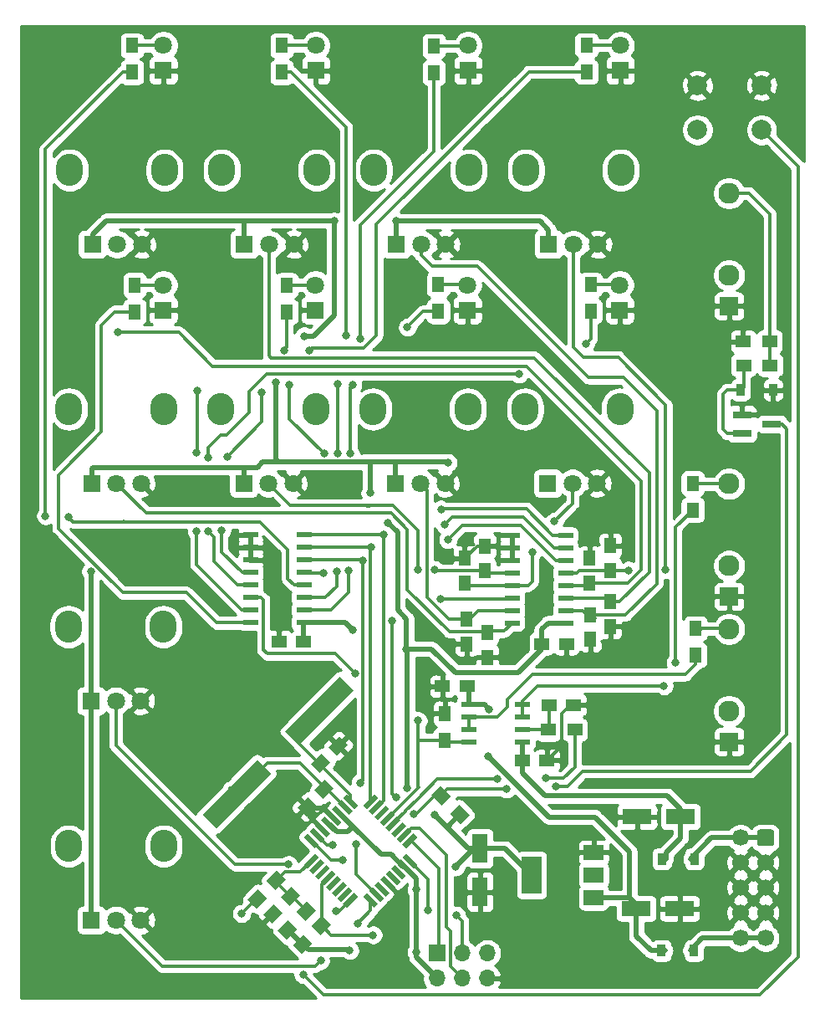
<source format=gbr>
%TF.GenerationSoftware,KiCad,Pcbnew,(5.1.6-0)*%
%TF.CreationDate,2020-12-21T20:53:18-08:00*%
%TF.ProjectId,circuit_board,63697263-7569-4745-9f62-6f6172642e6b,rev?*%
%TF.SameCoordinates,Original*%
%TF.FileFunction,Copper,L2,Bot*%
%TF.FilePolarity,Positive*%
%FSLAX46Y46*%
G04 Gerber Fmt 4.6, Leading zero omitted, Abs format (unit mm)*
G04 Created by KiCad (PCBNEW (5.1.6-0)) date 2020-12-21 20:53:18*
%MOMM*%
%LPD*%
G01*
G04 APERTURE LIST*
%TA.AperFunction,SMDPad,CuDef*%
%ADD10R,1.500000X1.250000*%
%TD*%
%TA.AperFunction,SMDPad,CuDef*%
%ADD11R,1.550000X0.600000*%
%TD*%
%TA.AperFunction,SMDPad,CuDef*%
%ADD12R,1.500000X1.300000*%
%TD*%
%TA.AperFunction,SMDPad,CuDef*%
%ADD13R,1.900000X0.800000*%
%TD*%
%TA.AperFunction,SMDPad,CuDef*%
%ADD14R,0.900000X1.200000*%
%TD*%
%TA.AperFunction,SMDPad,CuDef*%
%ADD15R,1.250000X1.500000*%
%TD*%
%TA.AperFunction,SMDPad,CuDef*%
%ADD16R,1.300000X1.500000*%
%TD*%
%TA.AperFunction,ComponentPad*%
%ADD17R,1.800000X1.800000*%
%TD*%
%TA.AperFunction,ComponentPad*%
%ADD18C,1.800000*%
%TD*%
%TA.AperFunction,ComponentPad*%
%ADD19C,1.700000*%
%TD*%
%TA.AperFunction,ComponentPad*%
%ADD20C,2.130000*%
%TD*%
%TA.AperFunction,ComponentPad*%
%ADD21R,1.930000X1.830000*%
%TD*%
%TA.AperFunction,ComponentPad*%
%ADD22O,2.720000X3.240000*%
%TD*%
%TA.AperFunction,ComponentPad*%
%ADD23C,2.000000*%
%TD*%
%TA.AperFunction,SMDPad,CuDef*%
%ADD24R,1.600000X3.000000*%
%TD*%
%TA.AperFunction,SMDPad,CuDef*%
%ADD25R,3.000000X1.600000*%
%TD*%
%TA.AperFunction,SMDPad,CuDef*%
%ADD26C,0.100000*%
%TD*%
%TA.AperFunction,SMDPad,CuDef*%
%ADD27R,2.000000X1.500000*%
%TD*%
%TA.AperFunction,SMDPad,CuDef*%
%ADD28R,2.000000X3.800000*%
%TD*%
%TA.AperFunction,SMDPad,CuDef*%
%ADD29R,1.500000X0.600000*%
%TD*%
%TA.AperFunction,ComponentPad*%
%ADD30R,1.700000X1.700000*%
%TD*%
%TA.AperFunction,ComponentPad*%
%ADD31O,1.700000X1.700000*%
%TD*%
%TA.AperFunction,ViaPad*%
%ADD32C,0.800000*%
%TD*%
%TA.AperFunction,Conductor*%
%ADD33C,0.508000*%
%TD*%
%TA.AperFunction,Conductor*%
%ADD34C,0.304800*%
%TD*%
%TA.AperFunction,Conductor*%
%ADD35C,0.254000*%
%TD*%
G04 APERTURE END LIST*
D10*
%TO.P,C10,1*%
%TO.N,-12V*%
X167550000Y-110000000D03*
%TO.P,C10,2*%
%TO.N,GND*%
X170050000Y-110000000D03*
%TD*%
D11*
%TO.P,U3,1*%
%TO.N,Net-(R16-Pad1)*%
X167551080Y-104348280D03*
%TO.P,U3,2*%
X167551080Y-105618280D03*
%TO.P,U3,3*%
%TO.N,Net-(C14-Pad2)*%
X167551080Y-106888280D03*
%TO.P,U3,4*%
%TO.N,-12V*%
X167551080Y-108158280D03*
%TO.P,U3,5*%
%TO.N,/GATE_OUT*%
X162151080Y-108158280D03*
%TO.P,U3,6*%
%TO.N,Net-(R5-Pad1)*%
X162151080Y-106888280D03*
%TO.P,U3,7*%
X162151080Y-105618280D03*
%TO.P,U3,8*%
%TO.N,+12V*%
X162151080Y-104348280D03*
%TD*%
D12*
%TO.P,R20,1*%
%TO.N,/1VPO*%
X172850000Y-106900000D03*
%TO.P,R20,2*%
%TO.N,Net-(C14-Pad2)*%
X170150000Y-106900000D03*
%TD*%
D13*
%TO.P,Q1,1*%
%TO.N,Net-(D11-Pad1)*%
X189800000Y-76900000D03*
%TO.P,Q1,2*%
%TO.N,GND*%
X189800000Y-75000000D03*
%TO.P,Q1,3*%
%TO.N,/CLK_IN_INV*%
X192800000Y-75950000D03*
%TD*%
D14*
%TO.P,D11,1*%
%TO.N,Net-(D11-Pad1)*%
X189650000Y-72500000D03*
%TO.P,D11,2*%
%TO.N,GND*%
X192950000Y-72500000D03*
%TD*%
%TO.P,D2,1*%
%TO.N,Net-(D2-Pad1)*%
X184977040Y-119969280D03*
%TO.P,D2,2*%
%TO.N,-12V*%
X181677040Y-119969280D03*
%TD*%
%TO.P,D1,1*%
%TO.N,+12V*%
X181631320Y-129250440D03*
%TO.P,D1,2*%
%TO.N,Net-(D1-Pad2)*%
X184931320Y-129250440D03*
%TD*%
D15*
%TO.P,C20,1*%
%TO.N,/PITCH_1*%
X174350000Y-92050000D03*
%TO.P,C20,2*%
%TO.N,GND*%
X174350000Y-89550000D03*
%TD*%
%TO.P,C19,1*%
%TO.N,/PITCH_8*%
X161700000Y-92050000D03*
%TO.P,C19,2*%
%TO.N,GND*%
X161700000Y-89550000D03*
%TD*%
%TO.P,C18,1*%
%TO.N,/PITCH_7*%
X161900000Y-95700000D03*
%TO.P,C18,2*%
%TO.N,GND*%
X161900000Y-98200000D03*
%TD*%
%TO.P,C17,1*%
%TO.N,/PITCH_6*%
X163750000Y-90800000D03*
%TO.P,C17,2*%
%TO.N,GND*%
X163750000Y-88300000D03*
%TD*%
%TO.P,C16,1*%
%TO.N,/PITCH_5*%
X164000000Y-97050000D03*
%TO.P,C16,2*%
%TO.N,GND*%
X164000000Y-99550000D03*
%TD*%
%TO.P,C15,1*%
%TO.N,/PITCH_4*%
X176450000Y-90750000D03*
%TO.P,C15,2*%
%TO.N,GND*%
X176450000Y-88250000D03*
%TD*%
D10*
%TO.P,C14,1*%
%TO.N,GND*%
X172750000Y-104400000D03*
%TO.P,C14,2*%
%TO.N,Net-(C14-Pad2)*%
X170250000Y-104400000D03*
%TD*%
D15*
%TO.P,C13,1*%
%TO.N,/PITCH_3*%
X174450000Y-95250000D03*
%TO.P,C13,2*%
%TO.N,GND*%
X174450000Y-97750000D03*
%TD*%
%TO.P,C12,1*%
%TO.N,/PITCH_2*%
X176450000Y-93950000D03*
%TO.P,C12,2*%
%TO.N,GND*%
X176450000Y-96450000D03*
%TD*%
D10*
%TO.P,C1,1*%
%TO.N,+5V*%
X169500000Y-98200000D03*
%TO.P,C1,2*%
%TO.N,GND*%
X172000000Y-98200000D03*
%TD*%
D16*
%TO.P,R12,1*%
%TO.N,/LED_4*%
X174035720Y-40313600D03*
%TO.P,R12,2*%
%TO.N,Net-(D9-Pad2)*%
X174035720Y-37613600D03*
%TD*%
D17*
%TO.P,D3,1*%
%TO.N,GND*%
X131184640Y-40170120D03*
D18*
%TO.P,D3,2*%
%TO.N,Net-(D3-Pad2)*%
X131184640Y-37630120D03*
%TD*%
%TO.P,D4,2*%
%TO.N,Net-(D4-Pad2)*%
X131178760Y-61872800D03*
D17*
%TO.P,D4,1*%
%TO.N,GND*%
X131178760Y-64412800D03*
%TD*%
D18*
%TO.P,D5,2*%
%TO.N,Net-(D5-Pad2)*%
X146617973Y-37630120D03*
D17*
%TO.P,D5,1*%
%TO.N,GND*%
X146617973Y-40170120D03*
%TD*%
%TO.P,D6,1*%
%TO.N,GND*%
X146588760Y-64412800D03*
D18*
%TO.P,D6,2*%
%TO.N,Net-(D6-Pad2)*%
X146588760Y-61872800D03*
%TD*%
%TO.P,D7,2*%
%TO.N,Net-(D7-Pad2)*%
X162051306Y-37630120D03*
D17*
%TO.P,D7,1*%
%TO.N,GND*%
X162051306Y-40170120D03*
%TD*%
D18*
%TO.P,D8,2*%
%TO.N,Net-(D8-Pad2)*%
X161998760Y-61872800D03*
D17*
%TO.P,D8,1*%
%TO.N,GND*%
X161998760Y-64412800D03*
%TD*%
%TO.P,D9,1*%
%TO.N,GND*%
X177484640Y-40170120D03*
D18*
%TO.P,D9,2*%
%TO.N,Net-(D9-Pad2)*%
X177484640Y-37630120D03*
%TD*%
D17*
%TO.P,D10,1*%
%TO.N,GND*%
X177408760Y-64412800D03*
D18*
%TO.P,D10,2*%
%TO.N,Net-(D10-Pad2)*%
X177408760Y-61872800D03*
%TD*%
%TO.P,J2,1*%
%TO.N,Net-(D2-Pad1)*%
%TA.AperFunction,ComponentPad*%
G36*
G01*
X193031480Y-117225520D02*
X193031480Y-118425520D01*
G75*
G02*
X192781480Y-118675520I-250000J0D01*
G01*
X191581480Y-118675520D01*
G75*
G02*
X191331480Y-118425520I0J250000D01*
G01*
X191331480Y-117225520D01*
G75*
G02*
X191581480Y-116975520I250000J0D01*
G01*
X192781480Y-116975520D01*
G75*
G02*
X193031480Y-117225520I0J-250000D01*
G01*
G37*
%TD.AperFunction*%
D19*
%TO.P,J2,3*%
%TO.N,GND*%
X192181480Y-120365520D03*
%TO.P,J2,5*%
X192181480Y-122905520D03*
%TO.P,J2,7*%
X192181480Y-125445520D03*
%TO.P,J2,9*%
%TO.N,Net-(D1-Pad2)*%
X192181480Y-127985520D03*
%TO.P,J2,2*%
%TO.N,Net-(D2-Pad1)*%
X189641480Y-117825520D03*
%TO.P,J2,4*%
%TO.N,GND*%
X189641480Y-120365520D03*
%TO.P,J2,6*%
X189641480Y-122905520D03*
%TO.P,J2,8*%
X189641480Y-125445520D03*
%TO.P,J2,10*%
%TO.N,Net-(D1-Pad2)*%
X189641480Y-127985520D03*
%TD*%
D20*
%TO.P,J4,TN*%
%TO.N,N/C*%
X188488320Y-60902920D03*
D21*
%TO.P,J4,S*%
%TO.N,GND*%
X188488320Y-64002920D03*
D20*
%TO.P,J4,T*%
%TO.N,Net-(J4-PadT)*%
X188488320Y-52602920D03*
%TD*%
%TO.P,J5,T*%
%TO.N,Net-(J5-PadT)*%
X188488320Y-81999186D03*
D21*
%TO.P,J5,S*%
%TO.N,GND*%
X188488320Y-93399186D03*
D20*
%TO.P,J5,TN*%
%TO.N,N/C*%
X188488320Y-90299186D03*
%TD*%
%TO.P,J6,TN*%
%TO.N,N/C*%
X188488320Y-104997320D03*
D21*
%TO.P,J6,S*%
%TO.N,GND*%
X188488320Y-108097320D03*
D20*
%TO.P,J6,T*%
%TO.N,Net-(J6-PadT)*%
X188488320Y-96697320D03*
%TD*%
D22*
%TO.P,RV1,*%
%TO.N,*%
X121618760Y-74442800D03*
X131218760Y-74442800D03*
D18*
%TO.P,RV1,3*%
%TO.N,GND*%
X128918760Y-81942800D03*
%TO.P,RV1,2*%
%TO.N,/PITCH_5*%
X126418760Y-81942800D03*
D17*
%TO.P,RV1,1*%
%TO.N,+5V*%
X123918760Y-81942800D03*
%TD*%
D22*
%TO.P,RV2,*%
%TO.N,*%
X121694640Y-50260120D03*
X131294640Y-50260120D03*
D18*
%TO.P,RV2,3*%
%TO.N,GND*%
X128994640Y-57760120D03*
%TO.P,RV2,2*%
%TO.N,/PITCH_1*%
X126494640Y-57760120D03*
D17*
%TO.P,RV2,1*%
%TO.N,+5V*%
X123994640Y-57760120D03*
%TD*%
%TO.P,RV3,1*%
%TO.N,+5V*%
X139397973Y-57760120D03*
D18*
%TO.P,RV3,2*%
%TO.N,/PITCH_2*%
X141897973Y-57760120D03*
%TO.P,RV3,3*%
%TO.N,GND*%
X144397973Y-57760120D03*
D22*
%TO.P,RV3,*%
%TO.N,*%
X146697973Y-50260120D03*
X137097973Y-50260120D03*
%TD*%
D17*
%TO.P,RV4,1*%
%TO.N,+5V*%
X139322093Y-81942800D03*
D18*
%TO.P,RV4,2*%
%TO.N,/PITCH_6*%
X141822093Y-81942800D03*
%TO.P,RV4,3*%
%TO.N,GND*%
X144322093Y-81942800D03*
D22*
%TO.P,RV4,*%
%TO.N,*%
X146622093Y-74442800D03*
X137022093Y-74442800D03*
%TD*%
%TO.P,RV5,*%
%TO.N,*%
X152501306Y-50260120D03*
X162101306Y-50260120D03*
D18*
%TO.P,RV5,3*%
%TO.N,GND*%
X159801306Y-57760120D03*
%TO.P,RV5,2*%
%TO.N,/PITCH_3*%
X157301306Y-57760120D03*
D17*
%TO.P,RV5,1*%
%TO.N,+5V*%
X154801306Y-57760120D03*
%TD*%
D22*
%TO.P,RV6,*%
%TO.N,*%
X152425426Y-74442800D03*
X162025426Y-74442800D03*
D18*
%TO.P,RV6,3*%
%TO.N,GND*%
X159725426Y-81942800D03*
%TO.P,RV6,2*%
%TO.N,/PITCH_7*%
X157225426Y-81942800D03*
D17*
%TO.P,RV6,1*%
%TO.N,+5V*%
X154725426Y-81942800D03*
%TD*%
%TO.P,RV7,1*%
%TO.N,+5V*%
X170204640Y-57760120D03*
D18*
%TO.P,RV7,2*%
%TO.N,/PITCH_4*%
X172704640Y-57760120D03*
%TO.P,RV7,3*%
%TO.N,GND*%
X175204640Y-57760120D03*
D22*
%TO.P,RV7,*%
%TO.N,*%
X177504640Y-50260120D03*
X167904640Y-50260120D03*
%TD*%
%TO.P,RV8,*%
%TO.N,*%
X167828760Y-74442800D03*
X177428760Y-74442800D03*
D18*
%TO.P,RV8,3*%
%TO.N,GND*%
X175128760Y-81942800D03*
%TO.P,RV8,2*%
%TO.N,/PITCH_8*%
X172628760Y-81942800D03*
D17*
%TO.P,RV8,1*%
%TO.N,+5V*%
X170128760Y-81942800D03*
%TD*%
%TO.P,RV9,1*%
%TO.N,+5V*%
X123901200Y-126161800D03*
D18*
%TO.P,RV9,2*%
%TO.N,/GATE_LEN*%
X126401200Y-126161800D03*
%TO.P,RV9,3*%
%TO.N,GND*%
X128901200Y-126161800D03*
D22*
%TO.P,RV9,*%
%TO.N,*%
X131201200Y-118661800D03*
X121601200Y-118661800D03*
%TD*%
D17*
%TO.P,RV10,1*%
%TO.N,+5V*%
X123870720Y-103972360D03*
D18*
%TO.P,RV10,2*%
%TO.N,/SEQ_LEN*%
X126370720Y-103972360D03*
%TO.P,RV10,3*%
%TO.N,GND*%
X128870720Y-103972360D03*
D22*
%TO.P,RV10,*%
%TO.N,*%
X131170720Y-96472360D03*
X121570720Y-96472360D03*
%TD*%
D23*
%TO.P,SW1,1*%
%TO.N,GND*%
X191782840Y-41691560D03*
%TO.P,SW1,2*%
%TO.N,Net-(R17-Pad2)*%
X191782840Y-46191560D03*
%TO.P,SW1,1*%
%TO.N,GND*%
X185282840Y-41691560D03*
%TO.P,SW1,2*%
%TO.N,Net-(R17-Pad2)*%
X185282840Y-46191560D03*
%TD*%
D24*
%TO.P,C2,2*%
%TO.N,GND*%
X163266120Y-123307200D03*
%TO.P,C2,1*%
%TO.N,+5V*%
X163266120Y-118907200D03*
%TD*%
D10*
%TO.P,C4,2*%
%TO.N,GND*%
X142900000Y-97950000D03*
%TO.P,C4,1*%
%TO.N,+5V*%
X145400000Y-97950000D03*
%TD*%
D25*
%TO.P,C5,1*%
%TO.N,+12V*%
X179079800Y-124993400D03*
%TO.P,C5,2*%
%TO.N,GND*%
X183479800Y-124993400D03*
%TD*%
%TO.P,C6,2*%
%TO.N,-12V*%
X183576320Y-115686840D03*
%TO.P,C6,1*%
%TO.N,GND*%
X179176320Y-115686840D03*
%TD*%
%TA.AperFunction,SMDPad,CuDef*%
D26*
%TO.P,C7,2*%
%TO.N,Net-(C7-Pad2)*%
G36*
X147395495Y-113888389D02*
G01*
X146511611Y-113004505D01*
X147572271Y-111943845D01*
X148456155Y-112827729D01*
X147395495Y-113888389D01*
G37*
%TD.AperFunction*%
%TA.AperFunction,SMDPad,CuDef*%
%TO.P,C7,1*%
%TO.N,GND*%
G36*
X145627729Y-115656155D02*
G01*
X144743845Y-114772271D01*
X145804505Y-113711611D01*
X146688389Y-114595495D01*
X145627729Y-115656155D01*
G37*
%TD.AperFunction*%
%TD*%
%TA.AperFunction,SMDPad,CuDef*%
%TO.P,C8,1*%
%TO.N,GND*%
G36*
X148972271Y-107543845D02*
G01*
X149856155Y-108427729D01*
X148795495Y-109488389D01*
X147911611Y-108604505D01*
X148972271Y-107543845D01*
G37*
%TD.AperFunction*%
%TA.AperFunction,SMDPad,CuDef*%
%TO.P,C8,2*%
%TO.N,Net-(C8-Pad2)*%
G36*
X147204505Y-109311611D02*
G01*
X148088389Y-110195495D01*
X147027729Y-111256155D01*
X146143845Y-110372271D01*
X147204505Y-109311611D01*
G37*
%TD.AperFunction*%
%TD*%
D10*
%TO.P,C9,2*%
%TO.N,+12V*%
X161950000Y-102500000D03*
%TO.P,C9,1*%
%TO.N,GND*%
X159450000Y-102500000D03*
%TD*%
%TA.AperFunction,SMDPad,CuDef*%
D26*
%TO.P,C11,2*%
%TO.N,/START_STOP*%
G36*
X143965135Y-124710949D02*
G01*
X143081251Y-123827065D01*
X144141911Y-122766405D01*
X145025795Y-123650289D01*
X143965135Y-124710949D01*
G37*
%TD.AperFunction*%
%TA.AperFunction,SMDPad,CuDef*%
%TO.P,C11,1*%
%TO.N,GND*%
G36*
X142197369Y-126478715D02*
G01*
X141313485Y-125594831D01*
X142374145Y-124534171D01*
X143258029Y-125418055D01*
X142197369Y-126478715D01*
G37*
%TD.AperFunction*%
%TD*%
D12*
%TO.P,R2,1*%
%TO.N,Net-(D11-Pad1)*%
X189950000Y-70000000D03*
%TO.P,R2,2*%
%TO.N,Net-(J4-PadT)*%
X192650000Y-70000000D03*
%TD*%
D16*
%TO.P,R3,2*%
%TO.N,/GATE_OUT*%
X159700000Y-107950000D03*
%TO.P,R3,1*%
%TO.N,GND*%
X159700000Y-105250000D03*
%TD*%
%TA.AperFunction,SMDPad,CuDef*%
D26*
%TO.P,R4,1*%
%TO.N,/CLK_IN_INV*%
G36*
X158305457Y-113474695D02*
G01*
X159224695Y-112555457D01*
X160285355Y-113616117D01*
X159366117Y-114535355D01*
X158305457Y-113474695D01*
G37*
%TD.AperFunction*%
%TA.AperFunction,SMDPad,CuDef*%
%TO.P,R4,2*%
%TO.N,+5V*%
G36*
X160214645Y-115383883D02*
G01*
X161133883Y-114464645D01*
X162194543Y-115525305D01*
X161275305Y-116444543D01*
X160214645Y-115383883D01*
G37*
%TD.AperFunction*%
%TD*%
D16*
%TO.P,R5,2*%
%TO.N,Net-(J6-PadT)*%
X185100000Y-96650000D03*
%TO.P,R5,1*%
%TO.N,Net-(R5-Pad1)*%
X185100000Y-99350000D03*
%TD*%
%TO.P,R6,2*%
%TO.N,Net-(D3-Pad2)*%
X128005840Y-37649160D03*
%TO.P,R6,1*%
%TO.N,/LED_1*%
X128005840Y-40349160D03*
%TD*%
%TO.P,R7,2*%
%TO.N,Net-(D4-Pad2)*%
X128285240Y-61885840D03*
%TO.P,R7,1*%
%TO.N,/LED_5*%
X128285240Y-64585840D03*
%TD*%
%TO.P,R8,1*%
%TO.N,/LED_2*%
X143159480Y-40349160D03*
%TO.P,R8,2*%
%TO.N,Net-(D5-Pad2)*%
X143159480Y-37649160D03*
%TD*%
%TO.P,R9,2*%
%TO.N,Net-(D6-Pad2)*%
X143687800Y-61890920D03*
%TO.P,R9,1*%
%TO.N,/LED_6*%
X143687800Y-64590920D03*
%TD*%
%TO.P,R10,2*%
%TO.N,Net-(D7-Pad2)*%
X158577280Y-37699960D03*
%TO.P,R10,1*%
%TO.N,/LED_3*%
X158577280Y-40399960D03*
%TD*%
%TO.P,R11,1*%
%TO.N,/LED_7*%
X159034480Y-64550280D03*
%TO.P,R11,2*%
%TO.N,Net-(D8-Pad2)*%
X159034480Y-61850280D03*
%TD*%
%TO.P,R13,1*%
%TO.N,/LED_8*%
X174457360Y-64555360D03*
%TO.P,R13,2*%
%TO.N,Net-(D10-Pad2)*%
X174457360Y-61855360D03*
%TD*%
D12*
%TO.P,R14,2*%
%TO.N,Net-(J4-PadT)*%
X192600000Y-67600000D03*
%TO.P,R14,1*%
%TO.N,GND*%
X189900000Y-67600000D03*
%TD*%
%TA.AperFunction,SMDPad,CuDef*%
D26*
%TO.P,R15,1*%
%TO.N,+5V*%
G36*
X143674695Y-128144543D02*
G01*
X142755457Y-127225305D01*
X143816117Y-126164645D01*
X144735355Y-127083883D01*
X143674695Y-128144543D01*
G37*
%TD.AperFunction*%
%TA.AperFunction,SMDPad,CuDef*%
%TO.P,R15,2*%
%TO.N,/START_STOP*%
G36*
X145583883Y-126235355D02*
G01*
X144664645Y-125316117D01*
X145725305Y-124255457D01*
X146644543Y-125174695D01*
X145583883Y-126235355D01*
G37*
%TD.AperFunction*%
%TD*%
D16*
%TO.P,R16,1*%
%TO.N,Net-(R16-Pad1)*%
X184800000Y-84650000D03*
%TO.P,R16,2*%
%TO.N,Net-(J5-PadT)*%
X184800000Y-81950000D03*
%TD*%
%TA.AperFunction,SMDPad,CuDef*%
D26*
%TO.P,R17,2*%
%TO.N,Net-(R17-Pad2)*%
G36*
X140766117Y-123014645D02*
G01*
X141685355Y-123933883D01*
X140624695Y-124994543D01*
X139705457Y-124075305D01*
X140766117Y-123014645D01*
G37*
%TD.AperFunction*%
%TA.AperFunction,SMDPad,CuDef*%
%TO.P,R17,1*%
%TO.N,/START_STOP*%
G36*
X142675305Y-121105457D02*
G01*
X143594543Y-122024695D01*
X142533883Y-123085355D01*
X141614645Y-122166117D01*
X142675305Y-121105457D01*
G37*
%TD.AperFunction*%
%TD*%
D27*
%TO.P,U1,1*%
%TO.N,GND*%
X174772720Y-119305040D03*
%TO.P,U1,3*%
%TO.N,+12V*%
X174772720Y-123905040D03*
%TO.P,U1,2*%
%TO.N,+5V*%
X174772720Y-121605040D03*
D28*
X168472720Y-121605040D03*
%TD*%
D29*
%TO.P,U4,16*%
%TO.N,+5V*%
X171918960Y-96079640D03*
%TO.P,U4,15*%
%TO.N,/PITCH_3*%
X171918960Y-94809640D03*
%TO.P,U4,14*%
%TO.N,/PITCH_2*%
X171918960Y-93539640D03*
%TO.P,U4,13*%
%TO.N,/PITCH_1*%
X171918960Y-92269640D03*
%TO.P,U4,12*%
%TO.N,/PITCH_4*%
X171918960Y-90999640D03*
%TO.P,U4,11*%
%TO.N,/MUX_SEL_0*%
X171918960Y-89729640D03*
%TO.P,U4,10*%
%TO.N,/MUX_SEL_1*%
X171918960Y-88459640D03*
%TO.P,U4,9*%
%TO.N,/MUX_SEL_2*%
X171918960Y-87189640D03*
%TO.P,U4,8*%
%TO.N,GND*%
X166518960Y-87189640D03*
%TO.P,U4,7*%
X166518960Y-88459640D03*
%TO.P,U4,6*%
X166518960Y-89729640D03*
%TO.P,U4,5*%
%TO.N,/PITCH_6*%
X166518960Y-90999640D03*
%TO.P,U4,4*%
%TO.N,/PITCH_8*%
X166518960Y-92269640D03*
%TO.P,U4,3*%
%TO.N,/PITCH_MUX*%
X166518960Y-93539640D03*
%TO.P,U4,2*%
%TO.N,/PITCH_7*%
X166518960Y-94809640D03*
%TO.P,U4,1*%
%TO.N,/PITCH_5*%
X166518960Y-96079640D03*
%TD*%
%TO.P,U5,16*%
%TO.N,+5V*%
X145417520Y-96062800D03*
%TO.P,U5,15*%
%TO.N,/LED_3*%
X145417520Y-94792800D03*
%TO.P,U5,14*%
%TO.N,/LED_2*%
X145417520Y-93522800D03*
%TO.P,U5,13*%
%TO.N,/LED_1*%
X145417520Y-92252800D03*
%TO.P,U5,12*%
%TO.N,/LED_4*%
X145417520Y-90982800D03*
%TO.P,U5,11*%
%TO.N,/MUX_SEL_0*%
X145417520Y-89712800D03*
%TO.P,U5,10*%
%TO.N,/MUX_SEL_1*%
X145417520Y-88442800D03*
%TO.P,U5,9*%
%TO.N,/MUX_SEL_2*%
X145417520Y-87172800D03*
%TO.P,U5,8*%
%TO.N,GND*%
X140017520Y-87172800D03*
%TO.P,U5,7*%
X140017520Y-88442800D03*
%TO.P,U5,6*%
X140017520Y-89712800D03*
%TO.P,U5,5*%
%TO.N,/LED_6*%
X140017520Y-90982800D03*
%TO.P,U5,4*%
%TO.N,/LED_8*%
X140017520Y-92252800D03*
%TO.P,U5,3*%
%TO.N,/GATE_OUT*%
X140017520Y-93522800D03*
%TO.P,U5,2*%
%TO.N,/LED_7*%
X140017520Y-94792800D03*
%TO.P,U5,1*%
%TO.N,/LED_5*%
X140017520Y-96062800D03*
%TD*%
D30*
%TO.P,J1,1*%
%TO.N,/MISO*%
X158907480Y-129499360D03*
D31*
%TO.P,J1,2*%
%TO.N,+5V*%
X158907480Y-132039360D03*
%TO.P,J1,3*%
%TO.N,/SCK*%
X161447480Y-129499360D03*
%TO.P,J1,4*%
%TO.N,/MOSI*%
X161447480Y-132039360D03*
%TO.P,J1,5*%
%TO.N,/RESET*%
X163987480Y-129499360D03*
%TO.P,J1,6*%
%TO.N,GND*%
X163987480Y-132039360D03*
%TD*%
%TA.AperFunction,SMDPad,CuDef*%
D26*
%TO.P,R1,2*%
%TO.N,+5V*%
G36*
X145354077Y-127614885D02*
G01*
X146273315Y-128534123D01*
X145212655Y-129594783D01*
X144293417Y-128675545D01*
X145354077Y-127614885D01*
G37*
%TD.AperFunction*%
%TA.AperFunction,SMDPad,CuDef*%
%TO.P,R1,1*%
%TO.N,/RESET*%
G36*
X147263265Y-125705697D02*
G01*
X148182503Y-126624935D01*
X147121843Y-127685595D01*
X146202605Y-126766357D01*
X147263265Y-125705697D01*
G37*
%TD.AperFunction*%
%TD*%
%TA.AperFunction,SMDPad,CuDef*%
%TO.P,U2,32*%
%TO.N,/START_STOP*%
G36*
X146546608Y-119411485D02*
G01*
X146935517Y-119800394D01*
X145804146Y-120931765D01*
X145415237Y-120542856D01*
X146546608Y-119411485D01*
G37*
%TD.AperFunction*%
%TA.AperFunction,SMDPad,CuDef*%
%TO.P,U2,31*%
%TO.N,N/C*%
G36*
X147112294Y-119977170D02*
G01*
X147501203Y-120366079D01*
X146369832Y-121497450D01*
X145980923Y-121108541D01*
X147112294Y-119977170D01*
G37*
%TD.AperFunction*%
%TA.AperFunction,SMDPad,CuDef*%
%TO.P,U2,30*%
G36*
X147677979Y-120542856D02*
G01*
X148066888Y-120931765D01*
X146935517Y-122063136D01*
X146546608Y-121674227D01*
X147677979Y-120542856D01*
G37*
%TD.AperFunction*%
%TA.AperFunction,SMDPad,CuDef*%
%TO.P,U2,29*%
%TO.N,/RESET*%
G36*
X148243664Y-121108541D02*
G01*
X148632573Y-121497450D01*
X147501202Y-122628821D01*
X147112293Y-122239912D01*
X148243664Y-121108541D01*
G37*
%TD.AperFunction*%
%TA.AperFunction,SMDPad,CuDef*%
%TO.P,U2,28*%
%TO.N,N/C*%
G36*
X148809350Y-121674227D02*
G01*
X149198259Y-122063136D01*
X148066888Y-123194507D01*
X147677979Y-122805598D01*
X148809350Y-121674227D01*
G37*
%TD.AperFunction*%
%TA.AperFunction,SMDPad,CuDef*%
%TO.P,U2,27*%
G36*
X149375035Y-122239912D02*
G01*
X149763944Y-122628821D01*
X148632573Y-123760192D01*
X148243664Y-123371283D01*
X149375035Y-122239912D01*
G37*
%TD.AperFunction*%
%TA.AperFunction,SMDPad,CuDef*%
%TO.P,U2,26*%
G36*
X149940721Y-122805597D02*
G01*
X150329630Y-123194506D01*
X149198259Y-124325877D01*
X148809350Y-123936968D01*
X149940721Y-122805597D01*
G37*
%TD.AperFunction*%
%TA.AperFunction,SMDPad,CuDef*%
%TO.P,U2,25*%
%TO.N,/SEQ_LEN*%
G36*
X150506406Y-123371283D02*
G01*
X150895315Y-123760192D01*
X149763944Y-124891563D01*
X149375035Y-124502654D01*
X150506406Y-123371283D01*
G37*
%TD.AperFunction*%
%TA.AperFunction,SMDPad,CuDef*%
%TO.P,U2,24*%
%TO.N,/GATE_LEN*%
G36*
X151425645Y-123760192D02*
G01*
X151814554Y-123371283D01*
X152945925Y-124502654D01*
X152557016Y-124891563D01*
X151425645Y-123760192D01*
G37*
%TD.AperFunction*%
%TA.AperFunction,SMDPad,CuDef*%
%TO.P,U2,23*%
%TO.N,/PITCH_MUX*%
G36*
X151991330Y-123194506D02*
G01*
X152380239Y-122805597D01*
X153511610Y-123936968D01*
X153122701Y-124325877D01*
X151991330Y-123194506D01*
G37*
%TD.AperFunction*%
%TA.AperFunction,SMDPad,CuDef*%
%TO.P,U2,22*%
%TO.N,N/C*%
G36*
X152557016Y-122628821D02*
G01*
X152945925Y-122239912D01*
X154077296Y-123371283D01*
X153688387Y-123760192D01*
X152557016Y-122628821D01*
G37*
%TD.AperFunction*%
%TA.AperFunction,SMDPad,CuDef*%
%TO.P,U2,21*%
%TO.N,GND*%
G36*
X153122701Y-122063136D02*
G01*
X153511610Y-121674227D01*
X154642981Y-122805598D01*
X154254072Y-123194507D01*
X153122701Y-122063136D01*
G37*
%TD.AperFunction*%
%TA.AperFunction,SMDPad,CuDef*%
%TO.P,U2,20*%
%TO.N,N/C*%
G36*
X153688387Y-121497450D02*
G01*
X154077296Y-121108541D01*
X155208667Y-122239912D01*
X154819758Y-122628821D01*
X153688387Y-121497450D01*
G37*
%TD.AperFunction*%
%TA.AperFunction,SMDPad,CuDef*%
%TO.P,U2,19*%
G36*
X154254072Y-120931765D02*
G01*
X154642981Y-120542856D01*
X155774352Y-121674227D01*
X155385443Y-122063136D01*
X154254072Y-120931765D01*
G37*
%TD.AperFunction*%
%TA.AperFunction,SMDPad,CuDef*%
%TO.P,U2,18*%
%TO.N,+5V*%
G36*
X154819757Y-120366079D02*
G01*
X155208666Y-119977170D01*
X156340037Y-121108541D01*
X155951128Y-121497450D01*
X154819757Y-120366079D01*
G37*
%TD.AperFunction*%
%TA.AperFunction,SMDPad,CuDef*%
%TO.P,U2,17*%
%TO.N,/SCK*%
G36*
X155385443Y-119800394D02*
G01*
X155774352Y-119411485D01*
X156905723Y-120542856D01*
X156516814Y-120931765D01*
X155385443Y-119800394D01*
G37*
%TD.AperFunction*%
%TA.AperFunction,SMDPad,CuDef*%
%TO.P,U2,16*%
%TO.N,/MISO*%
G36*
X156516814Y-117360875D02*
G01*
X156905723Y-117749784D01*
X155774352Y-118881155D01*
X155385443Y-118492246D01*
X156516814Y-117360875D01*
G37*
%TD.AperFunction*%
%TA.AperFunction,SMDPad,CuDef*%
%TO.P,U2,15*%
%TO.N,/MOSI*%
G36*
X155951128Y-116795190D02*
G01*
X156340037Y-117184099D01*
X155208666Y-118315470D01*
X154819757Y-117926561D01*
X155951128Y-116795190D01*
G37*
%TD.AperFunction*%
%TA.AperFunction,SMDPad,CuDef*%
%TO.P,U2,14*%
%TO.N,N/C*%
G36*
X155385443Y-116229504D02*
G01*
X155774352Y-116618413D01*
X154642981Y-117749784D01*
X154254072Y-117360875D01*
X155385443Y-116229504D01*
G37*
%TD.AperFunction*%
%TA.AperFunction,SMDPad,CuDef*%
%TO.P,U2,13*%
%TO.N,/1VPO*%
G36*
X154819758Y-115663819D02*
G01*
X155208667Y-116052728D01*
X154077296Y-117184099D01*
X153688387Y-116795190D01*
X154819758Y-115663819D01*
G37*
%TD.AperFunction*%
%TA.AperFunction,SMDPad,CuDef*%
%TO.P,U2,12*%
%TO.N,/GATE_OUT*%
G36*
X154254072Y-115098133D02*
G01*
X154642981Y-115487042D01*
X153511610Y-116618413D01*
X153122701Y-116229504D01*
X154254072Y-115098133D01*
G37*
%TD.AperFunction*%
%TA.AperFunction,SMDPad,CuDef*%
%TO.P,U2,11*%
%TO.N,N/C*%
G36*
X153688387Y-114532448D02*
G01*
X154077296Y-114921357D01*
X152945925Y-116052728D01*
X152557016Y-115663819D01*
X153688387Y-114532448D01*
G37*
%TD.AperFunction*%
%TA.AperFunction,SMDPad,CuDef*%
%TO.P,U2,10*%
%TO.N,/MUX_SEL_2*%
G36*
X153122701Y-113966763D02*
G01*
X153511610Y-114355672D01*
X152380239Y-115487043D01*
X151991330Y-115098134D01*
X153122701Y-113966763D01*
G37*
%TD.AperFunction*%
%TA.AperFunction,SMDPad,CuDef*%
%TO.P,U2,9*%
%TO.N,/MUX_SEL_1*%
G36*
X152557016Y-113401077D02*
G01*
X152945925Y-113789986D01*
X151814554Y-114921357D01*
X151425645Y-114532448D01*
X152557016Y-113401077D01*
G37*
%TD.AperFunction*%
%TA.AperFunction,SMDPad,CuDef*%
%TO.P,U2,8*%
%TO.N,Net-(C8-Pad2)*%
G36*
X149375035Y-113789986D02*
G01*
X149763944Y-113401077D01*
X150895315Y-114532448D01*
X150506406Y-114921357D01*
X149375035Y-113789986D01*
G37*
%TD.AperFunction*%
%TA.AperFunction,SMDPad,CuDef*%
%TO.P,U2,7*%
%TO.N,Net-(C7-Pad2)*%
G36*
X148809350Y-114355672D02*
G01*
X149198259Y-113966763D01*
X150329630Y-115098134D01*
X149940721Y-115487043D01*
X148809350Y-114355672D01*
G37*
%TD.AperFunction*%
%TA.AperFunction,SMDPad,CuDef*%
%TO.P,U2,6*%
%TO.N,+5V*%
G36*
X148243664Y-114921357D02*
G01*
X148632573Y-114532448D01*
X149763944Y-115663819D01*
X149375035Y-116052728D01*
X148243664Y-114921357D01*
G37*
%TD.AperFunction*%
%TA.AperFunction,SMDPad,CuDef*%
%TO.P,U2,5*%
%TO.N,GND*%
G36*
X147677979Y-115487042D02*
G01*
X148066888Y-115098133D01*
X149198259Y-116229504D01*
X148809350Y-116618413D01*
X147677979Y-115487042D01*
G37*
%TD.AperFunction*%
%TA.AperFunction,SMDPad,CuDef*%
%TO.P,U2,4*%
%TO.N,+5V*%
G36*
X147112293Y-116052728D02*
G01*
X147501202Y-115663819D01*
X148632573Y-116795190D01*
X148243664Y-117184099D01*
X147112293Y-116052728D01*
G37*
%TD.AperFunction*%
%TA.AperFunction,SMDPad,CuDef*%
%TO.P,U2,3*%
%TO.N,GND*%
G36*
X146546608Y-116618413D02*
G01*
X146935517Y-116229504D01*
X148066888Y-117360875D01*
X147677979Y-117749784D01*
X146546608Y-116618413D01*
G37*
%TD.AperFunction*%
%TA.AperFunction,SMDPad,CuDef*%
%TO.P,U2,2*%
%TO.N,/MUX_SEL_0*%
G36*
X145980923Y-117184099D02*
G01*
X146369832Y-116795190D01*
X147501203Y-117926561D01*
X147112294Y-118315470D01*
X145980923Y-117184099D01*
G37*
%TD.AperFunction*%
%TA.AperFunction,SMDPad,CuDef*%
%TO.P,U2,1*%
%TO.N,/CLK_IN_INV*%
G36*
X145415237Y-117749784D02*
G01*
X145804146Y-117360875D01*
X146935517Y-118492246D01*
X146546608Y-118881155D01*
X145415237Y-117749784D01*
G37*
%TD.AperFunction*%
%TD*%
%TA.AperFunction,SMDPad,CuDef*%
%TO.P,Y1,2*%
%TO.N,Net-(C8-Pad2)*%
G36*
X144922834Y-108484780D02*
G01*
X143508620Y-107070566D01*
X149077086Y-101502100D01*
X150491300Y-102916314D01*
X144922834Y-108484780D01*
G37*
%TD.AperFunction*%
%TA.AperFunction,SMDPad,CuDef*%
%TO.P,Y1,1*%
%TO.N,Net-(C7-Pad2)*%
G36*
X136525940Y-116881674D02*
G01*
X135111726Y-115467460D01*
X140680192Y-109898994D01*
X142094406Y-111313208D01*
X136525940Y-116881674D01*
G37*
%TD.AperFunction*%
%TD*%
D32*
%TO.N,GND*%
X132445760Y-87315040D03*
X144500000Y-113600000D03*
X164099240Y-125999240D03*
X154970480Y-123901200D03*
X150150000Y-109650000D03*
X172000000Y-100000000D03*
X174050000Y-99700000D03*
X176500000Y-98350000D03*
X176450000Y-86250000D03*
X174350000Y-87600000D03*
X159900000Y-89450000D03*
X161700000Y-87800000D03*
X165700000Y-99550000D03*
X157550000Y-102500000D03*
X157550000Y-104250000D03*
X138300000Y-88150000D03*
%TO.N,+12V*%
X164100000Y-109600000D03*
X164200000Y-104800000D03*
%TO.N,+5V*%
X160792160Y-120777000D03*
X156804360Y-123078240D03*
X158653480Y-115493800D03*
X155875189Y-112801869D03*
X150337520Y-96824800D03*
X153959560Y-85912960D03*
X152105360Y-82941160D03*
X160004760Y-79872840D03*
X123833985Y-90862055D03*
X154802840Y-55422800D03*
X148468076Y-55422800D03*
X150058120Y-129240280D03*
X156804360Y-129377440D03*
X155813758Y-98700000D03*
X145450000Y-67050000D03*
X142600680Y-71750680D03*
%TO.N,/GATE_OUT*%
X157007560Y-105968800D03*
%TO.N,/LED_1*%
X121569480Y-85394800D03*
%TO.N,/LED_2*%
X148732240Y-90840560D03*
X148859240Y-78953360D03*
%TO.N,/LED_6*%
X141147800Y-72776080D03*
%TO.N,/LED_3*%
X149915880Y-90805000D03*
X150149560Y-78953360D03*
%TO.N,/LED_7*%
X134574280Y-78821280D03*
%TO.N,/LED_4*%
X147467320Y-78953360D03*
X147441920Y-91048840D03*
%TO.N,Net-(R17-Pad2)*%
X139125960Y-125486160D03*
X145333720Y-131658360D03*
%TO.N,Net-(R16-Pad1)*%
X181900000Y-102450000D03*
X183050000Y-100100000D03*
%TO.N,/PITCH_1*%
X126547880Y-66680080D03*
%TO.N,/MUX_SEL_2*%
X153517600Y-87172800D03*
X159298640Y-84571840D03*
%TO.N,/SEQ_LEN*%
X148711920Y-125222000D03*
X143865600Y-120538240D03*
%TO.N,/MUX_SEL_1*%
X159684720Y-86136480D03*
%TO.N,/GATE_LEN*%
X150906480Y-126476760D03*
X147106641Y-130276599D03*
%TO.N,/PITCH_MUX*%
X150713440Y-118440200D03*
X154772360Y-113736120D03*
%TO.N,/MUX_SEL_0*%
X160030160Y-87650320D03*
X151373840Y-89763600D03*
X148371560Y-118562120D03*
X151124920Y-112278160D03*
%TO.N,/PITCH_4*%
X178300000Y-90750000D03*
X182050000Y-90700000D03*
%TO.N,/CLK_IN_INV*%
X149387560Y-120106440D03*
X156524960Y-115453160D03*
%TO.N,/PITCH_6*%
X158700000Y-90700000D03*
X156950000Y-90700000D03*
%TO.N,/PITCH_8*%
X168550000Y-88950000D03*
X170800000Y-85800000D03*
%TO.N,/SCK*%
X157988000Y-125145800D03*
X160853120Y-125684280D03*
%TO.N,/RESET*%
X152435560Y-127660400D03*
%TO.N,/CLK_IN_INV*%
X165950000Y-112900000D03*
X170900000Y-112650000D03*
%TO.N,/GATE_OUT*%
X150600000Y-101200000D03*
%TO.N,/LED_1*%
X119250000Y-85250000D03*
%TO.N,/LED_2*%
X149700000Y-67000000D03*
X148828760Y-71921242D03*
%TO.N,/LED_6*%
X143383000Y-68492779D03*
X137649998Y-79250000D03*
X137100000Y-86700000D03*
%TO.N,/LED_3*%
X151100000Y-67299998D03*
X150368000Y-72018000D03*
%TO.N,/LED_7*%
X134600000Y-72550000D03*
X155900000Y-66150000D03*
X134528562Y-86771438D03*
%TO.N,/LED_4*%
X145983960Y-68492779D03*
X143939529Y-72005586D03*
%TO.N,/LED_8*%
X135750000Y-86800000D03*
X135750000Y-79350000D03*
X167200000Y-70900000D03*
X173950000Y-67850000D03*
%TO.N,/1VPO*%
X169900000Y-111800000D03*
X165000000Y-111900000D03*
%TO.N,/PITCH_MUX*%
X154386280Y-95864680D03*
X159250000Y-93650000D03*
%TO.N,/MUX_SEL_1*%
X152200000Y-88450000D03*
%TD*%
D33*
%TO.N,GND*%
X154970480Y-123522006D02*
X154970480Y-123901200D01*
X153882841Y-122434367D02*
X154970480Y-123522006D01*
X154970480Y-123901200D02*
X154970480Y-123901200D01*
X147443689Y-114863843D02*
X145923037Y-114863843D01*
X147306748Y-116989644D02*
X145923037Y-115605933D01*
X145923037Y-115605933D02*
X145923037Y-114863843D01*
X148438119Y-115858273D02*
X147443689Y-114863843D01*
D34*
X172750000Y-104400000D02*
X172350000Y-104400000D01*
X172350000Y-104400000D02*
X171500000Y-105250000D01*
X171500000Y-108550000D02*
X170050000Y-110000000D01*
X171500000Y-105250000D02*
X171500000Y-108550000D01*
X162950000Y-88300000D02*
X161700000Y-89550000D01*
X163750000Y-88300000D02*
X162950000Y-88300000D01*
D33*
%TO.N,+12V*%
X182031320Y-129250440D02*
X180568600Y-129250440D01*
X179079800Y-127761640D02*
X179079800Y-124993400D01*
X180568600Y-129250440D02*
X179079800Y-127761640D01*
X179079800Y-124993400D02*
X179079800Y-124591720D01*
X178393120Y-123905040D02*
X174772720Y-123905040D01*
X179079800Y-124591720D02*
X178393120Y-123905040D01*
X162151080Y-102701080D02*
X161950000Y-102500000D01*
X162151080Y-104348280D02*
X162151080Y-102701080D01*
X170227160Y-115727160D02*
X164100000Y-109600000D01*
X174893920Y-115727160D02*
X170227160Y-115727160D01*
X178393120Y-119226360D02*
X174893920Y-115727160D01*
X178393120Y-123905040D02*
X178393120Y-119226360D01*
X163748280Y-104348280D02*
X164200000Y-104800000D01*
X162151080Y-104348280D02*
X163748280Y-104348280D01*
%TO.N,-12V*%
X182077040Y-119969280D02*
X182077040Y-119339680D01*
X183576320Y-117840400D02*
X183576320Y-115686840D01*
X182077040Y-119339680D02*
X183576320Y-117840400D01*
X167550000Y-108159360D02*
X167551080Y-108158280D01*
X167550000Y-110000000D02*
X167550000Y-108159360D01*
X167550000Y-111250000D02*
X167550000Y-110000000D01*
X182214520Y-113563400D02*
X169863400Y-113563400D01*
X183576320Y-114925200D02*
X182214520Y-113563400D01*
X169863400Y-113563400D02*
X167550000Y-111250000D01*
X183576320Y-115686840D02*
X183576320Y-114925200D01*
%TO.N,+5V*%
X155479504Y-120737310D02*
X154239034Y-119496840D01*
X155579897Y-120737310D02*
X155479504Y-120737310D01*
X154239034Y-119496840D02*
X153208056Y-119496840D01*
X147972827Y-116423959D02*
X148739388Y-117190520D01*
X147872433Y-116423959D02*
X147972827Y-116423959D01*
X149895560Y-117190520D02*
X150398648Y-116687432D01*
X148739388Y-117190520D02*
X149895560Y-117190520D01*
X150398648Y-116687432D02*
X149003804Y-115292588D01*
X153208056Y-119496840D02*
X150398648Y-116687432D01*
X163266120Y-118907200D02*
X162661960Y-118907200D01*
X162661960Y-118907200D02*
X160792160Y-120777000D01*
X158907480Y-132039360D02*
X156804360Y-129936240D01*
X156784040Y-123057920D02*
X156804360Y-123078240D01*
X156784040Y-121941453D02*
X156784040Y-123057920D01*
X155579897Y-120737310D02*
X156784040Y-121941453D01*
X165774880Y-118907200D02*
X168472720Y-121605040D01*
X163266120Y-118907200D02*
X165774880Y-118907200D01*
X143708566Y-127030034D02*
X145283366Y-128604834D01*
X143688246Y-127030034D02*
X143708566Y-127030034D01*
X156804360Y-125994160D02*
X156804360Y-123078240D01*
X163266120Y-118907200D02*
X162066880Y-118907200D01*
X149575520Y-96062800D02*
X150337520Y-96824800D01*
X145417520Y-96062800D02*
X149575520Y-96062800D01*
X171918960Y-96079640D02*
X170199400Y-96079640D01*
X152105360Y-82941160D02*
X152105360Y-79740760D01*
X159872680Y-79740760D02*
X160004760Y-79872840D01*
X154725426Y-81942800D02*
X154725426Y-79757214D01*
X154741880Y-79740760D02*
X159872680Y-79740760D01*
X154725426Y-79757214D02*
X154741880Y-79740760D01*
X152105360Y-79740760D02*
X154741880Y-79740760D01*
X152105360Y-79740760D02*
X151485600Y-79740760D01*
X151485600Y-79740760D02*
X151418999Y-79807361D01*
X123918760Y-81942800D02*
X123918760Y-80444560D01*
X123918760Y-80444560D02*
X124038360Y-80324960D01*
X140746480Y-80324960D02*
X141264079Y-79807361D01*
X139322093Y-80353453D02*
X139293600Y-80324960D01*
X139322093Y-81942800D02*
X139322093Y-80353453D01*
X139293600Y-80324960D02*
X140746480Y-80324960D01*
X124038360Y-80324960D02*
X139293600Y-80324960D01*
X123901200Y-104002840D02*
X123870720Y-103972360D01*
X123901200Y-126161800D02*
X123901200Y-104002840D01*
X123870720Y-103972360D02*
X123870720Y-90898790D01*
X123870720Y-90898790D02*
X123833985Y-90862055D01*
X170204640Y-57760120D02*
X170204640Y-56300880D01*
X169326560Y-55422800D02*
X154802840Y-55422800D01*
X170204640Y-56300880D02*
X169326560Y-55422800D01*
X123994640Y-56787320D02*
X123994640Y-57760120D01*
X125420120Y-55361840D02*
X123994640Y-56787320D01*
X139397973Y-57760120D02*
X139397973Y-55456053D01*
X139303760Y-55361840D02*
X125420120Y-55361840D01*
X139397973Y-55456053D02*
X139303760Y-55361840D01*
X154801306Y-55424334D02*
X154802840Y-55422800D01*
X154801306Y-57760120D02*
X154801306Y-55424334D01*
X151418999Y-79807361D02*
X142890801Y-79807361D01*
X142890801Y-79807361D02*
X141264079Y-79807361D01*
X139303760Y-55361840D02*
X148407120Y-55361840D01*
X148407120Y-55361840D02*
X148468076Y-55422796D01*
X148468076Y-55422796D02*
X148468076Y-55422800D01*
X156804360Y-129092960D02*
X156804360Y-125994160D01*
X145353594Y-128604834D02*
X145872200Y-129123440D01*
X156834840Y-129123440D02*
X156804360Y-129092960D01*
X145283366Y-128604834D02*
X145353594Y-128604834D01*
X149941280Y-129123440D02*
X150058120Y-129240280D01*
X145872200Y-129123440D02*
X149941280Y-129123440D01*
X156804360Y-129377440D02*
X156804360Y-125994160D01*
X156804360Y-129936240D02*
X156804360Y-129377440D01*
X154899360Y-86852760D02*
X154899360Y-94757240D01*
X155875189Y-98761431D02*
X155813758Y-98700000D01*
X155875189Y-112801869D02*
X155875189Y-98761431D01*
X153959560Y-85912960D02*
X154899360Y-86852760D01*
X155813758Y-95671638D02*
X155813758Y-98700000D01*
X154899360Y-94757240D02*
X155813758Y-95671638D01*
X169100000Y-98600000D02*
X169500000Y-98200000D01*
X170170360Y-96079640D02*
X169500000Y-96750000D01*
X169500000Y-96750000D02*
X169500000Y-98200000D01*
X170199400Y-96079640D02*
X170170360Y-96079640D01*
X145350000Y-96130320D02*
X145417520Y-96062800D01*
X145350000Y-97700000D02*
X145350000Y-96130320D01*
X161204594Y-115454594D02*
X159914028Y-116745160D01*
X159904840Y-116745160D02*
X158653480Y-115493800D01*
X159914028Y-116745160D02*
X159904840Y-116745160D01*
X162066880Y-118907200D02*
X159904840Y-116745160D01*
X169500000Y-98200000D02*
X169500000Y-98700000D01*
X169500000Y-98700000D02*
X167100000Y-101100000D01*
X167100000Y-101100000D02*
X160750000Y-101100000D01*
X158350000Y-98700000D02*
X155813758Y-98700000D01*
X160750000Y-101100000D02*
X158350000Y-98700000D01*
X148468076Y-64994741D02*
X146412817Y-67050000D01*
X148468076Y-55422800D02*
X148468076Y-64994741D01*
X146412817Y-67050000D02*
X145450000Y-67050000D01*
X142600680Y-79517240D02*
X142600680Y-71750680D01*
X142890801Y-79807361D02*
X142600680Y-79517240D01*
%TO.N,Net-(D1-Pad2)*%
X192181480Y-127985520D02*
X189641480Y-127985520D01*
X185796240Y-127985520D02*
X184531320Y-129250440D01*
X189641480Y-127985520D02*
X185796240Y-127985520D01*
%TO.N,Net-(D2-Pad1)*%
X192181480Y-117825520D02*
X189641480Y-117825520D01*
X186720800Y-117825520D02*
X184577040Y-119969280D01*
X189641480Y-117825520D02*
X186720800Y-117825520D01*
D34*
%TO.N,Net-(C7-Pad2)*%
X147919440Y-113076853D02*
X149569490Y-114726903D01*
X147828000Y-113014760D02*
X147919440Y-113014760D01*
X145054320Y-110241080D02*
X147828000Y-113014760D01*
X141747240Y-110241080D02*
X145054320Y-110241080D01*
X147919440Y-113014760D02*
X147919440Y-113076853D01*
X139212666Y-112775654D02*
X141747240Y-110241080D01*
X137891866Y-112775654D02*
X139212666Y-112775654D01*
%TO.N,Net-(C8-Pad2)*%
X146481763Y-109844803D02*
X144825720Y-108188760D01*
X146481763Y-109860117D02*
X146481763Y-109844803D01*
X144825720Y-108188760D02*
X144825720Y-107071160D01*
X146563080Y-105333800D02*
X146563080Y-105313480D01*
X144825720Y-107071160D02*
X146563080Y-105333800D01*
X150135175Y-113513529D02*
X146481763Y-109860117D01*
X150135175Y-114161217D02*
X150135175Y-113513529D01*
%TO.N,/START_STOP*%
X142584994Y-122270148D02*
X144053523Y-123738677D01*
X142584994Y-122220166D02*
X142584994Y-122270148D01*
X144215265Y-123738677D02*
X145597434Y-125120846D01*
X144053523Y-123738677D02*
X144215265Y-123738677D01*
X145051842Y-121295160D02*
X146175377Y-120171625D01*
X143510000Y-121295160D02*
X145051842Y-121295160D01*
X142584994Y-122220166D02*
X143510000Y-121295160D01*
%TO.N,Net-(D3-Pad2)*%
X131165600Y-37649160D02*
X131184640Y-37630120D01*
X128005840Y-37649160D02*
X131165600Y-37649160D01*
%TO.N,Net-(D4-Pad2)*%
X131165720Y-61885840D02*
X131178760Y-61872800D01*
X128285240Y-61885840D02*
X131165720Y-61885840D01*
%TO.N,Net-(D5-Pad2)*%
X146598933Y-37649160D02*
X146617973Y-37630120D01*
X143159480Y-37649160D02*
X146598933Y-37649160D01*
%TO.N,Net-(D6-Pad2)*%
X143705920Y-61872800D02*
X143687800Y-61890920D01*
X146588760Y-61872800D02*
X143705920Y-61872800D01*
%TO.N,Net-(D7-Pad2)*%
X161981466Y-37699960D02*
X162051306Y-37630120D01*
X158577280Y-37699960D02*
X161981466Y-37699960D01*
%TO.N,Net-(D8-Pad2)*%
X161976240Y-61850280D02*
X161998760Y-61872800D01*
X159034480Y-61850280D02*
X161976240Y-61850280D01*
%TO.N,Net-(D9-Pad2)*%
X177468120Y-37613600D02*
X177484640Y-37630120D01*
X174035720Y-37613600D02*
X177468120Y-37613600D01*
%TO.N,Net-(D10-Pad2)*%
X177391320Y-61855360D02*
X177408760Y-61872800D01*
X174457360Y-61855360D02*
X177391320Y-61855360D01*
%TO.N,/1VPO*%
X154448527Y-116376433D02*
X154448527Y-116423959D01*
X155661360Y-115163600D02*
X154448527Y-116376433D01*
%TO.N,Net-(J5-PadT)*%
X188238506Y-82249000D02*
X188488320Y-81999186D01*
%TO.N,Net-(R5-Pad1)*%
X162151080Y-105618280D02*
X162151080Y-106888280D01*
X185100000Y-100300000D02*
X185100000Y-99350000D01*
X184100000Y-101300000D02*
X185100000Y-100300000D01*
X168550000Y-101300000D02*
X184100000Y-101300000D01*
X166000000Y-104600000D02*
X166000000Y-103850000D01*
X166000000Y-103850000D02*
X168550000Y-101300000D01*
X164981720Y-105618280D02*
X166000000Y-104600000D01*
X162151080Y-105618280D02*
X164981720Y-105618280D01*
%TO.N,Net-(D11-Pad1)*%
X189950000Y-72200000D02*
X189650000Y-72500000D01*
X189950000Y-70000000D02*
X189950000Y-72200000D01*
X189650000Y-72500000D02*
X188300000Y-72500000D01*
X188300000Y-72500000D02*
X187900000Y-72900000D01*
X187900000Y-72900000D02*
X187900000Y-76500000D01*
X188300000Y-76900000D02*
X189800000Y-76900000D01*
X187900000Y-76500000D02*
X188300000Y-76900000D01*
%TO.N,/LED_1*%
X127142240Y-85846920D02*
X127142240Y-85826600D01*
X127467360Y-85846920D02*
X127142240Y-85846920D01*
X127467360Y-85846920D02*
X122021600Y-85846920D01*
X122021600Y-85846920D02*
X121569480Y-85394800D01*
%TO.N,/LED_2*%
X145417520Y-93522800D02*
X147584160Y-93522800D01*
X148732240Y-92374720D02*
X148732240Y-90840560D01*
X147584160Y-93522800D02*
X148732240Y-92374720D01*
%TO.N,/LED_3*%
X145417520Y-94792800D02*
X148132800Y-94792800D01*
X149915880Y-93009720D02*
X149915880Y-90805000D01*
X148132800Y-94792800D02*
X149915880Y-93009720D01*
%TO.N,/LED_4*%
X145483560Y-91048840D02*
X145417520Y-90982800D01*
X147441920Y-91048840D02*
X145483560Y-91048840D01*
X147467320Y-78953360D02*
X147441920Y-78978760D01*
%TO.N,Net-(R17-Pad2)*%
X140675806Y-124129354D02*
X140253720Y-124551440D01*
X145333720Y-131658360D02*
X147416520Y-133741160D01*
X147416520Y-133741160D02*
X191587120Y-133741160D01*
X195463160Y-129865120D02*
X195463160Y-49865280D01*
X191587120Y-133741160D02*
X195463160Y-129865120D01*
X195463160Y-49865280D02*
X191789440Y-46191560D01*
X191789440Y-46191560D02*
X191782840Y-46191560D01*
X140675806Y-124129354D02*
X140482766Y-124129354D01*
X140482766Y-124129354D02*
X139125960Y-125486160D01*
%TO.N,Net-(R16-Pad1)*%
X167551080Y-105618280D02*
X167551080Y-104348280D01*
X167551080Y-104348280D02*
X167551080Y-103948920D01*
X169050000Y-102450000D02*
X181900000Y-102450000D01*
X167551080Y-103948920D02*
X169050000Y-102450000D01*
X184800000Y-84650000D02*
X183050000Y-86400000D01*
X183050000Y-86400000D02*
X183050000Y-100100000D01*
%TO.N,/PITCH_5*%
X166318280Y-96079640D02*
X166257320Y-96018680D01*
X166518960Y-96079640D02*
X166318280Y-96079640D01*
%TO.N,/PITCH_1*%
X126547880Y-66680080D02*
X126494640Y-66626840D01*
%TO.N,/PITCH_6*%
X166518960Y-90999640D02*
X165840760Y-90999640D01*
X152054560Y-84221320D02*
X151836120Y-84221320D01*
X152039320Y-84206080D02*
X152054560Y-84221320D01*
X144033240Y-84153947D02*
X144033240Y-84206080D01*
X141822093Y-81942800D02*
X144033240Y-84153947D01*
%TO.N,/MUX_SEL_2*%
X152857017Y-114726903D02*
X152751470Y-114726903D01*
X153517600Y-114066320D02*
X152857017Y-114726903D01*
X153517600Y-87172800D02*
X153517600Y-87172800D01*
X145417520Y-87172800D02*
X153517600Y-87172800D01*
X153517600Y-87172800D02*
X153517600Y-114066320D01*
%TO.N,/SEQ_LEN*%
X149044598Y-125222000D02*
X148711920Y-125222000D01*
X150135175Y-124131423D02*
X149044598Y-125222000D01*
X143865600Y-120538240D02*
X138455400Y-120538240D01*
X126370720Y-108453560D02*
X126370720Y-103972360D01*
X138455400Y-120538240D02*
X126370720Y-108453560D01*
%TO.N,/GATE_LEN*%
X152185785Y-124131423D02*
X152185785Y-125197455D01*
X152185785Y-125197455D02*
X150906480Y-126476760D01*
X146566941Y-130816299D02*
X147106641Y-130276599D01*
X131055699Y-130816299D02*
X146566941Y-130816299D01*
X126401200Y-126161800D02*
X131055699Y-130816299D01*
%TO.N,/PITCH_MUX*%
X152751470Y-123565737D02*
X150713440Y-121527707D01*
X150713440Y-121527707D02*
X150713440Y-119005885D01*
X150713440Y-119005885D02*
X150713440Y-118440200D01*
X154386280Y-95864680D02*
X154386280Y-113350040D01*
X154386280Y-113350040D02*
X154772360Y-113736120D01*
%TO.N,/MUX_SEL_0*%
X145417520Y-89712800D02*
X151323040Y-89712800D01*
X151323040Y-89712800D02*
X151373840Y-89763600D01*
X147747853Y-118562120D02*
X148371560Y-118562120D01*
X146741063Y-117555330D02*
X147747853Y-118562120D01*
X151373840Y-112029240D02*
X151373840Y-101453716D01*
X151373840Y-101453716D02*
X151373840Y-89763600D01*
X151124920Y-112278160D02*
X151373840Y-112029240D01*
%TO.N,/PITCH_2*%
X176089640Y-93539640D02*
X176550000Y-94000000D01*
X171918960Y-93539640D02*
X176089640Y-93539640D01*
X142087309Y-69245189D02*
X168745189Y-69245189D01*
X141897973Y-57760120D02*
X141897973Y-69055853D01*
X141897973Y-69055853D02*
X142087309Y-69245189D01*
X168745189Y-69245189D02*
X180400000Y-80900000D01*
X180400000Y-80900000D02*
X180400000Y-90929800D01*
X180400000Y-90929800D02*
X177379800Y-93950000D01*
X177379800Y-93950000D02*
X176450000Y-93950000D01*
%TO.N,/PITCH_3*%
X174400000Y-95600000D02*
X174900000Y-95600000D01*
X173609640Y-94809640D02*
X174400000Y-95600000D01*
X171918960Y-94809640D02*
X173609640Y-94809640D01*
X178000000Y-95250000D02*
X174450000Y-95250000D01*
X174200000Y-71250000D02*
X177800000Y-71250000D01*
X158400000Y-60000000D02*
X162950000Y-60000000D01*
X162950000Y-60000000D02*
X174200000Y-71250000D01*
X181150000Y-92100000D02*
X178000000Y-95250000D01*
X181150000Y-74600000D02*
X181150000Y-92100000D01*
X157301306Y-58901306D02*
X158400000Y-60000000D01*
X177800000Y-71250000D02*
X181150000Y-74600000D01*
X157301306Y-57760120D02*
X157301306Y-58901306D01*
%TO.N,Net-(C14-Pad2)*%
X167562800Y-106900000D02*
X167551080Y-106888280D01*
X170150000Y-106900000D02*
X167562800Y-106900000D01*
X170250000Y-106800000D02*
X170150000Y-106900000D01*
X170250000Y-104400000D02*
X170250000Y-106800000D01*
%TO.N,/PITCH_4*%
X171918960Y-90999640D02*
X173050360Y-90999640D01*
X173300000Y-90750000D02*
X176450000Y-90750000D01*
X173050360Y-90999640D02*
X173300000Y-90750000D01*
X176450000Y-90750000D02*
X178300000Y-90750000D01*
X182050000Y-74000000D02*
X182050000Y-90700000D01*
X177250000Y-69200000D02*
X182050000Y-74000000D01*
X173700000Y-69200000D02*
X177250000Y-69200000D01*
X172704640Y-68204640D02*
X173700000Y-69200000D01*
X172704640Y-57760120D02*
X172704640Y-68204640D01*
%TO.N,/CLK_IN_INV*%
X146175377Y-118121015D02*
X146035615Y-118121015D01*
X148160802Y-120106440D02*
X149387560Y-120106440D01*
X146175377Y-118121015D02*
X148160802Y-120106440D01*
%TO.N,/PITCH_5*%
X165698600Y-96900000D02*
X166518960Y-96079640D01*
X163700000Y-96900000D02*
X165698600Y-96900000D01*
X149473920Y-84963000D02*
X129438960Y-84963000D01*
X149514560Y-84922360D02*
X149473920Y-84963000D01*
X129438960Y-84963000D02*
X126418760Y-81942800D01*
X155900000Y-86600000D02*
X154222360Y-84922360D01*
X155900000Y-92700000D02*
X155900000Y-86600000D01*
X154222360Y-84922360D02*
X149514560Y-84922360D01*
X160150000Y-96950000D02*
X155900000Y-92700000D01*
X163900000Y-96950000D02*
X160150000Y-96950000D01*
X164000000Y-97050000D02*
X163900000Y-96950000D01*
%TO.N,/PITCH_6*%
X164249640Y-90999640D02*
X166518960Y-90999640D01*
X163700000Y-90450000D02*
X164249640Y-90999640D01*
X163700000Y-90300000D02*
X163700000Y-90450000D01*
X144033240Y-84206080D02*
X151706080Y-84206080D01*
X151706080Y-84206080D02*
X152039320Y-84206080D01*
X158800000Y-90800000D02*
X163750000Y-90800000D01*
X158700000Y-90700000D02*
X158800000Y-90800000D01*
X151706080Y-84206080D02*
X154469988Y-84206080D01*
X154469988Y-84206080D02*
X156950000Y-86686092D01*
X156950000Y-86686092D02*
X156950000Y-90700000D01*
%TO.N,/PITCH_7*%
X163040360Y-94809640D02*
X166518960Y-94809640D01*
X162100000Y-95750000D02*
X163040360Y-94809640D01*
X160100000Y-95700000D02*
X161900000Y-95700000D01*
X157900000Y-82617374D02*
X157900000Y-93500000D01*
X157900000Y-93500000D02*
X160100000Y-95700000D01*
X157225426Y-81942800D02*
X157900000Y-82617374D01*
%TO.N,/PITCH_8*%
X162119640Y-92269640D02*
X166518960Y-92269640D01*
X161900000Y-92050000D02*
X162119640Y-92269640D01*
X166518960Y-92269640D02*
X168130360Y-92269640D01*
X168550000Y-91850000D02*
X168550000Y-88950000D01*
X168130360Y-92269640D02*
X168550000Y-91850000D01*
X172628760Y-83971240D02*
X172628760Y-81942800D01*
X170800000Y-85800000D02*
X172628760Y-83971240D01*
%TO.N,/PITCH_1*%
X174130360Y-92269640D02*
X174350000Y-92050000D01*
X171918960Y-92269640D02*
X174130360Y-92269640D01*
X175279800Y-92050000D02*
X174350000Y-92050000D01*
X178250000Y-92050000D02*
X175279800Y-92050000D01*
X179600000Y-90700000D02*
X178250000Y-92050000D01*
X179600000Y-81750000D02*
X179600000Y-90700000D01*
X136159943Y-70100000D02*
X167950000Y-70100000D01*
X132740023Y-66680080D02*
X136159943Y-70100000D01*
X167950000Y-70100000D02*
X179600000Y-81750000D01*
X126547880Y-66680080D02*
X132740023Y-66680080D01*
%TO.N,/MISO*%
X159075120Y-120939560D02*
X159075120Y-129331720D01*
X156256575Y-118121015D02*
X159075120Y-120939560D01*
X159075120Y-129331720D02*
X158907480Y-129499360D01*
X156145583Y-118121015D02*
X156256575Y-118121015D01*
%TO.N,/SCK*%
X157988000Y-122014042D02*
X157988000Y-125145800D01*
X156145583Y-120171625D02*
X157988000Y-122014042D01*
X161447480Y-126278640D02*
X160853120Y-125684280D01*
X161447480Y-129499360D02*
X161447480Y-126278640D01*
%TO.N,/MOSI*%
X160248600Y-130840480D02*
X161447480Y-132039360D01*
X160253680Y-128913606D02*
X160245079Y-128922207D01*
X160253680Y-127254000D02*
X160253680Y-128913606D01*
X159887920Y-126888240D02*
X160253680Y-127254000D01*
X155647070Y-117555330D02*
X156321760Y-116880640D01*
X160245079Y-128922207D02*
X160245079Y-130076513D01*
X159887920Y-119593360D02*
X159887920Y-126888240D01*
X160248600Y-130080034D02*
X160248600Y-130840480D01*
X160245079Y-130076513D02*
X160248600Y-130080034D01*
X157175200Y-116880640D02*
X159887920Y-119593360D01*
X156321760Y-116880640D02*
X157175200Y-116880640D01*
X155579897Y-117555330D02*
X155647070Y-117555330D01*
%TO.N,/RESET*%
X147872433Y-121868681D02*
X147864079Y-121868681D01*
X147864079Y-121868681D02*
X147223480Y-122509280D01*
X147223480Y-122509280D02*
X147223480Y-124134880D01*
X147192554Y-124165806D02*
X147192554Y-126695646D01*
X147223480Y-124134880D02*
X147192554Y-124165806D01*
X147192554Y-126695646D02*
X148157308Y-127660400D01*
X148157308Y-127660400D02*
X152435560Y-127660400D01*
%TO.N,Net-(J4-PadT)*%
X192600000Y-67400000D02*
X192650000Y-67450000D01*
X192600000Y-54718640D02*
X192600000Y-67400000D01*
X190484280Y-52602920D02*
X192600000Y-54718640D01*
X188488320Y-52602920D02*
X190484280Y-52602920D01*
X192650000Y-67650000D02*
X192600000Y-67600000D01*
X192650000Y-70000000D02*
X192650000Y-67650000D01*
%TO.N,Net-(J5-PadT)*%
X184849186Y-81999186D02*
X184800000Y-81950000D01*
X188488320Y-81999186D02*
X184849186Y-81999186D01*
%TO.N,Net-(J6-PadT)*%
X185715440Y-96650000D02*
X188441000Y-96650000D01*
X188441000Y-96650000D02*
X188488320Y-96697320D01*
X185399680Y-96965760D02*
X185715440Y-96650000D01*
%TO.N,/CLK_IN_INV*%
X159316880Y-112900000D02*
X156763720Y-115453160D01*
X156763720Y-115453160D02*
X156524960Y-115453160D01*
X159295406Y-113545406D02*
X159940812Y-112900000D01*
X159940812Y-112900000D02*
X165950000Y-112900000D01*
X193850000Y-75950000D02*
X192800000Y-75950000D01*
X194350000Y-107400000D02*
X194350000Y-76450000D01*
X190650000Y-111100000D02*
X194350000Y-107400000D01*
X173650000Y-111100000D02*
X190650000Y-111100000D01*
X172100000Y-112650000D02*
X173650000Y-111100000D01*
X194350000Y-76450000D02*
X193850000Y-75950000D01*
X170900000Y-112650000D02*
X172100000Y-112650000D01*
%TO.N,/GATE_OUT*%
X157077400Y-105968800D02*
X157007560Y-105968800D01*
X159700000Y-107950000D02*
X159058600Y-107950000D01*
X159908280Y-108158280D02*
X159700000Y-107950000D01*
X162151080Y-108158280D02*
X159908280Y-108158280D01*
X157007560Y-112707560D02*
X157020557Y-112720557D01*
X153882841Y-115858273D02*
X157020557Y-112720557D01*
X157150000Y-107950000D02*
X157007560Y-108092440D01*
X159700000Y-107950000D02*
X157150000Y-107950000D01*
X157007560Y-108092440D02*
X157007560Y-112707560D01*
X157007560Y-105968800D02*
X157007560Y-108092440D01*
X148600000Y-99200000D02*
X150600000Y-101200000D01*
X141072320Y-93522800D02*
X141300000Y-93750480D01*
X141700000Y-99200000D02*
X148600000Y-99200000D01*
X141300000Y-98800000D02*
X141700000Y-99200000D01*
X141300000Y-93750480D02*
X141300000Y-98800000D01*
X140017520Y-93522800D02*
X141072320Y-93522800D01*
%TO.N,/LED_1*%
X143774160Y-88624160D02*
X140996920Y-85846920D01*
X143774160Y-91597480D02*
X143774160Y-88624160D01*
X140996920Y-85846920D02*
X127467360Y-85846920D01*
X144429480Y-92252800D02*
X143774160Y-91597480D01*
X145417520Y-92252800D02*
X144429480Y-92252800D01*
X119250000Y-48150200D02*
X119250000Y-85250000D01*
X127051040Y-40349160D02*
X119250000Y-48150200D01*
X128005840Y-40349160D02*
X127051040Y-40349160D01*
%TO.N,/LED_5*%
X128285240Y-64585840D02*
X126264160Y-64585840D01*
X126264160Y-64585840D02*
X124900000Y-65950000D01*
X124900000Y-76750000D02*
X121550000Y-80100000D01*
X124900000Y-65950000D02*
X124900000Y-76750000D01*
X121550000Y-80100000D02*
X122618500Y-79031500D01*
X120550000Y-81100000D02*
X121550000Y-80100000D01*
X133507480Y-93014800D02*
X127050800Y-93014800D01*
X120550000Y-86514000D02*
X120550000Y-81100000D01*
X140017520Y-96062800D02*
X136555480Y-96062800D01*
X127050800Y-93014800D02*
X120550000Y-86514000D01*
X136555480Y-96062800D02*
X133507480Y-93014800D01*
%TO.N,/LED_2*%
X144114280Y-40349160D02*
X149700000Y-45934880D01*
X149700000Y-45934880D02*
X149700000Y-67000000D01*
X143159480Y-40349160D02*
X144114280Y-40349160D01*
X148859240Y-71951722D02*
X148828760Y-71921242D01*
X148859240Y-78953360D02*
X148859240Y-71951722D01*
%TO.N,/LED_6*%
X143687800Y-64590920D02*
X143687800Y-68187979D01*
X143687800Y-68187979D02*
X143383000Y-68492779D01*
X141147800Y-72776080D02*
X141147800Y-75752198D01*
X141147800Y-75752198D02*
X137649998Y-79250000D01*
X137088880Y-86711120D02*
X137100000Y-86700000D01*
X137088880Y-88888880D02*
X137088880Y-86711120D01*
X139182800Y-90982800D02*
X137088880Y-88888880D01*
X140017520Y-90982800D02*
X139182800Y-90982800D01*
%TO.N,/LED_3*%
X151100000Y-55808400D02*
X151100000Y-67299998D01*
X158577280Y-48331120D02*
X151100000Y-55808400D01*
X158577280Y-40399960D02*
X158577280Y-48331120D01*
X150149560Y-78953360D02*
X150149560Y-72236440D01*
X150149560Y-72236440D02*
X150368000Y-72018000D01*
%TO.N,/LED_7*%
X134528562Y-78856838D02*
X134600000Y-78785400D01*
X134600000Y-78785400D02*
X134600000Y-73115685D01*
X134600000Y-73115685D02*
X134600000Y-72550000D01*
X157499720Y-64550280D02*
X155900000Y-66150000D01*
X159034480Y-64550280D02*
X157499720Y-64550280D01*
X134528562Y-90178562D02*
X134528562Y-86771438D01*
X139142800Y-94792800D02*
X134528562Y-90178562D01*
X140017520Y-94792800D02*
X139142800Y-94792800D01*
%TO.N,/LED_4*%
X146176739Y-68300000D02*
X145983960Y-68492779D01*
X151450000Y-68300000D02*
X146176739Y-68300000D01*
X152760680Y-66989320D02*
X151450000Y-68300000D01*
X152760680Y-55742840D02*
X152760680Y-66989320D01*
X168189920Y-40313600D02*
X152760680Y-55742840D01*
X174035720Y-40313600D02*
X168189920Y-40313600D01*
X143939529Y-75425569D02*
X143939529Y-72005586D01*
X147467320Y-78953360D02*
X143939529Y-75425569D01*
%TO.N,/LED_8*%
X174457360Y-64555360D02*
X174457360Y-65607360D01*
X174457360Y-64555360D02*
X174457360Y-67342640D01*
X174457360Y-67342640D02*
X173950000Y-67850000D01*
X137600000Y-77050000D02*
X139850000Y-74800000D01*
X139850000Y-74800000D02*
X139850000Y-72700000D01*
X137000000Y-77050000D02*
X137600000Y-77050000D01*
X141650000Y-70900000D02*
X167200000Y-70900000D01*
X135750000Y-78300000D02*
X137000000Y-77050000D01*
X139850000Y-72700000D02*
X141650000Y-70900000D01*
X135750000Y-79350000D02*
X135750000Y-78300000D01*
X136336479Y-89886479D02*
X136336479Y-87386479D01*
X138700000Y-92250000D02*
X136336479Y-89886479D01*
X139750000Y-92250000D02*
X138700000Y-92250000D01*
X136336479Y-87386479D02*
X135750000Y-86800000D01*
X139752800Y-92252800D02*
X139750000Y-92250000D01*
X140017520Y-92252800D02*
X139752800Y-92252800D01*
%TO.N,/1VPO*%
X172850000Y-106900000D02*
X172850000Y-110650000D01*
X171700000Y-111800000D02*
X169900000Y-111800000D01*
X172850000Y-110650000D02*
X171700000Y-111800000D01*
X156845265Y-113959905D02*
X155727400Y-115077770D01*
X158905170Y-111900000D02*
X156845265Y-113959905D01*
X165000000Y-111900000D02*
X158905170Y-111900000D01*
%TO.N,/PITCH_MUX*%
X166408600Y-93650000D02*
X166518960Y-93539640D01*
X159250000Y-93650000D02*
X166408600Y-93650000D01*
%TO.N,/MUX_SEL_2*%
X170639640Y-87189640D02*
X171918960Y-87189640D01*
X167950000Y-84500000D02*
X170639640Y-87189640D01*
X159370480Y-84500000D02*
X167950000Y-84500000D01*
X159298640Y-84571840D02*
X159370480Y-84500000D01*
%TO.N,/MUX_SEL_1*%
X152185785Y-114161217D02*
X152185785Y-88464215D01*
X152185785Y-88464215D02*
X152200000Y-88450000D01*
X145417520Y-88442800D02*
X152192800Y-88442800D01*
X152192800Y-88442800D02*
X152200000Y-88450000D01*
X160421200Y-85400000D02*
X159684720Y-86136480D01*
X167650000Y-85350000D02*
X160471200Y-85350000D01*
X160471200Y-85350000D02*
X160421200Y-85400000D01*
X170759640Y-88459640D02*
X167650000Y-85350000D01*
X171918960Y-88459640D02*
X170759640Y-88459640D01*
%TO.N,/MUX_SEL_0*%
X170929640Y-89729640D02*
X171918960Y-89729640D01*
X167400000Y-86200000D02*
X170929640Y-89729640D01*
X161480480Y-86200000D02*
X167400000Y-86200000D01*
X160030160Y-87650320D02*
X161480480Y-86200000D01*
%TD*%
D35*
%TO.N,GND*%
G36*
X196081649Y-49377727D02*
G01*
X196047282Y-49335850D01*
X196047279Y-49335847D01*
X196022629Y-49305811D01*
X195992593Y-49281161D01*
X193359138Y-46647708D01*
X193417840Y-46352593D01*
X193417840Y-46030527D01*
X193355008Y-45714648D01*
X193231758Y-45417097D01*
X193052827Y-45149308D01*
X192825092Y-44921573D01*
X192557303Y-44742642D01*
X192259752Y-44619392D01*
X191943873Y-44556560D01*
X191621807Y-44556560D01*
X191305928Y-44619392D01*
X191008377Y-44742642D01*
X190740588Y-44921573D01*
X190512853Y-45149308D01*
X190333922Y-45417097D01*
X190210672Y-45714648D01*
X190147840Y-46030527D01*
X190147840Y-46352593D01*
X190210672Y-46668472D01*
X190333922Y-46966023D01*
X190512853Y-47233812D01*
X190740588Y-47461547D01*
X191008377Y-47640478D01*
X191305928Y-47763728D01*
X191621807Y-47826560D01*
X191943873Y-47826560D01*
X192249998Y-47765668D01*
X194675761Y-50191433D01*
X194675761Y-75662211D01*
X194434128Y-75420578D01*
X194409469Y-75390531D01*
X194350525Y-75342157D01*
X194339502Y-75305820D01*
X194280537Y-75195506D01*
X194201185Y-75098815D01*
X194104494Y-75019463D01*
X193994180Y-74960498D01*
X193874482Y-74924188D01*
X193750000Y-74911928D01*
X191850000Y-74911928D01*
X191725518Y-74924188D01*
X191605820Y-74960498D01*
X191495506Y-75019463D01*
X191398815Y-75098815D01*
X191319463Y-75195506D01*
X191310857Y-75211607D01*
X191226250Y-75127000D01*
X189927000Y-75127000D01*
X189927000Y-75147000D01*
X189673000Y-75147000D01*
X189673000Y-75127000D01*
X189653000Y-75127000D01*
X189653000Y-74873000D01*
X189673000Y-74873000D01*
X189673000Y-74123750D01*
X189927000Y-74123750D01*
X189927000Y-74873000D01*
X191226250Y-74873000D01*
X191385000Y-74714250D01*
X191388072Y-74600000D01*
X191375812Y-74475518D01*
X191339502Y-74355820D01*
X191280537Y-74245506D01*
X191201185Y-74148815D01*
X191104494Y-74069463D01*
X190994180Y-74010498D01*
X190874482Y-73974188D01*
X190750000Y-73961928D01*
X190085750Y-73965000D01*
X189927000Y-74123750D01*
X189673000Y-74123750D01*
X189514250Y-73965000D01*
X188850000Y-73961928D01*
X188725518Y-73974188D01*
X188687400Y-73985751D01*
X188687400Y-73476350D01*
X188748815Y-73551185D01*
X188845506Y-73630537D01*
X188955820Y-73689502D01*
X189075518Y-73725812D01*
X189200000Y-73738072D01*
X190100000Y-73738072D01*
X190224482Y-73725812D01*
X190344180Y-73689502D01*
X190454494Y-73630537D01*
X190551185Y-73551185D01*
X190630537Y-73454494D01*
X190689502Y-73344180D01*
X190725812Y-73224482D01*
X190738072Y-73100000D01*
X191861928Y-73100000D01*
X191874188Y-73224482D01*
X191910498Y-73344180D01*
X191969463Y-73454494D01*
X192048815Y-73551185D01*
X192145506Y-73630537D01*
X192255820Y-73689502D01*
X192375518Y-73725812D01*
X192500000Y-73738072D01*
X192664250Y-73735000D01*
X192823000Y-73576250D01*
X192823000Y-72627000D01*
X193077000Y-72627000D01*
X193077000Y-73576250D01*
X193235750Y-73735000D01*
X193400000Y-73738072D01*
X193524482Y-73725812D01*
X193644180Y-73689502D01*
X193754494Y-73630537D01*
X193851185Y-73551185D01*
X193930537Y-73454494D01*
X193989502Y-73344180D01*
X194025812Y-73224482D01*
X194038072Y-73100000D01*
X194035000Y-72785750D01*
X193876250Y-72627000D01*
X193077000Y-72627000D01*
X192823000Y-72627000D01*
X192023750Y-72627000D01*
X191865000Y-72785750D01*
X191861928Y-73100000D01*
X190738072Y-73100000D01*
X190738072Y-72231841D01*
X190741208Y-72200001D01*
X190738072Y-72168161D01*
X190738072Y-71900000D01*
X190737400Y-71893177D01*
X190737400Y-71284389D01*
X190824482Y-71275812D01*
X190944180Y-71239502D01*
X191054494Y-71180537D01*
X191151185Y-71101185D01*
X191230537Y-71004494D01*
X191289502Y-70894180D01*
X191300000Y-70859573D01*
X191310498Y-70894180D01*
X191369463Y-71004494D01*
X191448815Y-71101185D01*
X191545506Y-71180537D01*
X191655820Y-71239502D01*
X191775518Y-71275812D01*
X191900000Y-71288072D01*
X192329749Y-71288072D01*
X192255820Y-71310498D01*
X192145506Y-71369463D01*
X192048815Y-71448815D01*
X191969463Y-71545506D01*
X191910498Y-71655820D01*
X191874188Y-71775518D01*
X191861928Y-71900000D01*
X191865000Y-72214250D01*
X192023750Y-72373000D01*
X192823000Y-72373000D01*
X192823000Y-72353000D01*
X193077000Y-72353000D01*
X193077000Y-72373000D01*
X193876250Y-72373000D01*
X194035000Y-72214250D01*
X194038072Y-71900000D01*
X194025812Y-71775518D01*
X193989502Y-71655820D01*
X193930537Y-71545506D01*
X193851185Y-71448815D01*
X193754494Y-71369463D01*
X193644180Y-71310498D01*
X193527159Y-71275000D01*
X193644180Y-71239502D01*
X193754494Y-71180537D01*
X193851185Y-71101185D01*
X193930537Y-71004494D01*
X193989502Y-70894180D01*
X194025812Y-70774482D01*
X194038072Y-70650000D01*
X194038072Y-69350000D01*
X194025812Y-69225518D01*
X193989502Y-69105820D01*
X193930537Y-68995506D01*
X193851185Y-68898815D01*
X193754494Y-68819463D01*
X193693082Y-68786637D01*
X193704494Y-68780537D01*
X193801185Y-68701185D01*
X193880537Y-68604494D01*
X193939502Y-68494180D01*
X193975812Y-68374482D01*
X193988072Y-68250000D01*
X193988072Y-66950000D01*
X193975812Y-66825518D01*
X193939502Y-66705820D01*
X193880537Y-66595506D01*
X193801185Y-66498815D01*
X193704494Y-66419463D01*
X193594180Y-66360498D01*
X193474482Y-66324188D01*
X193387400Y-66315611D01*
X193387400Y-54757303D01*
X193391208Y-54718640D01*
X193387400Y-54679977D01*
X193387400Y-54679967D01*
X193376006Y-54564283D01*
X193330982Y-54415857D01*
X193315985Y-54387800D01*
X193257866Y-54279067D01*
X193184121Y-54189210D01*
X193159469Y-54159171D01*
X193129429Y-54134518D01*
X191068408Y-52073498D01*
X191043749Y-52043451D01*
X190923852Y-51945054D01*
X190787063Y-51871938D01*
X190638637Y-51826914D01*
X190522953Y-51815520D01*
X190522943Y-51815520D01*
X190484280Y-51811712D01*
X190445617Y-51815520D01*
X190002236Y-51815520D01*
X189994841Y-51797668D01*
X189808797Y-51519233D01*
X189572007Y-51282443D01*
X189293572Y-51096399D01*
X188984192Y-50968250D01*
X188655755Y-50902920D01*
X188320885Y-50902920D01*
X187992448Y-50968250D01*
X187683068Y-51096399D01*
X187404633Y-51282443D01*
X187167843Y-51519233D01*
X186981799Y-51797668D01*
X186853650Y-52107048D01*
X186788320Y-52435485D01*
X186788320Y-52770355D01*
X186853650Y-53098792D01*
X186981799Y-53408172D01*
X187167843Y-53686607D01*
X187404633Y-53923397D01*
X187683068Y-54109441D01*
X187992448Y-54237590D01*
X188320885Y-54302920D01*
X188655755Y-54302920D01*
X188984192Y-54237590D01*
X189293572Y-54109441D01*
X189572007Y-53923397D01*
X189808797Y-53686607D01*
X189994841Y-53408172D01*
X190002236Y-53390320D01*
X190158130Y-53390320D01*
X191812600Y-55044791D01*
X191812601Y-66315611D01*
X191725518Y-66324188D01*
X191605820Y-66360498D01*
X191495506Y-66419463D01*
X191398815Y-66498815D01*
X191319463Y-66595506D01*
X191260498Y-66705820D01*
X191250000Y-66740427D01*
X191239502Y-66705820D01*
X191180537Y-66595506D01*
X191101185Y-66498815D01*
X191004494Y-66419463D01*
X190894180Y-66360498D01*
X190774482Y-66324188D01*
X190650000Y-66311928D01*
X190185750Y-66315000D01*
X190027000Y-66473750D01*
X190027000Y-67473000D01*
X190047000Y-67473000D01*
X190047000Y-67727000D01*
X190027000Y-67727000D01*
X190027000Y-67747000D01*
X189773000Y-67747000D01*
X189773000Y-67727000D01*
X188673750Y-67727000D01*
X188515000Y-67885750D01*
X188511928Y-68250000D01*
X188524188Y-68374482D01*
X188560498Y-68494180D01*
X188619463Y-68604494D01*
X188698815Y-68701185D01*
X188795506Y-68780537D01*
X188856918Y-68813363D01*
X188845506Y-68819463D01*
X188748815Y-68898815D01*
X188669463Y-68995506D01*
X188610498Y-69105820D01*
X188574188Y-69225518D01*
X188561928Y-69350000D01*
X188561928Y-70650000D01*
X188574188Y-70774482D01*
X188610498Y-70894180D01*
X188669463Y-71004494D01*
X188748815Y-71101185D01*
X188845506Y-71180537D01*
X188955820Y-71239502D01*
X189072841Y-71275000D01*
X188955820Y-71310498D01*
X188845506Y-71369463D01*
X188748815Y-71448815D01*
X188669463Y-71545506D01*
X188610498Y-71655820D01*
X188593274Y-71712600D01*
X188338662Y-71712600D01*
X188299999Y-71708792D01*
X188261336Y-71712600D01*
X188261327Y-71712600D01*
X188145643Y-71723994D01*
X187997217Y-71769018D01*
X187860428Y-71842134D01*
X187740531Y-71940531D01*
X187715878Y-71970571D01*
X187370577Y-72315873D01*
X187340531Y-72340531D01*
X187242134Y-72460429D01*
X187169018Y-72597218D01*
X187123994Y-72745644D01*
X187112600Y-72861328D01*
X187112600Y-72861337D01*
X187108792Y-72900000D01*
X187112600Y-72938663D01*
X187112601Y-76461327D01*
X187108792Y-76500000D01*
X187123995Y-76654357D01*
X187169018Y-76802782D01*
X187242098Y-76939502D01*
X187242135Y-76939572D01*
X187340532Y-77059469D01*
X187370572Y-77084123D01*
X187715876Y-77429427D01*
X187740531Y-77459469D01*
X187860428Y-77557866D01*
X187997217Y-77630982D01*
X188145643Y-77676006D01*
X188261327Y-77687400D01*
X188261336Y-77687400D01*
X188299999Y-77691208D01*
X188338662Y-77687400D01*
X188346468Y-77687400D01*
X188398815Y-77751185D01*
X188495506Y-77830537D01*
X188605820Y-77889502D01*
X188725518Y-77925812D01*
X188850000Y-77938072D01*
X190750000Y-77938072D01*
X190874482Y-77925812D01*
X190994180Y-77889502D01*
X191104494Y-77830537D01*
X191201185Y-77751185D01*
X191280537Y-77654494D01*
X191339502Y-77544180D01*
X191375812Y-77424482D01*
X191388072Y-77300000D01*
X191388072Y-76788095D01*
X191398815Y-76801185D01*
X191495506Y-76880537D01*
X191605820Y-76939502D01*
X191725518Y-76975812D01*
X191850000Y-76988072D01*
X193562601Y-76988072D01*
X193562600Y-107073848D01*
X190323850Y-110312600D01*
X173688662Y-110312600D01*
X173649999Y-110308792D01*
X173637400Y-110310033D01*
X173637400Y-109012320D01*
X186885248Y-109012320D01*
X186897508Y-109136802D01*
X186933818Y-109256500D01*
X186992783Y-109366814D01*
X187072135Y-109463505D01*
X187168826Y-109542857D01*
X187279140Y-109601822D01*
X187398838Y-109638132D01*
X187523320Y-109650392D01*
X188202570Y-109647320D01*
X188361320Y-109488570D01*
X188361320Y-108224320D01*
X188615320Y-108224320D01*
X188615320Y-109488570D01*
X188774070Y-109647320D01*
X189453320Y-109650392D01*
X189577802Y-109638132D01*
X189697500Y-109601822D01*
X189807814Y-109542857D01*
X189904505Y-109463505D01*
X189983857Y-109366814D01*
X190042822Y-109256500D01*
X190079132Y-109136802D01*
X190091392Y-109012320D01*
X190088320Y-108383070D01*
X189929570Y-108224320D01*
X188615320Y-108224320D01*
X188361320Y-108224320D01*
X187047070Y-108224320D01*
X186888320Y-108383070D01*
X186885248Y-109012320D01*
X173637400Y-109012320D01*
X173637400Y-108184389D01*
X173724482Y-108175812D01*
X173844180Y-108139502D01*
X173954494Y-108080537D01*
X174051185Y-108001185D01*
X174130537Y-107904494D01*
X174189502Y-107794180D01*
X174225812Y-107674482D01*
X174238072Y-107550000D01*
X174238072Y-106250000D01*
X174225812Y-106125518D01*
X174189502Y-106005820D01*
X174130537Y-105895506D01*
X174051185Y-105798815D01*
X173954494Y-105719463D01*
X173844180Y-105660498D01*
X173724482Y-105624188D01*
X173715248Y-105623279D01*
X173744180Y-105614502D01*
X173854494Y-105555537D01*
X173951185Y-105476185D01*
X174030537Y-105379494D01*
X174089502Y-105269180D01*
X174125812Y-105149482D01*
X174138072Y-105025000D01*
X174136306Y-104829885D01*
X186788320Y-104829885D01*
X186788320Y-105164755D01*
X186853650Y-105493192D01*
X186981799Y-105802572D01*
X187167843Y-106081007D01*
X187404633Y-106317797D01*
X187683068Y-106503841D01*
X187783460Y-106545425D01*
X187523320Y-106544248D01*
X187398838Y-106556508D01*
X187279140Y-106592818D01*
X187168826Y-106651783D01*
X187072135Y-106731135D01*
X186992783Y-106827826D01*
X186933818Y-106938140D01*
X186897508Y-107057838D01*
X186885248Y-107182320D01*
X186888320Y-107811570D01*
X187047070Y-107970320D01*
X188361320Y-107970320D01*
X188361320Y-107950320D01*
X188615320Y-107950320D01*
X188615320Y-107970320D01*
X189929570Y-107970320D01*
X190088320Y-107811570D01*
X190091392Y-107182320D01*
X190079132Y-107057838D01*
X190042822Y-106938140D01*
X189983857Y-106827826D01*
X189904505Y-106731135D01*
X189807814Y-106651783D01*
X189697500Y-106592818D01*
X189577802Y-106556508D01*
X189453320Y-106544248D01*
X189193180Y-106545425D01*
X189293572Y-106503841D01*
X189572007Y-106317797D01*
X189808797Y-106081007D01*
X189994841Y-105802572D01*
X190122990Y-105493192D01*
X190188320Y-105164755D01*
X190188320Y-104829885D01*
X190122990Y-104501448D01*
X189994841Y-104192068D01*
X189808797Y-103913633D01*
X189572007Y-103676843D01*
X189293572Y-103490799D01*
X188984192Y-103362650D01*
X188655755Y-103297320D01*
X188320885Y-103297320D01*
X187992448Y-103362650D01*
X187683068Y-103490799D01*
X187404633Y-103676843D01*
X187167843Y-103913633D01*
X186981799Y-104192068D01*
X186853650Y-104501448D01*
X186788320Y-104829885D01*
X174136306Y-104829885D01*
X174135000Y-104685750D01*
X173976250Y-104527000D01*
X172877000Y-104527000D01*
X172877000Y-104547000D01*
X172623000Y-104547000D01*
X172623000Y-104527000D01*
X172603000Y-104527000D01*
X172603000Y-104273000D01*
X172623000Y-104273000D01*
X172623000Y-104253000D01*
X172877000Y-104253000D01*
X172877000Y-104273000D01*
X173976250Y-104273000D01*
X174135000Y-104114250D01*
X174138072Y-103775000D01*
X174125812Y-103650518D01*
X174089502Y-103530820D01*
X174030537Y-103420506D01*
X173951185Y-103323815D01*
X173854494Y-103244463D01*
X173841280Y-103237400D01*
X181223689Y-103237400D01*
X181240226Y-103253937D01*
X181409744Y-103367205D01*
X181598102Y-103445226D01*
X181798061Y-103485000D01*
X182001939Y-103485000D01*
X182201898Y-103445226D01*
X182390256Y-103367205D01*
X182559774Y-103253937D01*
X182703937Y-103109774D01*
X182817205Y-102940256D01*
X182895226Y-102751898D01*
X182935000Y-102551939D01*
X182935000Y-102348061D01*
X182895226Y-102148102D01*
X182870082Y-102087400D01*
X184061337Y-102087400D01*
X184100000Y-102091208D01*
X184138663Y-102087400D01*
X184138673Y-102087400D01*
X184254357Y-102076006D01*
X184402783Y-102030982D01*
X184539572Y-101957866D01*
X184659469Y-101859469D01*
X184684127Y-101829423D01*
X185629434Y-100884118D01*
X185659469Y-100859469D01*
X185684119Y-100829433D01*
X185684122Y-100829430D01*
X185757866Y-100739572D01*
X185759149Y-100737171D01*
X185874482Y-100725812D01*
X185994180Y-100689502D01*
X186104494Y-100630537D01*
X186201185Y-100551185D01*
X186280537Y-100454494D01*
X186339502Y-100344180D01*
X186375812Y-100224482D01*
X186388072Y-100100000D01*
X186388072Y-98600000D01*
X186375812Y-98475518D01*
X186339502Y-98355820D01*
X186280537Y-98245506D01*
X186201185Y-98148815D01*
X186104494Y-98069463D01*
X185994180Y-98010498D01*
X185959573Y-98000000D01*
X185994180Y-97989502D01*
X186104494Y-97930537D01*
X186201185Y-97851185D01*
X186280537Y-97754494D01*
X186339502Y-97644180D01*
X186375812Y-97524482D01*
X186384389Y-97437400D01*
X186954804Y-97437400D01*
X186981799Y-97502572D01*
X187167843Y-97781007D01*
X187404633Y-98017797D01*
X187683068Y-98203841D01*
X187992448Y-98331990D01*
X188320885Y-98397320D01*
X188655755Y-98397320D01*
X188984192Y-98331990D01*
X189293572Y-98203841D01*
X189572007Y-98017797D01*
X189808797Y-97781007D01*
X189994841Y-97502572D01*
X190122990Y-97193192D01*
X190188320Y-96864755D01*
X190188320Y-96529885D01*
X190122990Y-96201448D01*
X189994841Y-95892068D01*
X189808797Y-95613633D01*
X189572007Y-95376843D01*
X189293572Y-95190799D01*
X188984192Y-95062650D01*
X188655755Y-94997320D01*
X188320885Y-94997320D01*
X187992448Y-95062650D01*
X187683068Y-95190799D01*
X187404633Y-95376843D01*
X187167843Y-95613633D01*
X187001489Y-95862600D01*
X186384389Y-95862600D01*
X186375812Y-95775518D01*
X186339502Y-95655820D01*
X186280537Y-95545506D01*
X186201185Y-95448815D01*
X186104494Y-95369463D01*
X185994180Y-95310498D01*
X185874482Y-95274188D01*
X185750000Y-95261928D01*
X184450000Y-95261928D01*
X184325518Y-95274188D01*
X184205820Y-95310498D01*
X184095506Y-95369463D01*
X183998815Y-95448815D01*
X183919463Y-95545506D01*
X183860498Y-95655820D01*
X183837400Y-95731964D01*
X183837400Y-94314186D01*
X186885248Y-94314186D01*
X186897508Y-94438668D01*
X186933818Y-94558366D01*
X186992783Y-94668680D01*
X187072135Y-94765371D01*
X187168826Y-94844723D01*
X187279140Y-94903688D01*
X187398838Y-94939998D01*
X187523320Y-94952258D01*
X188202570Y-94949186D01*
X188361320Y-94790436D01*
X188361320Y-93526186D01*
X188615320Y-93526186D01*
X188615320Y-94790436D01*
X188774070Y-94949186D01*
X189453320Y-94952258D01*
X189577802Y-94939998D01*
X189697500Y-94903688D01*
X189807814Y-94844723D01*
X189904505Y-94765371D01*
X189983857Y-94668680D01*
X190042822Y-94558366D01*
X190079132Y-94438668D01*
X190091392Y-94314186D01*
X190088320Y-93684936D01*
X189929570Y-93526186D01*
X188615320Y-93526186D01*
X188361320Y-93526186D01*
X187047070Y-93526186D01*
X186888320Y-93684936D01*
X186885248Y-94314186D01*
X183837400Y-94314186D01*
X183837400Y-90131751D01*
X186788320Y-90131751D01*
X186788320Y-90466621D01*
X186853650Y-90795058D01*
X186981799Y-91104438D01*
X187167843Y-91382873D01*
X187404633Y-91619663D01*
X187683068Y-91805707D01*
X187783460Y-91847291D01*
X187523320Y-91846114D01*
X187398838Y-91858374D01*
X187279140Y-91894684D01*
X187168826Y-91953649D01*
X187072135Y-92033001D01*
X186992783Y-92129692D01*
X186933818Y-92240006D01*
X186897508Y-92359704D01*
X186885248Y-92484186D01*
X186888320Y-93113436D01*
X187047070Y-93272186D01*
X188361320Y-93272186D01*
X188361320Y-93252186D01*
X188615320Y-93252186D01*
X188615320Y-93272186D01*
X189929570Y-93272186D01*
X190088320Y-93113436D01*
X190091392Y-92484186D01*
X190079132Y-92359704D01*
X190042822Y-92240006D01*
X189983857Y-92129692D01*
X189904505Y-92033001D01*
X189807814Y-91953649D01*
X189697500Y-91894684D01*
X189577802Y-91858374D01*
X189453320Y-91846114D01*
X189193180Y-91847291D01*
X189293572Y-91805707D01*
X189572007Y-91619663D01*
X189808797Y-91382873D01*
X189994841Y-91104438D01*
X190122990Y-90795058D01*
X190188320Y-90466621D01*
X190188320Y-90131751D01*
X190122990Y-89803314D01*
X189994841Y-89493934D01*
X189808797Y-89215499D01*
X189572007Y-88978709D01*
X189293572Y-88792665D01*
X188984192Y-88664516D01*
X188655755Y-88599186D01*
X188320885Y-88599186D01*
X187992448Y-88664516D01*
X187683068Y-88792665D01*
X187404633Y-88978709D01*
X187167843Y-89215499D01*
X186981799Y-89493934D01*
X186853650Y-89803314D01*
X186788320Y-90131751D01*
X183837400Y-90131751D01*
X183837400Y-86726150D01*
X184525479Y-86038072D01*
X185450000Y-86038072D01*
X185574482Y-86025812D01*
X185694180Y-85989502D01*
X185804494Y-85930537D01*
X185901185Y-85851185D01*
X185980537Y-85754494D01*
X186039502Y-85644180D01*
X186075812Y-85524482D01*
X186088072Y-85400000D01*
X186088072Y-83900000D01*
X186075812Y-83775518D01*
X186039502Y-83655820D01*
X185980537Y-83545506D01*
X185901185Y-83448815D01*
X185804494Y-83369463D01*
X185694180Y-83310498D01*
X185659573Y-83300000D01*
X185694180Y-83289502D01*
X185804494Y-83230537D01*
X185901185Y-83151185D01*
X185980537Y-83054494D01*
X186039502Y-82944180D01*
X186075812Y-82824482D01*
X186079544Y-82786586D01*
X186974404Y-82786586D01*
X186981799Y-82804438D01*
X187167843Y-83082873D01*
X187404633Y-83319663D01*
X187683068Y-83505707D01*
X187992448Y-83633856D01*
X188320885Y-83699186D01*
X188655755Y-83699186D01*
X188984192Y-83633856D01*
X189293572Y-83505707D01*
X189572007Y-83319663D01*
X189808797Y-83082873D01*
X189994841Y-82804438D01*
X190122990Y-82495058D01*
X190188320Y-82166621D01*
X190188320Y-81831751D01*
X190122990Y-81503314D01*
X189994841Y-81193934D01*
X189808797Y-80915499D01*
X189572007Y-80678709D01*
X189293572Y-80492665D01*
X188984192Y-80364516D01*
X188655755Y-80299186D01*
X188320885Y-80299186D01*
X187992448Y-80364516D01*
X187683068Y-80492665D01*
X187404633Y-80678709D01*
X187167843Y-80915499D01*
X186981799Y-81193934D01*
X186974404Y-81211786D01*
X186088072Y-81211786D01*
X186088072Y-81200000D01*
X186075812Y-81075518D01*
X186039502Y-80955820D01*
X185980537Y-80845506D01*
X185901185Y-80748815D01*
X185804494Y-80669463D01*
X185694180Y-80610498D01*
X185574482Y-80574188D01*
X185450000Y-80561928D01*
X184150000Y-80561928D01*
X184025518Y-80574188D01*
X183905820Y-80610498D01*
X183795506Y-80669463D01*
X183698815Y-80748815D01*
X183619463Y-80845506D01*
X183560498Y-80955820D01*
X183524188Y-81075518D01*
X183511928Y-81200000D01*
X183511928Y-82700000D01*
X183524188Y-82824482D01*
X183560498Y-82944180D01*
X183619463Y-83054494D01*
X183698815Y-83151185D01*
X183795506Y-83230537D01*
X183905820Y-83289502D01*
X183940427Y-83300000D01*
X183905820Y-83310498D01*
X183795506Y-83369463D01*
X183698815Y-83448815D01*
X183619463Y-83545506D01*
X183560498Y-83655820D01*
X183524188Y-83775518D01*
X183511928Y-83900000D01*
X183511928Y-84824521D01*
X182837400Y-85499050D01*
X182837400Y-74038662D01*
X182841208Y-73999999D01*
X182837400Y-73961336D01*
X182837400Y-73961327D01*
X182826006Y-73845643D01*
X182780982Y-73697217D01*
X182707866Y-73560428D01*
X182651059Y-73491208D01*
X182634121Y-73470569D01*
X182634119Y-73470567D01*
X182609469Y-73440531D01*
X182579434Y-73415882D01*
X177834128Y-68670578D01*
X177809469Y-68640531D01*
X177689572Y-68542134D01*
X177552783Y-68469018D01*
X177404357Y-68423994D01*
X177288673Y-68412600D01*
X177288663Y-68412600D01*
X177250000Y-68408792D01*
X177211337Y-68412600D01*
X174818866Y-68412600D01*
X174867205Y-68340256D01*
X174945226Y-68151898D01*
X174985000Y-67951939D01*
X174985000Y-67928551D01*
X174986787Y-67926764D01*
X175016829Y-67902109D01*
X175115226Y-67782212D01*
X175188342Y-67645423D01*
X175233366Y-67496997D01*
X175244760Y-67381313D01*
X175244760Y-67381304D01*
X175248568Y-67342641D01*
X175244760Y-67303978D01*
X175244760Y-66950000D01*
X188511928Y-66950000D01*
X188515000Y-67314250D01*
X188673750Y-67473000D01*
X189773000Y-67473000D01*
X189773000Y-66473750D01*
X189614250Y-66315000D01*
X189150000Y-66311928D01*
X189025518Y-66324188D01*
X188905820Y-66360498D01*
X188795506Y-66419463D01*
X188698815Y-66498815D01*
X188619463Y-66595506D01*
X188560498Y-66705820D01*
X188524188Y-66825518D01*
X188511928Y-66950000D01*
X175244760Y-66950000D01*
X175244760Y-65927253D01*
X175351540Y-65894862D01*
X175461854Y-65835897D01*
X175558545Y-65756545D01*
X175637897Y-65659854D01*
X175696862Y-65549540D01*
X175733172Y-65429842D01*
X175744699Y-65312800D01*
X175870688Y-65312800D01*
X175882948Y-65437282D01*
X175919258Y-65556980D01*
X175978223Y-65667294D01*
X176057575Y-65763985D01*
X176154266Y-65843337D01*
X176264580Y-65902302D01*
X176384278Y-65938612D01*
X176508760Y-65950872D01*
X177123010Y-65947800D01*
X177281760Y-65789050D01*
X177281760Y-64539800D01*
X177535760Y-64539800D01*
X177535760Y-65789050D01*
X177694510Y-65947800D01*
X178308760Y-65950872D01*
X178433242Y-65938612D01*
X178552940Y-65902302D01*
X178663254Y-65843337D01*
X178759945Y-65763985D01*
X178839297Y-65667294D01*
X178898262Y-65556980D01*
X178934572Y-65437282D01*
X178946832Y-65312800D01*
X178944858Y-64917920D01*
X186885248Y-64917920D01*
X186897508Y-65042402D01*
X186933818Y-65162100D01*
X186992783Y-65272414D01*
X187072135Y-65369105D01*
X187168826Y-65448457D01*
X187279140Y-65507422D01*
X187398838Y-65543732D01*
X187523320Y-65555992D01*
X188202570Y-65552920D01*
X188361320Y-65394170D01*
X188361320Y-64129920D01*
X188615320Y-64129920D01*
X188615320Y-65394170D01*
X188774070Y-65552920D01*
X189453320Y-65555992D01*
X189577802Y-65543732D01*
X189697500Y-65507422D01*
X189807814Y-65448457D01*
X189904505Y-65369105D01*
X189983857Y-65272414D01*
X190042822Y-65162100D01*
X190079132Y-65042402D01*
X190091392Y-64917920D01*
X190088320Y-64288670D01*
X189929570Y-64129920D01*
X188615320Y-64129920D01*
X188361320Y-64129920D01*
X187047070Y-64129920D01*
X186888320Y-64288670D01*
X186885248Y-64917920D01*
X178944858Y-64917920D01*
X178943760Y-64698550D01*
X178785010Y-64539800D01*
X177535760Y-64539800D01*
X177281760Y-64539800D01*
X176032510Y-64539800D01*
X175873760Y-64698550D01*
X175870688Y-65312800D01*
X175744699Y-65312800D01*
X175745432Y-65305360D01*
X175745432Y-63805360D01*
X175733172Y-63680878D01*
X175696862Y-63561180D01*
X175637897Y-63450866D01*
X175558545Y-63354175D01*
X175461854Y-63274823D01*
X175351540Y-63215858D01*
X175316933Y-63205360D01*
X175351540Y-63194862D01*
X175461854Y-63135897D01*
X175558545Y-63056545D01*
X175637897Y-62959854D01*
X175696862Y-62849540D01*
X175733172Y-62729842D01*
X175741749Y-62642760D01*
X176077103Y-62642760D01*
X176216448Y-62851305D01*
X176282887Y-62917744D01*
X176264580Y-62923298D01*
X176154266Y-62982263D01*
X176057575Y-63061615D01*
X175978223Y-63158306D01*
X175919258Y-63268620D01*
X175882948Y-63388318D01*
X175870688Y-63512800D01*
X175873760Y-64127050D01*
X176032510Y-64285800D01*
X177281760Y-64285800D01*
X177281760Y-64265800D01*
X177535760Y-64265800D01*
X177535760Y-64285800D01*
X178785010Y-64285800D01*
X178943760Y-64127050D01*
X178946832Y-63512800D01*
X178934572Y-63388318D01*
X178898262Y-63268620D01*
X178839297Y-63158306D01*
X178759945Y-63061615D01*
X178663254Y-62982263D01*
X178552940Y-62923298D01*
X178534633Y-62917744D01*
X178601072Y-62851305D01*
X178769059Y-62599895D01*
X178884771Y-62320543D01*
X178943760Y-62023984D01*
X178943760Y-61721616D01*
X178884771Y-61425057D01*
X178769059Y-61145705D01*
X178601072Y-60894295D01*
X178442262Y-60735485D01*
X186788320Y-60735485D01*
X186788320Y-61070355D01*
X186853650Y-61398792D01*
X186981799Y-61708172D01*
X187167843Y-61986607D01*
X187404633Y-62223397D01*
X187683068Y-62409441D01*
X187783460Y-62451025D01*
X187523320Y-62449848D01*
X187398838Y-62462108D01*
X187279140Y-62498418D01*
X187168826Y-62557383D01*
X187072135Y-62636735D01*
X186992783Y-62733426D01*
X186933818Y-62843740D01*
X186897508Y-62963438D01*
X186885248Y-63087920D01*
X186888320Y-63717170D01*
X187047070Y-63875920D01*
X188361320Y-63875920D01*
X188361320Y-63855920D01*
X188615320Y-63855920D01*
X188615320Y-63875920D01*
X189929570Y-63875920D01*
X190088320Y-63717170D01*
X190091392Y-63087920D01*
X190079132Y-62963438D01*
X190042822Y-62843740D01*
X189983857Y-62733426D01*
X189904505Y-62636735D01*
X189807814Y-62557383D01*
X189697500Y-62498418D01*
X189577802Y-62462108D01*
X189453320Y-62449848D01*
X189193180Y-62451025D01*
X189293572Y-62409441D01*
X189572007Y-62223397D01*
X189808797Y-61986607D01*
X189994841Y-61708172D01*
X190122990Y-61398792D01*
X190188320Y-61070355D01*
X190188320Y-60735485D01*
X190122990Y-60407048D01*
X189994841Y-60097668D01*
X189808797Y-59819233D01*
X189572007Y-59582443D01*
X189293572Y-59396399D01*
X188984192Y-59268250D01*
X188655755Y-59202920D01*
X188320885Y-59202920D01*
X187992448Y-59268250D01*
X187683068Y-59396399D01*
X187404633Y-59582443D01*
X187167843Y-59819233D01*
X186981799Y-60097668D01*
X186853650Y-60407048D01*
X186788320Y-60735485D01*
X178442262Y-60735485D01*
X178387265Y-60680488D01*
X178135855Y-60512501D01*
X177856503Y-60396789D01*
X177559944Y-60337800D01*
X177257576Y-60337800D01*
X176961017Y-60396789D01*
X176681665Y-60512501D01*
X176430255Y-60680488D01*
X176216448Y-60894295D01*
X176100409Y-61067960D01*
X175741749Y-61067960D01*
X175733172Y-60980878D01*
X175696862Y-60861180D01*
X175637897Y-60750866D01*
X175558545Y-60654175D01*
X175461854Y-60574823D01*
X175351540Y-60515858D01*
X175231842Y-60479548D01*
X175107360Y-60467288D01*
X173807360Y-60467288D01*
X173682878Y-60479548D01*
X173563180Y-60515858D01*
X173492040Y-60553884D01*
X173492040Y-59080124D01*
X173683145Y-58952432D01*
X173811377Y-58824200D01*
X174320165Y-58824200D01*
X174403848Y-59078381D01*
X174676415Y-59209278D01*
X174969282Y-59284485D01*
X175271193Y-59301111D01*
X175570547Y-59258517D01*
X175855839Y-59158342D01*
X176005432Y-59078381D01*
X176089115Y-58824200D01*
X175204640Y-57939725D01*
X174320165Y-58824200D01*
X173811377Y-58824200D01*
X173896952Y-58738625D01*
X173992378Y-58595810D01*
X174140560Y-58644595D01*
X175025035Y-57760120D01*
X175384245Y-57760120D01*
X176268720Y-58644595D01*
X176522901Y-58560912D01*
X176653798Y-58288345D01*
X176729005Y-57995478D01*
X176745631Y-57693567D01*
X176703037Y-57394213D01*
X176602862Y-57108921D01*
X176522901Y-56959328D01*
X176268720Y-56875645D01*
X175384245Y-57760120D01*
X175025035Y-57760120D01*
X174140560Y-56875645D01*
X173992378Y-56924430D01*
X173896952Y-56781615D01*
X173811377Y-56696040D01*
X174320165Y-56696040D01*
X175204640Y-57580515D01*
X176089115Y-56696040D01*
X176005432Y-56441859D01*
X175732865Y-56310962D01*
X175439998Y-56235755D01*
X175138087Y-56219129D01*
X174838733Y-56261723D01*
X174553441Y-56361898D01*
X174403848Y-56441859D01*
X174320165Y-56696040D01*
X173811377Y-56696040D01*
X173683145Y-56567808D01*
X173431735Y-56399821D01*
X173152383Y-56284109D01*
X172855824Y-56225120D01*
X172553456Y-56225120D01*
X172256897Y-56284109D01*
X171977545Y-56399821D01*
X171726135Y-56567808D01*
X171688520Y-56605423D01*
X171635177Y-56505626D01*
X171555825Y-56408935D01*
X171459134Y-56329583D01*
X171348820Y-56270618D01*
X171229122Y-56234308D01*
X171104640Y-56222048D01*
X171090176Y-56222048D01*
X171080776Y-56126606D01*
X171077422Y-56115547D01*
X171055890Y-56044567D01*
X171029943Y-55959029D01*
X170947393Y-55804589D01*
X170836299Y-55669221D01*
X170802381Y-55641385D01*
X169986059Y-54825063D01*
X169958219Y-54791141D01*
X169822851Y-54680047D01*
X169668411Y-54597497D01*
X169500834Y-54546664D01*
X169370227Y-54533800D01*
X169370220Y-54533800D01*
X169326560Y-54529500D01*
X169282900Y-54533800D01*
X155335308Y-54533800D01*
X155293096Y-54505595D01*
X155164671Y-54452399D01*
X160190531Y-49426540D01*
X160135173Y-49609032D01*
X160106306Y-49902122D01*
X160106306Y-50618117D01*
X160135173Y-50911207D01*
X160249249Y-51287266D01*
X160434499Y-51633845D01*
X160683803Y-51937623D01*
X160987581Y-52186927D01*
X161334159Y-52372177D01*
X161710218Y-52486253D01*
X162101306Y-52524772D01*
X162492393Y-52486253D01*
X162868452Y-52372177D01*
X163215031Y-52186927D01*
X163518809Y-51937623D01*
X163768113Y-51633845D01*
X163953363Y-51287267D01*
X164067439Y-50911208D01*
X164096306Y-50618118D01*
X164096306Y-49902123D01*
X164096306Y-49902122D01*
X165909640Y-49902122D01*
X165909640Y-50618117D01*
X165938507Y-50911207D01*
X166052583Y-51287266D01*
X166237833Y-51633845D01*
X166487137Y-51937623D01*
X166790915Y-52186927D01*
X167137493Y-52372177D01*
X167513552Y-52486253D01*
X167904640Y-52524772D01*
X168295727Y-52486253D01*
X168671786Y-52372177D01*
X169018365Y-52186927D01*
X169322143Y-51937623D01*
X169571447Y-51633845D01*
X169756697Y-51287267D01*
X169870773Y-50911208D01*
X169899640Y-50618118D01*
X169899640Y-49902123D01*
X169899640Y-49902122D01*
X175509640Y-49902122D01*
X175509640Y-50618117D01*
X175538507Y-50911207D01*
X175652583Y-51287266D01*
X175837833Y-51633845D01*
X176087137Y-51937623D01*
X176390915Y-52186927D01*
X176737493Y-52372177D01*
X177113552Y-52486253D01*
X177504640Y-52524772D01*
X177895727Y-52486253D01*
X178271786Y-52372177D01*
X178618365Y-52186927D01*
X178922143Y-51937623D01*
X179171447Y-51633845D01*
X179356697Y-51287267D01*
X179470773Y-50911208D01*
X179499640Y-50618118D01*
X179499640Y-49902123D01*
X179470773Y-49609033D01*
X179356697Y-49232973D01*
X179171447Y-48886395D01*
X178922143Y-48582617D01*
X178618365Y-48333313D01*
X178271787Y-48148063D01*
X177895728Y-48033987D01*
X177504640Y-47995468D01*
X177113553Y-48033987D01*
X176737494Y-48148063D01*
X176390916Y-48333313D01*
X176087138Y-48582617D01*
X175837833Y-48886395D01*
X175652583Y-49232973D01*
X175538507Y-49609032D01*
X175509640Y-49902122D01*
X169899640Y-49902122D01*
X169870773Y-49609033D01*
X169756697Y-49232973D01*
X169571447Y-48886395D01*
X169322143Y-48582617D01*
X169018365Y-48333313D01*
X168671787Y-48148063D01*
X168295728Y-48033987D01*
X167904640Y-47995468D01*
X167513553Y-48033987D01*
X167137494Y-48148063D01*
X166790916Y-48333313D01*
X166487138Y-48582617D01*
X166237833Y-48886395D01*
X166052583Y-49232973D01*
X165938507Y-49609032D01*
X165909640Y-49902122D01*
X164096306Y-49902122D01*
X164067439Y-49609033D01*
X163953363Y-49232973D01*
X163768113Y-48886395D01*
X163518809Y-48582617D01*
X163215031Y-48333313D01*
X162868453Y-48148063D01*
X162492394Y-48033987D01*
X162101306Y-47995468D01*
X161710219Y-48033987D01*
X161527725Y-48089346D01*
X163586544Y-46030527D01*
X183647840Y-46030527D01*
X183647840Y-46352593D01*
X183710672Y-46668472D01*
X183833922Y-46966023D01*
X184012853Y-47233812D01*
X184240588Y-47461547D01*
X184508377Y-47640478D01*
X184805928Y-47763728D01*
X185121807Y-47826560D01*
X185443873Y-47826560D01*
X185759752Y-47763728D01*
X186057303Y-47640478D01*
X186325092Y-47461547D01*
X186552827Y-47233812D01*
X186731758Y-46966023D01*
X186855008Y-46668472D01*
X186917840Y-46352593D01*
X186917840Y-46030527D01*
X186855008Y-45714648D01*
X186731758Y-45417097D01*
X186552827Y-45149308D01*
X186325092Y-44921573D01*
X186057303Y-44742642D01*
X185759752Y-44619392D01*
X185443873Y-44556560D01*
X185121807Y-44556560D01*
X184805928Y-44619392D01*
X184508377Y-44742642D01*
X184240588Y-44921573D01*
X184012853Y-45149308D01*
X183833922Y-45417097D01*
X183710672Y-45714648D01*
X183647840Y-46030527D01*
X163586544Y-46030527D01*
X166790098Y-42826973D01*
X184327032Y-42826973D01*
X184422796Y-43091374D01*
X184712411Y-43232264D01*
X185023948Y-43313944D01*
X185345435Y-43333278D01*
X185664515Y-43289521D01*
X185968928Y-43184355D01*
X186142884Y-43091374D01*
X186238648Y-42826973D01*
X190827032Y-42826973D01*
X190922796Y-43091374D01*
X191212411Y-43232264D01*
X191523948Y-43313944D01*
X191845435Y-43333278D01*
X192164515Y-43289521D01*
X192468928Y-43184355D01*
X192642884Y-43091374D01*
X192738648Y-42826973D01*
X191782840Y-41871165D01*
X190827032Y-42826973D01*
X186238648Y-42826973D01*
X185282840Y-41871165D01*
X184327032Y-42826973D01*
X166790098Y-42826973D01*
X167862916Y-41754155D01*
X183641122Y-41754155D01*
X183684879Y-42073235D01*
X183790045Y-42377648D01*
X183883026Y-42551604D01*
X184147427Y-42647368D01*
X185103235Y-41691560D01*
X185462445Y-41691560D01*
X186418253Y-42647368D01*
X186682654Y-42551604D01*
X186823544Y-42261989D01*
X186905224Y-41950452D01*
X186917029Y-41754155D01*
X190141122Y-41754155D01*
X190184879Y-42073235D01*
X190290045Y-42377648D01*
X190383026Y-42551604D01*
X190647427Y-42647368D01*
X191603235Y-41691560D01*
X191962445Y-41691560D01*
X192918253Y-42647368D01*
X193182654Y-42551604D01*
X193323544Y-42261989D01*
X193405224Y-41950452D01*
X193424558Y-41628965D01*
X193380801Y-41309885D01*
X193275635Y-41005472D01*
X193182654Y-40831516D01*
X192918253Y-40735752D01*
X191962445Y-41691560D01*
X191603235Y-41691560D01*
X190647427Y-40735752D01*
X190383026Y-40831516D01*
X190242136Y-41121131D01*
X190160456Y-41432668D01*
X190141122Y-41754155D01*
X186917029Y-41754155D01*
X186924558Y-41628965D01*
X186880801Y-41309885D01*
X186775635Y-41005472D01*
X186682654Y-40831516D01*
X186418253Y-40735752D01*
X185462445Y-41691560D01*
X185103235Y-41691560D01*
X184147427Y-40735752D01*
X183883026Y-40831516D01*
X183742136Y-41121131D01*
X183660456Y-41432668D01*
X183641122Y-41754155D01*
X167862916Y-41754155D01*
X168516072Y-41101000D01*
X172751331Y-41101000D01*
X172759908Y-41188082D01*
X172796218Y-41307780D01*
X172855183Y-41418094D01*
X172934535Y-41514785D01*
X173031226Y-41594137D01*
X173141540Y-41653102D01*
X173261238Y-41689412D01*
X173385720Y-41701672D01*
X174685720Y-41701672D01*
X174810202Y-41689412D01*
X174929900Y-41653102D01*
X175040214Y-41594137D01*
X175136905Y-41514785D01*
X175216257Y-41418094D01*
X175275222Y-41307780D01*
X175311532Y-41188082D01*
X175323149Y-41070120D01*
X175946568Y-41070120D01*
X175958828Y-41194602D01*
X175995138Y-41314300D01*
X176054103Y-41424614D01*
X176133455Y-41521305D01*
X176230146Y-41600657D01*
X176340460Y-41659622D01*
X176460158Y-41695932D01*
X176584640Y-41708192D01*
X177198890Y-41705120D01*
X177357640Y-41546370D01*
X177357640Y-40297120D01*
X177611640Y-40297120D01*
X177611640Y-41546370D01*
X177770390Y-41705120D01*
X178384640Y-41708192D01*
X178509122Y-41695932D01*
X178628820Y-41659622D01*
X178739134Y-41600657D01*
X178835825Y-41521305D01*
X178915177Y-41424614D01*
X178974142Y-41314300D01*
X179010452Y-41194602D01*
X179022712Y-41070120D01*
X179020142Y-40556147D01*
X184327032Y-40556147D01*
X185282840Y-41511955D01*
X186238648Y-40556147D01*
X190827032Y-40556147D01*
X191782840Y-41511955D01*
X192738648Y-40556147D01*
X192642884Y-40291746D01*
X192353269Y-40150856D01*
X192041732Y-40069176D01*
X191720245Y-40049842D01*
X191401165Y-40093599D01*
X191096752Y-40198765D01*
X190922796Y-40291746D01*
X190827032Y-40556147D01*
X186238648Y-40556147D01*
X186142884Y-40291746D01*
X185853269Y-40150856D01*
X185541732Y-40069176D01*
X185220245Y-40049842D01*
X184901165Y-40093599D01*
X184596752Y-40198765D01*
X184422796Y-40291746D01*
X184327032Y-40556147D01*
X179020142Y-40556147D01*
X179019640Y-40455870D01*
X178860890Y-40297120D01*
X177611640Y-40297120D01*
X177357640Y-40297120D01*
X176108390Y-40297120D01*
X175949640Y-40455870D01*
X175946568Y-41070120D01*
X175323149Y-41070120D01*
X175323792Y-41063600D01*
X175323792Y-39563600D01*
X175311532Y-39439118D01*
X175275222Y-39319420D01*
X175216257Y-39209106D01*
X175136905Y-39112415D01*
X175040214Y-39033063D01*
X174929900Y-38974098D01*
X174895293Y-38963600D01*
X174929900Y-38953102D01*
X175040214Y-38894137D01*
X175136905Y-38814785D01*
X175216257Y-38718094D01*
X175275222Y-38607780D01*
X175311532Y-38488082D01*
X175320109Y-38401000D01*
X176153597Y-38401000D01*
X176292328Y-38608625D01*
X176358767Y-38675064D01*
X176340460Y-38680618D01*
X176230146Y-38739583D01*
X176133455Y-38818935D01*
X176054103Y-38915626D01*
X175995138Y-39025940D01*
X175958828Y-39145638D01*
X175946568Y-39270120D01*
X175949640Y-39884370D01*
X176108390Y-40043120D01*
X177357640Y-40043120D01*
X177357640Y-40023120D01*
X177611640Y-40023120D01*
X177611640Y-40043120D01*
X178860890Y-40043120D01*
X179019640Y-39884370D01*
X179022712Y-39270120D01*
X179010452Y-39145638D01*
X178974142Y-39025940D01*
X178915177Y-38915626D01*
X178835825Y-38818935D01*
X178739134Y-38739583D01*
X178628820Y-38680618D01*
X178610513Y-38675064D01*
X178676952Y-38608625D01*
X178844939Y-38357215D01*
X178960651Y-38077863D01*
X179019640Y-37781304D01*
X179019640Y-37478936D01*
X178960651Y-37182377D01*
X178844939Y-36903025D01*
X178676952Y-36651615D01*
X178463145Y-36437808D01*
X178211735Y-36269821D01*
X177932383Y-36154109D01*
X177635824Y-36095120D01*
X177333456Y-36095120D01*
X177036897Y-36154109D01*
X176757545Y-36269821D01*
X176506135Y-36437808D01*
X176292328Y-36651615D01*
X176175674Y-36826200D01*
X175320109Y-36826200D01*
X175311532Y-36739118D01*
X175275222Y-36619420D01*
X175216257Y-36509106D01*
X175136905Y-36412415D01*
X175040214Y-36333063D01*
X174929900Y-36274098D01*
X174810202Y-36237788D01*
X174685720Y-36225528D01*
X173385720Y-36225528D01*
X173261238Y-36237788D01*
X173141540Y-36274098D01*
X173031226Y-36333063D01*
X172934535Y-36412415D01*
X172855183Y-36509106D01*
X172796218Y-36619420D01*
X172759908Y-36739118D01*
X172747648Y-36863600D01*
X172747648Y-38363600D01*
X172759908Y-38488082D01*
X172796218Y-38607780D01*
X172855183Y-38718094D01*
X172934535Y-38814785D01*
X173031226Y-38894137D01*
X173141540Y-38953102D01*
X173176147Y-38963600D01*
X173141540Y-38974098D01*
X173031226Y-39033063D01*
X172934535Y-39112415D01*
X172855183Y-39209106D01*
X172796218Y-39319420D01*
X172759908Y-39439118D01*
X172751331Y-39526200D01*
X168228582Y-39526200D01*
X168189919Y-39522392D01*
X168151256Y-39526200D01*
X168151247Y-39526200D01*
X168035563Y-39537594D01*
X167887137Y-39582618D01*
X167750348Y-39655734D01*
X167750346Y-39655735D01*
X167750347Y-39655735D01*
X167660489Y-39729479D01*
X167660487Y-39729481D01*
X167630451Y-39754131D01*
X167605801Y-39784167D01*
X159364680Y-48025289D01*
X159364680Y-41771853D01*
X159471460Y-41739462D01*
X159581774Y-41680497D01*
X159678465Y-41601145D01*
X159757817Y-41504454D01*
X159816782Y-41394140D01*
X159853092Y-41274442D01*
X159865352Y-41149960D01*
X159865352Y-41070120D01*
X160513234Y-41070120D01*
X160525494Y-41194602D01*
X160561804Y-41314300D01*
X160620769Y-41424614D01*
X160700121Y-41521305D01*
X160796812Y-41600657D01*
X160907126Y-41659622D01*
X161026824Y-41695932D01*
X161151306Y-41708192D01*
X161765556Y-41705120D01*
X161924306Y-41546370D01*
X161924306Y-40297120D01*
X162178306Y-40297120D01*
X162178306Y-41546370D01*
X162337056Y-41705120D01*
X162951306Y-41708192D01*
X163075788Y-41695932D01*
X163195486Y-41659622D01*
X163305800Y-41600657D01*
X163402491Y-41521305D01*
X163481843Y-41424614D01*
X163540808Y-41314300D01*
X163577118Y-41194602D01*
X163589378Y-41070120D01*
X163586306Y-40455870D01*
X163427556Y-40297120D01*
X162178306Y-40297120D01*
X161924306Y-40297120D01*
X160675056Y-40297120D01*
X160516306Y-40455870D01*
X160513234Y-41070120D01*
X159865352Y-41070120D01*
X159865352Y-39649960D01*
X159853092Y-39525478D01*
X159816782Y-39405780D01*
X159757817Y-39295466D01*
X159678465Y-39198775D01*
X159581774Y-39119423D01*
X159471460Y-39060458D01*
X159436853Y-39049960D01*
X159471460Y-39039462D01*
X159581774Y-38980497D01*
X159678465Y-38901145D01*
X159757817Y-38804454D01*
X159816782Y-38694140D01*
X159853092Y-38574442D01*
X159861669Y-38487360D01*
X160777967Y-38487360D01*
X160858994Y-38608625D01*
X160925433Y-38675064D01*
X160907126Y-38680618D01*
X160796812Y-38739583D01*
X160700121Y-38818935D01*
X160620769Y-38915626D01*
X160561804Y-39025940D01*
X160525494Y-39145638D01*
X160513234Y-39270120D01*
X160516306Y-39884370D01*
X160675056Y-40043120D01*
X161924306Y-40043120D01*
X161924306Y-40023120D01*
X162178306Y-40023120D01*
X162178306Y-40043120D01*
X163427556Y-40043120D01*
X163586306Y-39884370D01*
X163589378Y-39270120D01*
X163577118Y-39145638D01*
X163540808Y-39025940D01*
X163481843Y-38915626D01*
X163402491Y-38818935D01*
X163305800Y-38739583D01*
X163195486Y-38680618D01*
X163177179Y-38675064D01*
X163243618Y-38608625D01*
X163411605Y-38357215D01*
X163527317Y-38077863D01*
X163586306Y-37781304D01*
X163586306Y-37478936D01*
X163527317Y-37182377D01*
X163411605Y-36903025D01*
X163243618Y-36651615D01*
X163029811Y-36437808D01*
X162778401Y-36269821D01*
X162499049Y-36154109D01*
X162202490Y-36095120D01*
X161900122Y-36095120D01*
X161603563Y-36154109D01*
X161324211Y-36269821D01*
X161072801Y-36437808D01*
X160858994Y-36651615D01*
X160691007Y-36903025D01*
X160687057Y-36912560D01*
X159861669Y-36912560D01*
X159853092Y-36825478D01*
X159816782Y-36705780D01*
X159757817Y-36595466D01*
X159678465Y-36498775D01*
X159581774Y-36419423D01*
X159471460Y-36360458D01*
X159351762Y-36324148D01*
X159227280Y-36311888D01*
X157927280Y-36311888D01*
X157802798Y-36324148D01*
X157683100Y-36360458D01*
X157572786Y-36419423D01*
X157476095Y-36498775D01*
X157396743Y-36595466D01*
X157337778Y-36705780D01*
X157301468Y-36825478D01*
X157289208Y-36949960D01*
X157289208Y-38449960D01*
X157301468Y-38574442D01*
X157337778Y-38694140D01*
X157396743Y-38804454D01*
X157476095Y-38901145D01*
X157572786Y-38980497D01*
X157683100Y-39039462D01*
X157717707Y-39049960D01*
X157683100Y-39060458D01*
X157572786Y-39119423D01*
X157476095Y-39198775D01*
X157396743Y-39295466D01*
X157337778Y-39405780D01*
X157301468Y-39525478D01*
X157289208Y-39649960D01*
X157289208Y-41149960D01*
X157301468Y-41274442D01*
X157337778Y-41394140D01*
X157396743Y-41504454D01*
X157476095Y-41601145D01*
X157572786Y-41680497D01*
X157683100Y-41739462D01*
X157789880Y-41771853D01*
X157789881Y-48004968D01*
X154176276Y-51618574D01*
X154353363Y-51287267D01*
X154467439Y-50911208D01*
X154496306Y-50618118D01*
X154496306Y-49902123D01*
X154467439Y-49609033D01*
X154353363Y-49232973D01*
X154168113Y-48886395D01*
X153918809Y-48582617D01*
X153615031Y-48333313D01*
X153268453Y-48148063D01*
X152892394Y-48033987D01*
X152501306Y-47995468D01*
X152110219Y-48033987D01*
X151734160Y-48148063D01*
X151387582Y-48333313D01*
X151083804Y-48582617D01*
X150834499Y-48886395D01*
X150649249Y-49232973D01*
X150535173Y-49609032D01*
X150506306Y-49902122D01*
X150506306Y-50618117D01*
X150535173Y-50911207D01*
X150649249Y-51287266D01*
X150834499Y-51633845D01*
X151083803Y-51937623D01*
X151387581Y-52186927D01*
X151734159Y-52372177D01*
X152110218Y-52486253D01*
X152501306Y-52524772D01*
X152892393Y-52486253D01*
X153268452Y-52372177D01*
X153599760Y-52195089D01*
X150570578Y-55224272D01*
X150540531Y-55248931D01*
X150487400Y-55313672D01*
X150487400Y-45973543D01*
X150491208Y-45934880D01*
X150487400Y-45896217D01*
X150487400Y-45896207D01*
X150476006Y-45780523D01*
X150430982Y-45632097D01*
X150417802Y-45607439D01*
X150357866Y-45495307D01*
X150292414Y-45415555D01*
X150259469Y-45375411D01*
X150229429Y-45350758D01*
X146458007Y-41579336D01*
X146490973Y-41546370D01*
X146490973Y-40297120D01*
X146744973Y-40297120D01*
X146744973Y-41546370D01*
X146903723Y-41705120D01*
X147517973Y-41708192D01*
X147642455Y-41695932D01*
X147762153Y-41659622D01*
X147872467Y-41600657D01*
X147969158Y-41521305D01*
X148048510Y-41424614D01*
X148107475Y-41314300D01*
X148143785Y-41194602D01*
X148156045Y-41070120D01*
X148152973Y-40455870D01*
X147994223Y-40297120D01*
X146744973Y-40297120D01*
X146490973Y-40297120D01*
X145241723Y-40297120D01*
X145208757Y-40330086D01*
X144698408Y-39819738D01*
X144673749Y-39789691D01*
X144553852Y-39691294D01*
X144447552Y-39634475D01*
X144447552Y-39599160D01*
X144435292Y-39474678D01*
X144398982Y-39354980D01*
X144340017Y-39244666D01*
X144260665Y-39147975D01*
X144163974Y-39068623D01*
X144053660Y-39009658D01*
X144019053Y-38999160D01*
X144053660Y-38988662D01*
X144163974Y-38929697D01*
X144260665Y-38850345D01*
X144340017Y-38753654D01*
X144398982Y-38643340D01*
X144435292Y-38523642D01*
X144443869Y-38436560D01*
X145310691Y-38436560D01*
X145425661Y-38608625D01*
X145492100Y-38675064D01*
X145473793Y-38680618D01*
X145363479Y-38739583D01*
X145266788Y-38818935D01*
X145187436Y-38915626D01*
X145128471Y-39025940D01*
X145092161Y-39145638D01*
X145079901Y-39270120D01*
X145082973Y-39884370D01*
X145241723Y-40043120D01*
X146490973Y-40043120D01*
X146490973Y-40023120D01*
X146744973Y-40023120D01*
X146744973Y-40043120D01*
X147994223Y-40043120D01*
X148152973Y-39884370D01*
X148156045Y-39270120D01*
X148143785Y-39145638D01*
X148107475Y-39025940D01*
X148048510Y-38915626D01*
X147969158Y-38818935D01*
X147872467Y-38739583D01*
X147762153Y-38680618D01*
X147743846Y-38675064D01*
X147810285Y-38608625D01*
X147978272Y-38357215D01*
X148093984Y-38077863D01*
X148152973Y-37781304D01*
X148152973Y-37478936D01*
X148093984Y-37182377D01*
X147978272Y-36903025D01*
X147810285Y-36651615D01*
X147596478Y-36437808D01*
X147345068Y-36269821D01*
X147065716Y-36154109D01*
X146769157Y-36095120D01*
X146466789Y-36095120D01*
X146170230Y-36154109D01*
X145890878Y-36269821D01*
X145639468Y-36437808D01*
X145425661Y-36651615D01*
X145285246Y-36861760D01*
X144443869Y-36861760D01*
X144435292Y-36774678D01*
X144398982Y-36654980D01*
X144340017Y-36544666D01*
X144260665Y-36447975D01*
X144163974Y-36368623D01*
X144053660Y-36309658D01*
X143933962Y-36273348D01*
X143809480Y-36261088D01*
X142509480Y-36261088D01*
X142384998Y-36273348D01*
X142265300Y-36309658D01*
X142154986Y-36368623D01*
X142058295Y-36447975D01*
X141978943Y-36544666D01*
X141919978Y-36654980D01*
X141883668Y-36774678D01*
X141871408Y-36899160D01*
X141871408Y-38399160D01*
X141883668Y-38523642D01*
X141919978Y-38643340D01*
X141978943Y-38753654D01*
X142058295Y-38850345D01*
X142154986Y-38929697D01*
X142265300Y-38988662D01*
X142299907Y-38999160D01*
X142265300Y-39009658D01*
X142154986Y-39068623D01*
X142058295Y-39147975D01*
X141978943Y-39244666D01*
X141919978Y-39354980D01*
X141883668Y-39474678D01*
X141871408Y-39599160D01*
X141871408Y-41099160D01*
X141883668Y-41223642D01*
X141919978Y-41343340D01*
X141978943Y-41453654D01*
X142058295Y-41550345D01*
X142154986Y-41629697D01*
X142265300Y-41688662D01*
X142384998Y-41724972D01*
X142509480Y-41737232D01*
X143809480Y-41737232D01*
X143933962Y-41724972D01*
X144053660Y-41688662D01*
X144163974Y-41629697D01*
X144228397Y-41576827D01*
X148912600Y-46261031D01*
X148912600Y-54486652D01*
X148769974Y-54427574D01*
X148570015Y-54387800D01*
X148366137Y-54387800D01*
X148166178Y-54427574D01*
X148056897Y-54472840D01*
X139347420Y-54472840D01*
X139303760Y-54468540D01*
X139260100Y-54472840D01*
X125463779Y-54472840D01*
X125420119Y-54468540D01*
X125376459Y-54472840D01*
X125376453Y-54472840D01*
X125279044Y-54482434D01*
X125245844Y-54485704D01*
X125144178Y-54516544D01*
X125078269Y-54536537D01*
X124923829Y-54619087D01*
X124788461Y-54730181D01*
X124760626Y-54764099D01*
X123396904Y-56127821D01*
X123362981Y-56155661D01*
X123308499Y-56222048D01*
X123094640Y-56222048D01*
X122970158Y-56234308D01*
X122850460Y-56270618D01*
X122740146Y-56329583D01*
X122643455Y-56408935D01*
X122564103Y-56505626D01*
X122505138Y-56615940D01*
X122468828Y-56735638D01*
X122456568Y-56860120D01*
X122456568Y-58660120D01*
X122468828Y-58784602D01*
X122505138Y-58904300D01*
X122564103Y-59014614D01*
X122643455Y-59111305D01*
X122740146Y-59190657D01*
X122850460Y-59249622D01*
X122970158Y-59285932D01*
X123094640Y-59298192D01*
X124894640Y-59298192D01*
X125019122Y-59285932D01*
X125138820Y-59249622D01*
X125249134Y-59190657D01*
X125345825Y-59111305D01*
X125425177Y-59014614D01*
X125478520Y-58914817D01*
X125516135Y-58952432D01*
X125767545Y-59120419D01*
X126046897Y-59236131D01*
X126343456Y-59295120D01*
X126645824Y-59295120D01*
X126942383Y-59236131D01*
X127221735Y-59120419D01*
X127473145Y-58952432D01*
X127601377Y-58824200D01*
X128110165Y-58824200D01*
X128193848Y-59078381D01*
X128466415Y-59209278D01*
X128759282Y-59284485D01*
X129061193Y-59301111D01*
X129360547Y-59258517D01*
X129645839Y-59158342D01*
X129795432Y-59078381D01*
X129879115Y-58824200D01*
X128994640Y-57939725D01*
X128110165Y-58824200D01*
X127601377Y-58824200D01*
X127686952Y-58738625D01*
X127782378Y-58595810D01*
X127930560Y-58644595D01*
X128815035Y-57760120D01*
X129174245Y-57760120D01*
X130058720Y-58644595D01*
X130312901Y-58560912D01*
X130443798Y-58288345D01*
X130519005Y-57995478D01*
X130535631Y-57693567D01*
X130493037Y-57394213D01*
X130392862Y-57108921D01*
X130312901Y-56959328D01*
X130058720Y-56875645D01*
X129174245Y-57760120D01*
X128815035Y-57760120D01*
X127930560Y-56875645D01*
X127782378Y-56924430D01*
X127686952Y-56781615D01*
X127473145Y-56567808D01*
X127221735Y-56399821D01*
X126942383Y-56284109D01*
X126775128Y-56250840D01*
X128705220Y-56250840D01*
X128628733Y-56261723D01*
X128343441Y-56361898D01*
X128193848Y-56441859D01*
X128110165Y-56696040D01*
X128994640Y-57580515D01*
X129879115Y-56696040D01*
X129795432Y-56441859D01*
X129522865Y-56310962D01*
X129288741Y-56250840D01*
X138318992Y-56250840D01*
X138253793Y-56270618D01*
X138143479Y-56329583D01*
X138046788Y-56408935D01*
X137967436Y-56505626D01*
X137908471Y-56615940D01*
X137872161Y-56735638D01*
X137859901Y-56860120D01*
X137859901Y-58660120D01*
X137872161Y-58784602D01*
X137908471Y-58904300D01*
X137967436Y-59014614D01*
X138046788Y-59111305D01*
X138143479Y-59190657D01*
X138253793Y-59249622D01*
X138373491Y-59285932D01*
X138497973Y-59298192D01*
X140297973Y-59298192D01*
X140422455Y-59285932D01*
X140542153Y-59249622D01*
X140652467Y-59190657D01*
X140749158Y-59111305D01*
X140828510Y-59014614D01*
X140881853Y-58914817D01*
X140919468Y-58952432D01*
X141110573Y-59080125D01*
X141110574Y-69017180D01*
X141106765Y-69055853D01*
X141121968Y-69210210D01*
X141153027Y-69312600D01*
X136486095Y-69312600D01*
X133324151Y-66150658D01*
X133299492Y-66120611D01*
X133179595Y-66022214D01*
X133042806Y-65949098D01*
X132894380Y-65904074D01*
X132778696Y-65892680D01*
X132778686Y-65892680D01*
X132740023Y-65888872D01*
X132701360Y-65892680D01*
X132340941Y-65892680D01*
X132433254Y-65843337D01*
X132529945Y-65763985D01*
X132609297Y-65667294D01*
X132668262Y-65556980D01*
X132704572Y-65437282D01*
X132716832Y-65312800D01*
X132713760Y-64698550D01*
X132555010Y-64539800D01*
X131305760Y-64539800D01*
X131305760Y-64559800D01*
X131051760Y-64559800D01*
X131051760Y-64539800D01*
X129802510Y-64539800D01*
X129643760Y-64698550D01*
X129640688Y-65312800D01*
X129652948Y-65437282D01*
X129689258Y-65556980D01*
X129748223Y-65667294D01*
X129827575Y-65763985D01*
X129924266Y-65843337D01*
X130016579Y-65892680D01*
X129240525Y-65892680D01*
X129289734Y-65866377D01*
X129386425Y-65787025D01*
X129465777Y-65690334D01*
X129524742Y-65580020D01*
X129561052Y-65460322D01*
X129573312Y-65335840D01*
X129573312Y-63835840D01*
X129561052Y-63711358D01*
X129524742Y-63591660D01*
X129465777Y-63481346D01*
X129386425Y-63384655D01*
X129289734Y-63305303D01*
X129179420Y-63246338D01*
X129144813Y-63235840D01*
X129179420Y-63225342D01*
X129289734Y-63166377D01*
X129386425Y-63087025D01*
X129465777Y-62990334D01*
X129524742Y-62880020D01*
X129561052Y-62760322D01*
X129569629Y-62673240D01*
X129867469Y-62673240D01*
X129986448Y-62851305D01*
X130052887Y-62917744D01*
X130034580Y-62923298D01*
X129924266Y-62982263D01*
X129827575Y-63061615D01*
X129748223Y-63158306D01*
X129689258Y-63268620D01*
X129652948Y-63388318D01*
X129640688Y-63512800D01*
X129643760Y-64127050D01*
X129802510Y-64285800D01*
X131051760Y-64285800D01*
X131051760Y-64265800D01*
X131305760Y-64265800D01*
X131305760Y-64285800D01*
X132555010Y-64285800D01*
X132713760Y-64127050D01*
X132716832Y-63512800D01*
X132704572Y-63388318D01*
X132668262Y-63268620D01*
X132609297Y-63158306D01*
X132529945Y-63061615D01*
X132433254Y-62982263D01*
X132322940Y-62923298D01*
X132304633Y-62917744D01*
X132371072Y-62851305D01*
X132539059Y-62599895D01*
X132654771Y-62320543D01*
X132713760Y-62023984D01*
X132713760Y-61721616D01*
X132654771Y-61425057D01*
X132539059Y-61145705D01*
X132371072Y-60894295D01*
X132157265Y-60680488D01*
X131905855Y-60512501D01*
X131626503Y-60396789D01*
X131329944Y-60337800D01*
X131027576Y-60337800D01*
X130731017Y-60396789D01*
X130451665Y-60512501D01*
X130200255Y-60680488D01*
X129986448Y-60894295D01*
X129850043Y-61098440D01*
X129569629Y-61098440D01*
X129561052Y-61011358D01*
X129524742Y-60891660D01*
X129465777Y-60781346D01*
X129386425Y-60684655D01*
X129289734Y-60605303D01*
X129179420Y-60546338D01*
X129059722Y-60510028D01*
X128935240Y-60497768D01*
X127635240Y-60497768D01*
X127510758Y-60510028D01*
X127391060Y-60546338D01*
X127280746Y-60605303D01*
X127184055Y-60684655D01*
X127104703Y-60781346D01*
X127045738Y-60891660D01*
X127009428Y-61011358D01*
X126997168Y-61135840D01*
X126997168Y-62635840D01*
X127009428Y-62760322D01*
X127045738Y-62880020D01*
X127104703Y-62990334D01*
X127184055Y-63087025D01*
X127280746Y-63166377D01*
X127391060Y-63225342D01*
X127425667Y-63235840D01*
X127391060Y-63246338D01*
X127280746Y-63305303D01*
X127184055Y-63384655D01*
X127104703Y-63481346D01*
X127045738Y-63591660D01*
X127009428Y-63711358D01*
X127000851Y-63798440D01*
X126302825Y-63798440D01*
X126264160Y-63794632D01*
X126225495Y-63798440D01*
X126225487Y-63798440D01*
X126109803Y-63809834D01*
X125961377Y-63854858D01*
X125824588Y-63927974D01*
X125734730Y-64001718D01*
X125734727Y-64001721D01*
X125704691Y-64026371D01*
X125680041Y-64056407D01*
X124370577Y-65365873D01*
X124340531Y-65390531D01*
X124242134Y-65510429D01*
X124169018Y-65647218D01*
X124123994Y-65795644D01*
X124112600Y-65911328D01*
X124112600Y-65911337D01*
X124108792Y-65950000D01*
X124112600Y-65988663D01*
X124112601Y-76423847D01*
X122089076Y-78447373D01*
X122089069Y-78447379D01*
X121020581Y-79515869D01*
X121020570Y-79515878D01*
X120037400Y-80499050D01*
X120037400Y-75920643D01*
X120201257Y-76120303D01*
X120505035Y-76369607D01*
X120851613Y-76554857D01*
X121227672Y-76668933D01*
X121618760Y-76707452D01*
X122009847Y-76668933D01*
X122385906Y-76554857D01*
X122732485Y-76369607D01*
X123036263Y-76120303D01*
X123285567Y-75816525D01*
X123470817Y-75469947D01*
X123584893Y-75093888D01*
X123613760Y-74800798D01*
X123613760Y-74084803D01*
X123584893Y-73791713D01*
X123470817Y-73415653D01*
X123285567Y-73069075D01*
X123036263Y-72765297D01*
X122732485Y-72515993D01*
X122385907Y-72330743D01*
X122009848Y-72216667D01*
X121618760Y-72178148D01*
X121227673Y-72216667D01*
X120851614Y-72330743D01*
X120505036Y-72515993D01*
X120201258Y-72765297D01*
X120037400Y-72964958D01*
X120037400Y-51645502D01*
X120277137Y-51937623D01*
X120580915Y-52186927D01*
X120927493Y-52372177D01*
X121303552Y-52486253D01*
X121694640Y-52524772D01*
X122085727Y-52486253D01*
X122461786Y-52372177D01*
X122808365Y-52186927D01*
X123112143Y-51937623D01*
X123361447Y-51633845D01*
X123546697Y-51287267D01*
X123660773Y-50911208D01*
X123689640Y-50618118D01*
X123689640Y-49902123D01*
X123689640Y-49902122D01*
X129299640Y-49902122D01*
X129299640Y-50618117D01*
X129328507Y-50911207D01*
X129442583Y-51287266D01*
X129627833Y-51633845D01*
X129877137Y-51937623D01*
X130180915Y-52186927D01*
X130527493Y-52372177D01*
X130903552Y-52486253D01*
X131294640Y-52524772D01*
X131685727Y-52486253D01*
X132061786Y-52372177D01*
X132408365Y-52186927D01*
X132712143Y-51937623D01*
X132961447Y-51633845D01*
X133146697Y-51287267D01*
X133260773Y-50911208D01*
X133289640Y-50618118D01*
X133289640Y-49902123D01*
X133289640Y-49902122D01*
X135102973Y-49902122D01*
X135102973Y-50618117D01*
X135131840Y-50911207D01*
X135245916Y-51287266D01*
X135431166Y-51633845D01*
X135680470Y-51937623D01*
X135984248Y-52186927D01*
X136330826Y-52372177D01*
X136706885Y-52486253D01*
X137097973Y-52524772D01*
X137489060Y-52486253D01*
X137865119Y-52372177D01*
X138211698Y-52186927D01*
X138515476Y-51937623D01*
X138764780Y-51633845D01*
X138950030Y-51287267D01*
X139064106Y-50911208D01*
X139092973Y-50618118D01*
X139092973Y-49902123D01*
X139092973Y-49902122D01*
X144702973Y-49902122D01*
X144702973Y-50618117D01*
X144731840Y-50911207D01*
X144845916Y-51287266D01*
X145031166Y-51633845D01*
X145280470Y-51937623D01*
X145584248Y-52186927D01*
X145930826Y-52372177D01*
X146306885Y-52486253D01*
X146697973Y-52524772D01*
X147089060Y-52486253D01*
X147465119Y-52372177D01*
X147811698Y-52186927D01*
X148115476Y-51937623D01*
X148364780Y-51633845D01*
X148550030Y-51287267D01*
X148664106Y-50911208D01*
X148692973Y-50618118D01*
X148692973Y-49902123D01*
X148664106Y-49609033D01*
X148550030Y-49232973D01*
X148364780Y-48886395D01*
X148115476Y-48582617D01*
X147811698Y-48333313D01*
X147465120Y-48148063D01*
X147089061Y-48033987D01*
X146697973Y-47995468D01*
X146306886Y-48033987D01*
X145930827Y-48148063D01*
X145584249Y-48333313D01*
X145280471Y-48582617D01*
X145031166Y-48886395D01*
X144845916Y-49232973D01*
X144731840Y-49609032D01*
X144702973Y-49902122D01*
X139092973Y-49902122D01*
X139064106Y-49609033D01*
X138950030Y-49232973D01*
X138764780Y-48886395D01*
X138515476Y-48582617D01*
X138211698Y-48333313D01*
X137865120Y-48148063D01*
X137489061Y-48033987D01*
X137097973Y-47995468D01*
X136706886Y-48033987D01*
X136330827Y-48148063D01*
X135984249Y-48333313D01*
X135680471Y-48582617D01*
X135431166Y-48886395D01*
X135245916Y-49232973D01*
X135131840Y-49609032D01*
X135102973Y-49902122D01*
X133289640Y-49902122D01*
X133260773Y-49609033D01*
X133146697Y-49232973D01*
X132961447Y-48886395D01*
X132712143Y-48582617D01*
X132408365Y-48333313D01*
X132061787Y-48148063D01*
X131685728Y-48033987D01*
X131294640Y-47995468D01*
X130903553Y-48033987D01*
X130527494Y-48148063D01*
X130180916Y-48333313D01*
X129877138Y-48582617D01*
X129627833Y-48886395D01*
X129442583Y-49232973D01*
X129328507Y-49609032D01*
X129299640Y-49902122D01*
X123689640Y-49902122D01*
X123660773Y-49609033D01*
X123546697Y-49232973D01*
X123361447Y-48886395D01*
X123112143Y-48582617D01*
X122808365Y-48333313D01*
X122461787Y-48148063D01*
X122085728Y-48033987D01*
X121694640Y-47995468D01*
X121303553Y-48033987D01*
X120927494Y-48148063D01*
X120580916Y-48333313D01*
X120277138Y-48582617D01*
X120037400Y-48874738D01*
X120037400Y-48476350D01*
X126936924Y-41576828D01*
X127001346Y-41629697D01*
X127111660Y-41688662D01*
X127231358Y-41724972D01*
X127355840Y-41737232D01*
X128655840Y-41737232D01*
X128780322Y-41724972D01*
X128900020Y-41688662D01*
X129010334Y-41629697D01*
X129107025Y-41550345D01*
X129186377Y-41453654D01*
X129245342Y-41343340D01*
X129281652Y-41223642D01*
X129293912Y-41099160D01*
X129293912Y-41070120D01*
X129646568Y-41070120D01*
X129658828Y-41194602D01*
X129695138Y-41314300D01*
X129754103Y-41424614D01*
X129833455Y-41521305D01*
X129930146Y-41600657D01*
X130040460Y-41659622D01*
X130160158Y-41695932D01*
X130284640Y-41708192D01*
X130898890Y-41705120D01*
X131057640Y-41546370D01*
X131057640Y-40297120D01*
X131311640Y-40297120D01*
X131311640Y-41546370D01*
X131470390Y-41705120D01*
X132084640Y-41708192D01*
X132209122Y-41695932D01*
X132328820Y-41659622D01*
X132439134Y-41600657D01*
X132535825Y-41521305D01*
X132615177Y-41424614D01*
X132674142Y-41314300D01*
X132710452Y-41194602D01*
X132722712Y-41070120D01*
X132719640Y-40455870D01*
X132560890Y-40297120D01*
X131311640Y-40297120D01*
X131057640Y-40297120D01*
X129808390Y-40297120D01*
X129649640Y-40455870D01*
X129646568Y-41070120D01*
X129293912Y-41070120D01*
X129293912Y-39599160D01*
X129281652Y-39474678D01*
X129245342Y-39354980D01*
X129186377Y-39244666D01*
X129107025Y-39147975D01*
X129010334Y-39068623D01*
X128900020Y-39009658D01*
X128865413Y-38999160D01*
X128900020Y-38988662D01*
X129010334Y-38929697D01*
X129107025Y-38850345D01*
X129186377Y-38753654D01*
X129245342Y-38643340D01*
X129281652Y-38523642D01*
X129290229Y-38436560D01*
X129877358Y-38436560D01*
X129992328Y-38608625D01*
X130058767Y-38675064D01*
X130040460Y-38680618D01*
X129930146Y-38739583D01*
X129833455Y-38818935D01*
X129754103Y-38915626D01*
X129695138Y-39025940D01*
X129658828Y-39145638D01*
X129646568Y-39270120D01*
X129649640Y-39884370D01*
X129808390Y-40043120D01*
X131057640Y-40043120D01*
X131057640Y-40023120D01*
X131311640Y-40023120D01*
X131311640Y-40043120D01*
X132560890Y-40043120D01*
X132719640Y-39884370D01*
X132722712Y-39270120D01*
X132710452Y-39145638D01*
X132674142Y-39025940D01*
X132615177Y-38915626D01*
X132535825Y-38818935D01*
X132439134Y-38739583D01*
X132328820Y-38680618D01*
X132310513Y-38675064D01*
X132376952Y-38608625D01*
X132544939Y-38357215D01*
X132660651Y-38077863D01*
X132719640Y-37781304D01*
X132719640Y-37478936D01*
X132660651Y-37182377D01*
X132544939Y-36903025D01*
X132376952Y-36651615D01*
X132163145Y-36437808D01*
X131911735Y-36269821D01*
X131632383Y-36154109D01*
X131335824Y-36095120D01*
X131033456Y-36095120D01*
X130736897Y-36154109D01*
X130457545Y-36269821D01*
X130206135Y-36437808D01*
X129992328Y-36651615D01*
X129851913Y-36861760D01*
X129290229Y-36861760D01*
X129281652Y-36774678D01*
X129245342Y-36654980D01*
X129186377Y-36544666D01*
X129107025Y-36447975D01*
X129010334Y-36368623D01*
X128900020Y-36309658D01*
X128780322Y-36273348D01*
X128655840Y-36261088D01*
X127355840Y-36261088D01*
X127231358Y-36273348D01*
X127111660Y-36309658D01*
X127001346Y-36368623D01*
X126904655Y-36447975D01*
X126825303Y-36544666D01*
X126766338Y-36654980D01*
X126730028Y-36774678D01*
X126717768Y-36899160D01*
X126717768Y-38399160D01*
X126730028Y-38523642D01*
X126766338Y-38643340D01*
X126825303Y-38753654D01*
X126904655Y-38850345D01*
X127001346Y-38929697D01*
X127111660Y-38988662D01*
X127146267Y-38999160D01*
X127111660Y-39009658D01*
X127001346Y-39068623D01*
X126904655Y-39147975D01*
X126825303Y-39244666D01*
X126766338Y-39354980D01*
X126730028Y-39474678D01*
X126717768Y-39599160D01*
X126717768Y-39634475D01*
X126611468Y-39691294D01*
X126521610Y-39765038D01*
X126521607Y-39765041D01*
X126491571Y-39789691D01*
X126466921Y-39819727D01*
X118720578Y-47566072D01*
X118690531Y-47590731D01*
X118592134Y-47710629D01*
X118519018Y-47847418D01*
X118473994Y-47995844D01*
X118462600Y-48111528D01*
X118462600Y-48111537D01*
X118458792Y-48150200D01*
X118462600Y-48188863D01*
X118462601Y-84573688D01*
X118446063Y-84590226D01*
X118332795Y-84759744D01*
X118254774Y-84948102D01*
X118215000Y-85148061D01*
X118215000Y-85351939D01*
X118254774Y-85551898D01*
X118332795Y-85740256D01*
X118446063Y-85909774D01*
X118590226Y-86053937D01*
X118759744Y-86167205D01*
X118948102Y-86245226D01*
X119148061Y-86285000D01*
X119351939Y-86285000D01*
X119551898Y-86245226D01*
X119740256Y-86167205D01*
X119762600Y-86152275D01*
X119762600Y-86475337D01*
X119758792Y-86514000D01*
X119762600Y-86552663D01*
X119762600Y-86552672D01*
X119773994Y-86668356D01*
X119819018Y-86816782D01*
X119892134Y-86953571D01*
X119990531Y-87073469D01*
X120020578Y-87098128D01*
X123077389Y-90154940D01*
X123030048Y-90202281D01*
X122916780Y-90371799D01*
X122838759Y-90560157D01*
X122798985Y-90760116D01*
X122798985Y-90963994D01*
X122838759Y-91163953D01*
X122916780Y-91352311D01*
X122981721Y-91449502D01*
X122981721Y-94789521D01*
X122684445Y-94545553D01*
X122337867Y-94360303D01*
X121961808Y-94246227D01*
X121570720Y-94207708D01*
X121179633Y-94246227D01*
X120803574Y-94360303D01*
X120456996Y-94545553D01*
X120153218Y-94794857D01*
X119903913Y-95098635D01*
X119718663Y-95445213D01*
X119604587Y-95821272D01*
X119575720Y-96114362D01*
X119575720Y-96830357D01*
X119604587Y-97123447D01*
X119718663Y-97499506D01*
X119903913Y-97846085D01*
X120153217Y-98149863D01*
X120456995Y-98399167D01*
X120803573Y-98584417D01*
X121179632Y-98698493D01*
X121570720Y-98737012D01*
X121961807Y-98698493D01*
X122337866Y-98584417D01*
X122684445Y-98399167D01*
X122981720Y-98155200D01*
X122981720Y-102434288D01*
X122970720Y-102434288D01*
X122846238Y-102446548D01*
X122726540Y-102482858D01*
X122616226Y-102541823D01*
X122519535Y-102621175D01*
X122440183Y-102717866D01*
X122381218Y-102828180D01*
X122344908Y-102947878D01*
X122332648Y-103072360D01*
X122332648Y-104872360D01*
X122344908Y-104996842D01*
X122381218Y-105116540D01*
X122440183Y-105226854D01*
X122519535Y-105323545D01*
X122616226Y-105402897D01*
X122726540Y-105461862D01*
X122846238Y-105498172D01*
X122970720Y-105510432D01*
X123012201Y-105510432D01*
X123012200Y-116978960D01*
X122714925Y-116734993D01*
X122368347Y-116549743D01*
X121992288Y-116435667D01*
X121601200Y-116397148D01*
X121210113Y-116435667D01*
X120834054Y-116549743D01*
X120487476Y-116734993D01*
X120183698Y-116984297D01*
X119934393Y-117288075D01*
X119749143Y-117634653D01*
X119635067Y-118010712D01*
X119606200Y-118303802D01*
X119606200Y-119019797D01*
X119635067Y-119312887D01*
X119749143Y-119688946D01*
X119934393Y-120035525D01*
X120183697Y-120339303D01*
X120487475Y-120588607D01*
X120834053Y-120773857D01*
X121210112Y-120887933D01*
X121601200Y-120926452D01*
X121992287Y-120887933D01*
X122368346Y-120773857D01*
X122714925Y-120588607D01*
X123012200Y-120344640D01*
X123012200Y-124623728D01*
X123001200Y-124623728D01*
X122876718Y-124635988D01*
X122757020Y-124672298D01*
X122646706Y-124731263D01*
X122550015Y-124810615D01*
X122470663Y-124907306D01*
X122411698Y-125017620D01*
X122375388Y-125137318D01*
X122363128Y-125261800D01*
X122363128Y-127061800D01*
X122375388Y-127186282D01*
X122411698Y-127305980D01*
X122470663Y-127416294D01*
X122550015Y-127512985D01*
X122646706Y-127592337D01*
X122757020Y-127651302D01*
X122876718Y-127687612D01*
X123001200Y-127699872D01*
X124801200Y-127699872D01*
X124925682Y-127687612D01*
X125045380Y-127651302D01*
X125155694Y-127592337D01*
X125252385Y-127512985D01*
X125331737Y-127416294D01*
X125385080Y-127316497D01*
X125422695Y-127354112D01*
X125674105Y-127522099D01*
X125953457Y-127637811D01*
X126250016Y-127696800D01*
X126552384Y-127696800D01*
X126777810Y-127651960D01*
X130471580Y-131345732D01*
X130496230Y-131375768D01*
X130526266Y-131400418D01*
X130526269Y-131400421D01*
X130616126Y-131474164D01*
X130616127Y-131474165D01*
X130752916Y-131547281D01*
X130901342Y-131592305D01*
X131017026Y-131603699D01*
X131017034Y-131603699D01*
X131055699Y-131607507D01*
X131094364Y-131603699D01*
X144298720Y-131603699D01*
X144298720Y-131760299D01*
X144338494Y-131960258D01*
X144416515Y-132148616D01*
X144529783Y-132318134D01*
X144673946Y-132462297D01*
X144843464Y-132575565D01*
X145031822Y-132653586D01*
X145231781Y-132693360D01*
X145255170Y-132693360D01*
X146637561Y-134075752D01*
X116753958Y-134075752D01*
X116753958Y-35641974D01*
X196081649Y-35641974D01*
X196081649Y-49377727D01*
G37*
X196081649Y-49377727D02*
X196047282Y-49335850D01*
X196047279Y-49335847D01*
X196022629Y-49305811D01*
X195992593Y-49281161D01*
X193359138Y-46647708D01*
X193417840Y-46352593D01*
X193417840Y-46030527D01*
X193355008Y-45714648D01*
X193231758Y-45417097D01*
X193052827Y-45149308D01*
X192825092Y-44921573D01*
X192557303Y-44742642D01*
X192259752Y-44619392D01*
X191943873Y-44556560D01*
X191621807Y-44556560D01*
X191305928Y-44619392D01*
X191008377Y-44742642D01*
X190740588Y-44921573D01*
X190512853Y-45149308D01*
X190333922Y-45417097D01*
X190210672Y-45714648D01*
X190147840Y-46030527D01*
X190147840Y-46352593D01*
X190210672Y-46668472D01*
X190333922Y-46966023D01*
X190512853Y-47233812D01*
X190740588Y-47461547D01*
X191008377Y-47640478D01*
X191305928Y-47763728D01*
X191621807Y-47826560D01*
X191943873Y-47826560D01*
X192249998Y-47765668D01*
X194675761Y-50191433D01*
X194675761Y-75662211D01*
X194434128Y-75420578D01*
X194409469Y-75390531D01*
X194350525Y-75342157D01*
X194339502Y-75305820D01*
X194280537Y-75195506D01*
X194201185Y-75098815D01*
X194104494Y-75019463D01*
X193994180Y-74960498D01*
X193874482Y-74924188D01*
X193750000Y-74911928D01*
X191850000Y-74911928D01*
X191725518Y-74924188D01*
X191605820Y-74960498D01*
X191495506Y-75019463D01*
X191398815Y-75098815D01*
X191319463Y-75195506D01*
X191310857Y-75211607D01*
X191226250Y-75127000D01*
X189927000Y-75127000D01*
X189927000Y-75147000D01*
X189673000Y-75147000D01*
X189673000Y-75127000D01*
X189653000Y-75127000D01*
X189653000Y-74873000D01*
X189673000Y-74873000D01*
X189673000Y-74123750D01*
X189927000Y-74123750D01*
X189927000Y-74873000D01*
X191226250Y-74873000D01*
X191385000Y-74714250D01*
X191388072Y-74600000D01*
X191375812Y-74475518D01*
X191339502Y-74355820D01*
X191280537Y-74245506D01*
X191201185Y-74148815D01*
X191104494Y-74069463D01*
X190994180Y-74010498D01*
X190874482Y-73974188D01*
X190750000Y-73961928D01*
X190085750Y-73965000D01*
X189927000Y-74123750D01*
X189673000Y-74123750D01*
X189514250Y-73965000D01*
X188850000Y-73961928D01*
X188725518Y-73974188D01*
X188687400Y-73985751D01*
X188687400Y-73476350D01*
X188748815Y-73551185D01*
X188845506Y-73630537D01*
X188955820Y-73689502D01*
X189075518Y-73725812D01*
X189200000Y-73738072D01*
X190100000Y-73738072D01*
X190224482Y-73725812D01*
X190344180Y-73689502D01*
X190454494Y-73630537D01*
X190551185Y-73551185D01*
X190630537Y-73454494D01*
X190689502Y-73344180D01*
X190725812Y-73224482D01*
X190738072Y-73100000D01*
X191861928Y-73100000D01*
X191874188Y-73224482D01*
X191910498Y-73344180D01*
X191969463Y-73454494D01*
X192048815Y-73551185D01*
X192145506Y-73630537D01*
X192255820Y-73689502D01*
X192375518Y-73725812D01*
X192500000Y-73738072D01*
X192664250Y-73735000D01*
X192823000Y-73576250D01*
X192823000Y-72627000D01*
X193077000Y-72627000D01*
X193077000Y-73576250D01*
X193235750Y-73735000D01*
X193400000Y-73738072D01*
X193524482Y-73725812D01*
X193644180Y-73689502D01*
X193754494Y-73630537D01*
X193851185Y-73551185D01*
X193930537Y-73454494D01*
X193989502Y-73344180D01*
X194025812Y-73224482D01*
X194038072Y-73100000D01*
X194035000Y-72785750D01*
X193876250Y-72627000D01*
X193077000Y-72627000D01*
X192823000Y-72627000D01*
X192023750Y-72627000D01*
X191865000Y-72785750D01*
X191861928Y-73100000D01*
X190738072Y-73100000D01*
X190738072Y-72231841D01*
X190741208Y-72200001D01*
X190738072Y-72168161D01*
X190738072Y-71900000D01*
X190737400Y-71893177D01*
X190737400Y-71284389D01*
X190824482Y-71275812D01*
X190944180Y-71239502D01*
X191054494Y-71180537D01*
X191151185Y-71101185D01*
X191230537Y-71004494D01*
X191289502Y-70894180D01*
X191300000Y-70859573D01*
X191310498Y-70894180D01*
X191369463Y-71004494D01*
X191448815Y-71101185D01*
X191545506Y-71180537D01*
X191655820Y-71239502D01*
X191775518Y-71275812D01*
X191900000Y-71288072D01*
X192329749Y-71288072D01*
X192255820Y-71310498D01*
X192145506Y-71369463D01*
X192048815Y-71448815D01*
X191969463Y-71545506D01*
X191910498Y-71655820D01*
X191874188Y-71775518D01*
X191861928Y-71900000D01*
X191865000Y-72214250D01*
X192023750Y-72373000D01*
X192823000Y-72373000D01*
X192823000Y-72353000D01*
X193077000Y-72353000D01*
X193077000Y-72373000D01*
X193876250Y-72373000D01*
X194035000Y-72214250D01*
X194038072Y-71900000D01*
X194025812Y-71775518D01*
X193989502Y-71655820D01*
X193930537Y-71545506D01*
X193851185Y-71448815D01*
X193754494Y-71369463D01*
X193644180Y-71310498D01*
X193527159Y-71275000D01*
X193644180Y-71239502D01*
X193754494Y-71180537D01*
X193851185Y-71101185D01*
X193930537Y-71004494D01*
X193989502Y-70894180D01*
X194025812Y-70774482D01*
X194038072Y-70650000D01*
X194038072Y-69350000D01*
X194025812Y-69225518D01*
X193989502Y-69105820D01*
X193930537Y-68995506D01*
X193851185Y-68898815D01*
X193754494Y-68819463D01*
X193693082Y-68786637D01*
X193704494Y-68780537D01*
X193801185Y-68701185D01*
X193880537Y-68604494D01*
X193939502Y-68494180D01*
X193975812Y-68374482D01*
X193988072Y-68250000D01*
X193988072Y-66950000D01*
X193975812Y-66825518D01*
X193939502Y-66705820D01*
X193880537Y-66595506D01*
X193801185Y-66498815D01*
X193704494Y-66419463D01*
X193594180Y-66360498D01*
X193474482Y-66324188D01*
X193387400Y-66315611D01*
X193387400Y-54757303D01*
X193391208Y-54718640D01*
X193387400Y-54679977D01*
X193387400Y-54679967D01*
X193376006Y-54564283D01*
X193330982Y-54415857D01*
X193315985Y-54387800D01*
X193257866Y-54279067D01*
X193184121Y-54189210D01*
X193159469Y-54159171D01*
X193129429Y-54134518D01*
X191068408Y-52073498D01*
X191043749Y-52043451D01*
X190923852Y-51945054D01*
X190787063Y-51871938D01*
X190638637Y-51826914D01*
X190522953Y-51815520D01*
X190522943Y-51815520D01*
X190484280Y-51811712D01*
X190445617Y-51815520D01*
X190002236Y-51815520D01*
X189994841Y-51797668D01*
X189808797Y-51519233D01*
X189572007Y-51282443D01*
X189293572Y-51096399D01*
X188984192Y-50968250D01*
X188655755Y-50902920D01*
X188320885Y-50902920D01*
X187992448Y-50968250D01*
X187683068Y-51096399D01*
X187404633Y-51282443D01*
X187167843Y-51519233D01*
X186981799Y-51797668D01*
X186853650Y-52107048D01*
X186788320Y-52435485D01*
X186788320Y-52770355D01*
X186853650Y-53098792D01*
X186981799Y-53408172D01*
X187167843Y-53686607D01*
X187404633Y-53923397D01*
X187683068Y-54109441D01*
X187992448Y-54237590D01*
X188320885Y-54302920D01*
X188655755Y-54302920D01*
X188984192Y-54237590D01*
X189293572Y-54109441D01*
X189572007Y-53923397D01*
X189808797Y-53686607D01*
X189994841Y-53408172D01*
X190002236Y-53390320D01*
X190158130Y-53390320D01*
X191812600Y-55044791D01*
X191812601Y-66315611D01*
X191725518Y-66324188D01*
X191605820Y-66360498D01*
X191495506Y-66419463D01*
X191398815Y-66498815D01*
X191319463Y-66595506D01*
X191260498Y-66705820D01*
X191250000Y-66740427D01*
X191239502Y-66705820D01*
X191180537Y-66595506D01*
X191101185Y-66498815D01*
X191004494Y-66419463D01*
X190894180Y-66360498D01*
X190774482Y-66324188D01*
X190650000Y-66311928D01*
X190185750Y-66315000D01*
X190027000Y-66473750D01*
X190027000Y-67473000D01*
X190047000Y-67473000D01*
X190047000Y-67727000D01*
X190027000Y-67727000D01*
X190027000Y-67747000D01*
X189773000Y-67747000D01*
X189773000Y-67727000D01*
X188673750Y-67727000D01*
X188515000Y-67885750D01*
X188511928Y-68250000D01*
X188524188Y-68374482D01*
X188560498Y-68494180D01*
X188619463Y-68604494D01*
X188698815Y-68701185D01*
X188795506Y-68780537D01*
X188856918Y-68813363D01*
X188845506Y-68819463D01*
X188748815Y-68898815D01*
X188669463Y-68995506D01*
X188610498Y-69105820D01*
X188574188Y-69225518D01*
X188561928Y-69350000D01*
X188561928Y-70650000D01*
X188574188Y-70774482D01*
X188610498Y-70894180D01*
X188669463Y-71004494D01*
X188748815Y-71101185D01*
X188845506Y-71180537D01*
X188955820Y-71239502D01*
X189072841Y-71275000D01*
X188955820Y-71310498D01*
X188845506Y-71369463D01*
X188748815Y-71448815D01*
X188669463Y-71545506D01*
X188610498Y-71655820D01*
X188593274Y-71712600D01*
X188338662Y-71712600D01*
X188299999Y-71708792D01*
X188261336Y-71712600D01*
X188261327Y-71712600D01*
X188145643Y-71723994D01*
X187997217Y-71769018D01*
X187860428Y-71842134D01*
X187740531Y-71940531D01*
X187715878Y-71970571D01*
X187370577Y-72315873D01*
X187340531Y-72340531D01*
X187242134Y-72460429D01*
X187169018Y-72597218D01*
X187123994Y-72745644D01*
X187112600Y-72861328D01*
X187112600Y-72861337D01*
X187108792Y-72900000D01*
X187112600Y-72938663D01*
X187112601Y-76461327D01*
X187108792Y-76500000D01*
X187123995Y-76654357D01*
X187169018Y-76802782D01*
X187242098Y-76939502D01*
X187242135Y-76939572D01*
X187340532Y-77059469D01*
X187370572Y-77084123D01*
X187715876Y-77429427D01*
X187740531Y-77459469D01*
X187860428Y-77557866D01*
X187997217Y-77630982D01*
X188145643Y-77676006D01*
X188261327Y-77687400D01*
X188261336Y-77687400D01*
X188299999Y-77691208D01*
X188338662Y-77687400D01*
X188346468Y-77687400D01*
X188398815Y-77751185D01*
X188495506Y-77830537D01*
X188605820Y-77889502D01*
X188725518Y-77925812D01*
X188850000Y-77938072D01*
X190750000Y-77938072D01*
X190874482Y-77925812D01*
X190994180Y-77889502D01*
X191104494Y-77830537D01*
X191201185Y-77751185D01*
X191280537Y-77654494D01*
X191339502Y-77544180D01*
X191375812Y-77424482D01*
X191388072Y-77300000D01*
X191388072Y-76788095D01*
X191398815Y-76801185D01*
X191495506Y-76880537D01*
X191605820Y-76939502D01*
X191725518Y-76975812D01*
X191850000Y-76988072D01*
X193562601Y-76988072D01*
X193562600Y-107073848D01*
X190323850Y-110312600D01*
X173688662Y-110312600D01*
X173649999Y-110308792D01*
X173637400Y-110310033D01*
X173637400Y-109012320D01*
X186885248Y-109012320D01*
X186897508Y-109136802D01*
X186933818Y-109256500D01*
X186992783Y-109366814D01*
X187072135Y-109463505D01*
X187168826Y-109542857D01*
X187279140Y-109601822D01*
X187398838Y-109638132D01*
X187523320Y-109650392D01*
X188202570Y-109647320D01*
X188361320Y-109488570D01*
X188361320Y-108224320D01*
X188615320Y-108224320D01*
X188615320Y-109488570D01*
X188774070Y-109647320D01*
X189453320Y-109650392D01*
X189577802Y-109638132D01*
X189697500Y-109601822D01*
X189807814Y-109542857D01*
X189904505Y-109463505D01*
X189983857Y-109366814D01*
X190042822Y-109256500D01*
X190079132Y-109136802D01*
X190091392Y-109012320D01*
X190088320Y-108383070D01*
X189929570Y-108224320D01*
X188615320Y-108224320D01*
X188361320Y-108224320D01*
X187047070Y-108224320D01*
X186888320Y-108383070D01*
X186885248Y-109012320D01*
X173637400Y-109012320D01*
X173637400Y-108184389D01*
X173724482Y-108175812D01*
X173844180Y-108139502D01*
X173954494Y-108080537D01*
X174051185Y-108001185D01*
X174130537Y-107904494D01*
X174189502Y-107794180D01*
X174225812Y-107674482D01*
X174238072Y-107550000D01*
X174238072Y-106250000D01*
X174225812Y-106125518D01*
X174189502Y-106005820D01*
X174130537Y-105895506D01*
X174051185Y-105798815D01*
X173954494Y-105719463D01*
X173844180Y-105660498D01*
X173724482Y-105624188D01*
X173715248Y-105623279D01*
X173744180Y-105614502D01*
X173854494Y-105555537D01*
X173951185Y-105476185D01*
X174030537Y-105379494D01*
X174089502Y-105269180D01*
X174125812Y-105149482D01*
X174138072Y-105025000D01*
X174136306Y-104829885D01*
X186788320Y-104829885D01*
X186788320Y-105164755D01*
X186853650Y-105493192D01*
X186981799Y-105802572D01*
X187167843Y-106081007D01*
X187404633Y-106317797D01*
X187683068Y-106503841D01*
X187783460Y-106545425D01*
X187523320Y-106544248D01*
X187398838Y-106556508D01*
X187279140Y-106592818D01*
X187168826Y-106651783D01*
X187072135Y-106731135D01*
X186992783Y-106827826D01*
X186933818Y-106938140D01*
X186897508Y-107057838D01*
X186885248Y-107182320D01*
X186888320Y-107811570D01*
X187047070Y-107970320D01*
X188361320Y-107970320D01*
X188361320Y-107950320D01*
X188615320Y-107950320D01*
X188615320Y-107970320D01*
X189929570Y-107970320D01*
X190088320Y-107811570D01*
X190091392Y-107182320D01*
X190079132Y-107057838D01*
X190042822Y-106938140D01*
X189983857Y-106827826D01*
X189904505Y-106731135D01*
X189807814Y-106651783D01*
X189697500Y-106592818D01*
X189577802Y-106556508D01*
X189453320Y-106544248D01*
X189193180Y-106545425D01*
X189293572Y-106503841D01*
X189572007Y-106317797D01*
X189808797Y-106081007D01*
X189994841Y-105802572D01*
X190122990Y-105493192D01*
X190188320Y-105164755D01*
X190188320Y-104829885D01*
X190122990Y-104501448D01*
X189994841Y-104192068D01*
X189808797Y-103913633D01*
X189572007Y-103676843D01*
X189293572Y-103490799D01*
X188984192Y-103362650D01*
X188655755Y-103297320D01*
X188320885Y-103297320D01*
X187992448Y-103362650D01*
X187683068Y-103490799D01*
X187404633Y-103676843D01*
X187167843Y-103913633D01*
X186981799Y-104192068D01*
X186853650Y-104501448D01*
X186788320Y-104829885D01*
X174136306Y-104829885D01*
X174135000Y-104685750D01*
X173976250Y-104527000D01*
X172877000Y-104527000D01*
X172877000Y-104547000D01*
X172623000Y-104547000D01*
X172623000Y-104527000D01*
X172603000Y-104527000D01*
X172603000Y-104273000D01*
X172623000Y-104273000D01*
X172623000Y-104253000D01*
X172877000Y-104253000D01*
X172877000Y-104273000D01*
X173976250Y-104273000D01*
X174135000Y-104114250D01*
X174138072Y-103775000D01*
X174125812Y-103650518D01*
X174089502Y-103530820D01*
X174030537Y-103420506D01*
X173951185Y-103323815D01*
X173854494Y-103244463D01*
X173841280Y-103237400D01*
X181223689Y-103237400D01*
X181240226Y-103253937D01*
X181409744Y-103367205D01*
X181598102Y-103445226D01*
X181798061Y-103485000D01*
X182001939Y-103485000D01*
X182201898Y-103445226D01*
X182390256Y-103367205D01*
X182559774Y-103253937D01*
X182703937Y-103109774D01*
X182817205Y-102940256D01*
X182895226Y-102751898D01*
X182935000Y-102551939D01*
X182935000Y-102348061D01*
X182895226Y-102148102D01*
X182870082Y-102087400D01*
X184061337Y-102087400D01*
X184100000Y-102091208D01*
X184138663Y-102087400D01*
X184138673Y-102087400D01*
X184254357Y-102076006D01*
X184402783Y-102030982D01*
X184539572Y-101957866D01*
X184659469Y-101859469D01*
X184684127Y-101829423D01*
X185629434Y-100884118D01*
X185659469Y-100859469D01*
X185684119Y-100829433D01*
X185684122Y-100829430D01*
X185757866Y-100739572D01*
X185759149Y-100737171D01*
X185874482Y-100725812D01*
X185994180Y-100689502D01*
X186104494Y-100630537D01*
X186201185Y-100551185D01*
X186280537Y-100454494D01*
X186339502Y-100344180D01*
X186375812Y-100224482D01*
X186388072Y-100100000D01*
X186388072Y-98600000D01*
X186375812Y-98475518D01*
X186339502Y-98355820D01*
X186280537Y-98245506D01*
X186201185Y-98148815D01*
X186104494Y-98069463D01*
X185994180Y-98010498D01*
X185959573Y-98000000D01*
X185994180Y-97989502D01*
X186104494Y-97930537D01*
X186201185Y-97851185D01*
X186280537Y-97754494D01*
X186339502Y-97644180D01*
X186375812Y-97524482D01*
X186384389Y-97437400D01*
X186954804Y-97437400D01*
X186981799Y-97502572D01*
X187167843Y-97781007D01*
X187404633Y-98017797D01*
X187683068Y-98203841D01*
X187992448Y-98331990D01*
X188320885Y-98397320D01*
X188655755Y-98397320D01*
X188984192Y-98331990D01*
X189293572Y-98203841D01*
X189572007Y-98017797D01*
X189808797Y-97781007D01*
X189994841Y-97502572D01*
X190122990Y-97193192D01*
X190188320Y-96864755D01*
X190188320Y-96529885D01*
X190122990Y-96201448D01*
X189994841Y-95892068D01*
X189808797Y-95613633D01*
X189572007Y-95376843D01*
X189293572Y-95190799D01*
X188984192Y-95062650D01*
X188655755Y-94997320D01*
X188320885Y-94997320D01*
X187992448Y-95062650D01*
X187683068Y-95190799D01*
X187404633Y-95376843D01*
X187167843Y-95613633D01*
X187001489Y-95862600D01*
X186384389Y-95862600D01*
X186375812Y-95775518D01*
X186339502Y-95655820D01*
X186280537Y-95545506D01*
X186201185Y-95448815D01*
X186104494Y-95369463D01*
X185994180Y-95310498D01*
X185874482Y-95274188D01*
X185750000Y-95261928D01*
X184450000Y-95261928D01*
X184325518Y-95274188D01*
X184205820Y-95310498D01*
X184095506Y-95369463D01*
X183998815Y-95448815D01*
X183919463Y-95545506D01*
X183860498Y-95655820D01*
X183837400Y-95731964D01*
X183837400Y-94314186D01*
X186885248Y-94314186D01*
X186897508Y-94438668D01*
X186933818Y-94558366D01*
X186992783Y-94668680D01*
X187072135Y-94765371D01*
X187168826Y-94844723D01*
X187279140Y-94903688D01*
X187398838Y-94939998D01*
X187523320Y-94952258D01*
X188202570Y-94949186D01*
X188361320Y-94790436D01*
X188361320Y-93526186D01*
X188615320Y-93526186D01*
X188615320Y-94790436D01*
X188774070Y-94949186D01*
X189453320Y-94952258D01*
X189577802Y-94939998D01*
X189697500Y-94903688D01*
X189807814Y-94844723D01*
X189904505Y-94765371D01*
X189983857Y-94668680D01*
X190042822Y-94558366D01*
X190079132Y-94438668D01*
X190091392Y-94314186D01*
X190088320Y-93684936D01*
X189929570Y-93526186D01*
X188615320Y-93526186D01*
X188361320Y-93526186D01*
X187047070Y-93526186D01*
X186888320Y-93684936D01*
X186885248Y-94314186D01*
X183837400Y-94314186D01*
X183837400Y-90131751D01*
X186788320Y-90131751D01*
X186788320Y-90466621D01*
X186853650Y-90795058D01*
X186981799Y-91104438D01*
X187167843Y-91382873D01*
X187404633Y-91619663D01*
X187683068Y-91805707D01*
X187783460Y-91847291D01*
X187523320Y-91846114D01*
X187398838Y-91858374D01*
X187279140Y-91894684D01*
X187168826Y-91953649D01*
X187072135Y-92033001D01*
X186992783Y-92129692D01*
X186933818Y-92240006D01*
X186897508Y-92359704D01*
X186885248Y-92484186D01*
X186888320Y-93113436D01*
X187047070Y-93272186D01*
X188361320Y-93272186D01*
X188361320Y-93252186D01*
X188615320Y-93252186D01*
X188615320Y-93272186D01*
X189929570Y-93272186D01*
X190088320Y-93113436D01*
X190091392Y-92484186D01*
X190079132Y-92359704D01*
X190042822Y-92240006D01*
X189983857Y-92129692D01*
X189904505Y-92033001D01*
X189807814Y-91953649D01*
X189697500Y-91894684D01*
X189577802Y-91858374D01*
X189453320Y-91846114D01*
X189193180Y-91847291D01*
X189293572Y-91805707D01*
X189572007Y-91619663D01*
X189808797Y-91382873D01*
X189994841Y-91104438D01*
X190122990Y-90795058D01*
X190188320Y-90466621D01*
X190188320Y-90131751D01*
X190122990Y-89803314D01*
X189994841Y-89493934D01*
X189808797Y-89215499D01*
X189572007Y-88978709D01*
X189293572Y-88792665D01*
X188984192Y-88664516D01*
X188655755Y-88599186D01*
X188320885Y-88599186D01*
X187992448Y-88664516D01*
X187683068Y-88792665D01*
X187404633Y-88978709D01*
X187167843Y-89215499D01*
X186981799Y-89493934D01*
X186853650Y-89803314D01*
X186788320Y-90131751D01*
X183837400Y-90131751D01*
X183837400Y-86726150D01*
X184525479Y-86038072D01*
X185450000Y-86038072D01*
X185574482Y-86025812D01*
X185694180Y-85989502D01*
X185804494Y-85930537D01*
X185901185Y-85851185D01*
X185980537Y-85754494D01*
X186039502Y-85644180D01*
X186075812Y-85524482D01*
X186088072Y-85400000D01*
X186088072Y-83900000D01*
X186075812Y-83775518D01*
X186039502Y-83655820D01*
X185980537Y-83545506D01*
X185901185Y-83448815D01*
X185804494Y-83369463D01*
X185694180Y-83310498D01*
X185659573Y-83300000D01*
X185694180Y-83289502D01*
X185804494Y-83230537D01*
X185901185Y-83151185D01*
X185980537Y-83054494D01*
X186039502Y-82944180D01*
X186075812Y-82824482D01*
X186079544Y-82786586D01*
X186974404Y-82786586D01*
X186981799Y-82804438D01*
X187167843Y-83082873D01*
X187404633Y-83319663D01*
X187683068Y-83505707D01*
X187992448Y-83633856D01*
X188320885Y-83699186D01*
X188655755Y-83699186D01*
X188984192Y-83633856D01*
X189293572Y-83505707D01*
X189572007Y-83319663D01*
X189808797Y-83082873D01*
X189994841Y-82804438D01*
X190122990Y-82495058D01*
X190188320Y-82166621D01*
X190188320Y-81831751D01*
X190122990Y-81503314D01*
X189994841Y-81193934D01*
X189808797Y-80915499D01*
X189572007Y-80678709D01*
X189293572Y-80492665D01*
X188984192Y-80364516D01*
X188655755Y-80299186D01*
X188320885Y-80299186D01*
X187992448Y-80364516D01*
X187683068Y-80492665D01*
X187404633Y-80678709D01*
X187167843Y-80915499D01*
X186981799Y-81193934D01*
X186974404Y-81211786D01*
X186088072Y-81211786D01*
X186088072Y-81200000D01*
X186075812Y-81075518D01*
X186039502Y-80955820D01*
X185980537Y-80845506D01*
X185901185Y-80748815D01*
X185804494Y-80669463D01*
X185694180Y-80610498D01*
X185574482Y-80574188D01*
X185450000Y-80561928D01*
X184150000Y-80561928D01*
X184025518Y-80574188D01*
X183905820Y-80610498D01*
X183795506Y-80669463D01*
X183698815Y-80748815D01*
X183619463Y-80845506D01*
X183560498Y-80955820D01*
X183524188Y-81075518D01*
X183511928Y-81200000D01*
X183511928Y-82700000D01*
X183524188Y-82824482D01*
X183560498Y-82944180D01*
X183619463Y-83054494D01*
X183698815Y-83151185D01*
X183795506Y-83230537D01*
X183905820Y-83289502D01*
X183940427Y-83300000D01*
X183905820Y-83310498D01*
X183795506Y-83369463D01*
X183698815Y-83448815D01*
X183619463Y-83545506D01*
X183560498Y-83655820D01*
X183524188Y-83775518D01*
X183511928Y-83900000D01*
X183511928Y-84824521D01*
X182837400Y-85499050D01*
X182837400Y-74038662D01*
X182841208Y-73999999D01*
X182837400Y-73961336D01*
X182837400Y-73961327D01*
X182826006Y-73845643D01*
X182780982Y-73697217D01*
X182707866Y-73560428D01*
X182651059Y-73491208D01*
X182634121Y-73470569D01*
X182634119Y-73470567D01*
X182609469Y-73440531D01*
X182579434Y-73415882D01*
X177834128Y-68670578D01*
X177809469Y-68640531D01*
X177689572Y-68542134D01*
X177552783Y-68469018D01*
X177404357Y-68423994D01*
X177288673Y-68412600D01*
X177288663Y-68412600D01*
X177250000Y-68408792D01*
X177211337Y-68412600D01*
X174818866Y-68412600D01*
X174867205Y-68340256D01*
X174945226Y-68151898D01*
X174985000Y-67951939D01*
X174985000Y-67928551D01*
X174986787Y-67926764D01*
X175016829Y-67902109D01*
X175115226Y-67782212D01*
X175188342Y-67645423D01*
X175233366Y-67496997D01*
X175244760Y-67381313D01*
X175244760Y-67381304D01*
X175248568Y-67342641D01*
X175244760Y-67303978D01*
X175244760Y-66950000D01*
X188511928Y-66950000D01*
X188515000Y-67314250D01*
X188673750Y-67473000D01*
X189773000Y-67473000D01*
X189773000Y-66473750D01*
X189614250Y-66315000D01*
X189150000Y-66311928D01*
X189025518Y-66324188D01*
X188905820Y-66360498D01*
X188795506Y-66419463D01*
X188698815Y-66498815D01*
X188619463Y-66595506D01*
X188560498Y-66705820D01*
X188524188Y-66825518D01*
X188511928Y-66950000D01*
X175244760Y-66950000D01*
X175244760Y-65927253D01*
X175351540Y-65894862D01*
X175461854Y-65835897D01*
X175558545Y-65756545D01*
X175637897Y-65659854D01*
X175696862Y-65549540D01*
X175733172Y-65429842D01*
X175744699Y-65312800D01*
X175870688Y-65312800D01*
X175882948Y-65437282D01*
X175919258Y-65556980D01*
X175978223Y-65667294D01*
X176057575Y-65763985D01*
X176154266Y-65843337D01*
X176264580Y-65902302D01*
X176384278Y-65938612D01*
X176508760Y-65950872D01*
X177123010Y-65947800D01*
X177281760Y-65789050D01*
X177281760Y-64539800D01*
X177535760Y-64539800D01*
X177535760Y-65789050D01*
X177694510Y-65947800D01*
X178308760Y-65950872D01*
X178433242Y-65938612D01*
X178552940Y-65902302D01*
X178663254Y-65843337D01*
X178759945Y-65763985D01*
X178839297Y-65667294D01*
X178898262Y-65556980D01*
X178934572Y-65437282D01*
X178946832Y-65312800D01*
X178944858Y-64917920D01*
X186885248Y-64917920D01*
X186897508Y-65042402D01*
X186933818Y-65162100D01*
X186992783Y-65272414D01*
X187072135Y-65369105D01*
X187168826Y-65448457D01*
X187279140Y-65507422D01*
X187398838Y-65543732D01*
X187523320Y-65555992D01*
X188202570Y-65552920D01*
X188361320Y-65394170D01*
X188361320Y-64129920D01*
X188615320Y-64129920D01*
X188615320Y-65394170D01*
X188774070Y-65552920D01*
X189453320Y-65555992D01*
X189577802Y-65543732D01*
X189697500Y-65507422D01*
X189807814Y-65448457D01*
X189904505Y-65369105D01*
X189983857Y-65272414D01*
X190042822Y-65162100D01*
X190079132Y-65042402D01*
X190091392Y-64917920D01*
X190088320Y-64288670D01*
X189929570Y-64129920D01*
X188615320Y-64129920D01*
X188361320Y-64129920D01*
X187047070Y-64129920D01*
X186888320Y-64288670D01*
X186885248Y-64917920D01*
X178944858Y-64917920D01*
X178943760Y-64698550D01*
X178785010Y-64539800D01*
X177535760Y-64539800D01*
X177281760Y-64539800D01*
X176032510Y-64539800D01*
X175873760Y-64698550D01*
X175870688Y-65312800D01*
X175744699Y-65312800D01*
X175745432Y-65305360D01*
X175745432Y-63805360D01*
X175733172Y-63680878D01*
X175696862Y-63561180D01*
X175637897Y-63450866D01*
X175558545Y-63354175D01*
X175461854Y-63274823D01*
X175351540Y-63215858D01*
X175316933Y-63205360D01*
X175351540Y-63194862D01*
X175461854Y-63135897D01*
X175558545Y-63056545D01*
X175637897Y-62959854D01*
X175696862Y-62849540D01*
X175733172Y-62729842D01*
X175741749Y-62642760D01*
X176077103Y-62642760D01*
X176216448Y-62851305D01*
X176282887Y-62917744D01*
X176264580Y-62923298D01*
X176154266Y-62982263D01*
X176057575Y-63061615D01*
X175978223Y-63158306D01*
X175919258Y-63268620D01*
X175882948Y-63388318D01*
X175870688Y-63512800D01*
X175873760Y-64127050D01*
X176032510Y-64285800D01*
X177281760Y-64285800D01*
X177281760Y-64265800D01*
X177535760Y-64265800D01*
X177535760Y-64285800D01*
X178785010Y-64285800D01*
X178943760Y-64127050D01*
X178946832Y-63512800D01*
X178934572Y-63388318D01*
X178898262Y-63268620D01*
X178839297Y-63158306D01*
X178759945Y-63061615D01*
X178663254Y-62982263D01*
X178552940Y-62923298D01*
X178534633Y-62917744D01*
X178601072Y-62851305D01*
X178769059Y-62599895D01*
X178884771Y-62320543D01*
X178943760Y-62023984D01*
X178943760Y-61721616D01*
X178884771Y-61425057D01*
X178769059Y-61145705D01*
X178601072Y-60894295D01*
X178442262Y-60735485D01*
X186788320Y-60735485D01*
X186788320Y-61070355D01*
X186853650Y-61398792D01*
X186981799Y-61708172D01*
X187167843Y-61986607D01*
X187404633Y-62223397D01*
X187683068Y-62409441D01*
X187783460Y-62451025D01*
X187523320Y-62449848D01*
X187398838Y-62462108D01*
X187279140Y-62498418D01*
X187168826Y-62557383D01*
X187072135Y-62636735D01*
X186992783Y-62733426D01*
X186933818Y-62843740D01*
X186897508Y-62963438D01*
X186885248Y-63087920D01*
X186888320Y-63717170D01*
X187047070Y-63875920D01*
X188361320Y-63875920D01*
X188361320Y-63855920D01*
X188615320Y-63855920D01*
X188615320Y-63875920D01*
X189929570Y-63875920D01*
X190088320Y-63717170D01*
X190091392Y-63087920D01*
X190079132Y-62963438D01*
X190042822Y-62843740D01*
X189983857Y-62733426D01*
X189904505Y-62636735D01*
X189807814Y-62557383D01*
X189697500Y-62498418D01*
X189577802Y-62462108D01*
X189453320Y-62449848D01*
X189193180Y-62451025D01*
X189293572Y-62409441D01*
X189572007Y-62223397D01*
X189808797Y-61986607D01*
X189994841Y-61708172D01*
X190122990Y-61398792D01*
X190188320Y-61070355D01*
X190188320Y-60735485D01*
X190122990Y-60407048D01*
X189994841Y-60097668D01*
X189808797Y-59819233D01*
X189572007Y-59582443D01*
X189293572Y-59396399D01*
X188984192Y-59268250D01*
X188655755Y-59202920D01*
X188320885Y-59202920D01*
X187992448Y-59268250D01*
X187683068Y-59396399D01*
X187404633Y-59582443D01*
X187167843Y-59819233D01*
X186981799Y-60097668D01*
X186853650Y-60407048D01*
X186788320Y-60735485D01*
X178442262Y-60735485D01*
X178387265Y-60680488D01*
X178135855Y-60512501D01*
X177856503Y-60396789D01*
X177559944Y-60337800D01*
X177257576Y-60337800D01*
X176961017Y-60396789D01*
X176681665Y-60512501D01*
X176430255Y-60680488D01*
X176216448Y-60894295D01*
X176100409Y-61067960D01*
X175741749Y-61067960D01*
X175733172Y-60980878D01*
X175696862Y-60861180D01*
X175637897Y-60750866D01*
X175558545Y-60654175D01*
X175461854Y-60574823D01*
X175351540Y-60515858D01*
X175231842Y-60479548D01*
X175107360Y-60467288D01*
X173807360Y-60467288D01*
X173682878Y-60479548D01*
X173563180Y-60515858D01*
X173492040Y-60553884D01*
X173492040Y-59080124D01*
X173683145Y-58952432D01*
X173811377Y-58824200D01*
X174320165Y-58824200D01*
X174403848Y-59078381D01*
X174676415Y-59209278D01*
X174969282Y-59284485D01*
X175271193Y-59301111D01*
X175570547Y-59258517D01*
X175855839Y-59158342D01*
X176005432Y-59078381D01*
X176089115Y-58824200D01*
X175204640Y-57939725D01*
X174320165Y-58824200D01*
X173811377Y-58824200D01*
X173896952Y-58738625D01*
X173992378Y-58595810D01*
X174140560Y-58644595D01*
X175025035Y-57760120D01*
X175384245Y-57760120D01*
X176268720Y-58644595D01*
X176522901Y-58560912D01*
X176653798Y-58288345D01*
X176729005Y-57995478D01*
X176745631Y-57693567D01*
X176703037Y-57394213D01*
X176602862Y-57108921D01*
X176522901Y-56959328D01*
X176268720Y-56875645D01*
X175384245Y-57760120D01*
X175025035Y-57760120D01*
X174140560Y-56875645D01*
X173992378Y-56924430D01*
X173896952Y-56781615D01*
X173811377Y-56696040D01*
X174320165Y-56696040D01*
X175204640Y-57580515D01*
X176089115Y-56696040D01*
X176005432Y-56441859D01*
X175732865Y-56310962D01*
X175439998Y-56235755D01*
X175138087Y-56219129D01*
X174838733Y-56261723D01*
X174553441Y-56361898D01*
X174403848Y-56441859D01*
X174320165Y-56696040D01*
X173811377Y-56696040D01*
X173683145Y-56567808D01*
X173431735Y-56399821D01*
X173152383Y-56284109D01*
X172855824Y-56225120D01*
X172553456Y-56225120D01*
X172256897Y-56284109D01*
X171977545Y-56399821D01*
X171726135Y-56567808D01*
X171688520Y-56605423D01*
X171635177Y-56505626D01*
X171555825Y-56408935D01*
X171459134Y-56329583D01*
X171348820Y-56270618D01*
X171229122Y-56234308D01*
X171104640Y-56222048D01*
X171090176Y-56222048D01*
X171080776Y-56126606D01*
X171077422Y-56115547D01*
X171055890Y-56044567D01*
X171029943Y-55959029D01*
X170947393Y-55804589D01*
X170836299Y-55669221D01*
X170802381Y-55641385D01*
X169986059Y-54825063D01*
X169958219Y-54791141D01*
X169822851Y-54680047D01*
X169668411Y-54597497D01*
X169500834Y-54546664D01*
X169370227Y-54533800D01*
X169370220Y-54533800D01*
X169326560Y-54529500D01*
X169282900Y-54533800D01*
X155335308Y-54533800D01*
X155293096Y-54505595D01*
X155164671Y-54452399D01*
X160190531Y-49426540D01*
X160135173Y-49609032D01*
X160106306Y-49902122D01*
X160106306Y-50618117D01*
X160135173Y-50911207D01*
X160249249Y-51287266D01*
X160434499Y-51633845D01*
X160683803Y-51937623D01*
X160987581Y-52186927D01*
X161334159Y-52372177D01*
X161710218Y-52486253D01*
X162101306Y-52524772D01*
X162492393Y-52486253D01*
X162868452Y-52372177D01*
X163215031Y-52186927D01*
X163518809Y-51937623D01*
X163768113Y-51633845D01*
X163953363Y-51287267D01*
X164067439Y-50911208D01*
X164096306Y-50618118D01*
X164096306Y-49902123D01*
X164096306Y-49902122D01*
X165909640Y-49902122D01*
X165909640Y-50618117D01*
X165938507Y-50911207D01*
X166052583Y-51287266D01*
X166237833Y-51633845D01*
X166487137Y-51937623D01*
X166790915Y-52186927D01*
X167137493Y-52372177D01*
X167513552Y-52486253D01*
X167904640Y-52524772D01*
X168295727Y-52486253D01*
X168671786Y-52372177D01*
X169018365Y-52186927D01*
X169322143Y-51937623D01*
X169571447Y-51633845D01*
X169756697Y-51287267D01*
X169870773Y-50911208D01*
X169899640Y-50618118D01*
X169899640Y-49902123D01*
X169899640Y-49902122D01*
X175509640Y-49902122D01*
X175509640Y-50618117D01*
X175538507Y-50911207D01*
X175652583Y-51287266D01*
X175837833Y-51633845D01*
X176087137Y-51937623D01*
X176390915Y-52186927D01*
X176737493Y-52372177D01*
X177113552Y-52486253D01*
X177504640Y-52524772D01*
X177895727Y-52486253D01*
X178271786Y-52372177D01*
X178618365Y-52186927D01*
X178922143Y-51937623D01*
X179171447Y-51633845D01*
X179356697Y-51287267D01*
X179470773Y-50911208D01*
X179499640Y-50618118D01*
X179499640Y-49902123D01*
X179470773Y-49609033D01*
X179356697Y-49232973D01*
X179171447Y-48886395D01*
X178922143Y-48582617D01*
X178618365Y-48333313D01*
X178271787Y-48148063D01*
X177895728Y-48033987D01*
X177504640Y-47995468D01*
X177113553Y-48033987D01*
X176737494Y-48148063D01*
X176390916Y-48333313D01*
X176087138Y-48582617D01*
X175837833Y-48886395D01*
X175652583Y-49232973D01*
X175538507Y-49609032D01*
X175509640Y-49902122D01*
X169899640Y-49902122D01*
X169870773Y-49609033D01*
X169756697Y-49232973D01*
X169571447Y-48886395D01*
X169322143Y-48582617D01*
X169018365Y-48333313D01*
X168671787Y-48148063D01*
X168295728Y-48033987D01*
X167904640Y-47995468D01*
X167513553Y-48033987D01*
X167137494Y-48148063D01*
X166790916Y-48333313D01*
X166487138Y-48582617D01*
X166237833Y-48886395D01*
X166052583Y-49232973D01*
X165938507Y-49609032D01*
X165909640Y-49902122D01*
X164096306Y-49902122D01*
X164067439Y-49609033D01*
X163953363Y-49232973D01*
X163768113Y-48886395D01*
X163518809Y-48582617D01*
X163215031Y-48333313D01*
X162868453Y-48148063D01*
X162492394Y-48033987D01*
X162101306Y-47995468D01*
X161710219Y-48033987D01*
X161527725Y-48089346D01*
X163586544Y-46030527D01*
X183647840Y-46030527D01*
X183647840Y-46352593D01*
X183710672Y-46668472D01*
X183833922Y-46966023D01*
X184012853Y-47233812D01*
X184240588Y-47461547D01*
X184508377Y-47640478D01*
X184805928Y-47763728D01*
X185121807Y-47826560D01*
X185443873Y-47826560D01*
X185759752Y-47763728D01*
X186057303Y-47640478D01*
X186325092Y-47461547D01*
X186552827Y-47233812D01*
X186731758Y-46966023D01*
X186855008Y-46668472D01*
X186917840Y-46352593D01*
X186917840Y-46030527D01*
X186855008Y-45714648D01*
X186731758Y-45417097D01*
X186552827Y-45149308D01*
X186325092Y-44921573D01*
X186057303Y-44742642D01*
X185759752Y-44619392D01*
X185443873Y-44556560D01*
X185121807Y-44556560D01*
X184805928Y-44619392D01*
X184508377Y-44742642D01*
X184240588Y-44921573D01*
X184012853Y-45149308D01*
X183833922Y-45417097D01*
X183710672Y-45714648D01*
X183647840Y-46030527D01*
X163586544Y-46030527D01*
X166790098Y-42826973D01*
X184327032Y-42826973D01*
X184422796Y-43091374D01*
X184712411Y-43232264D01*
X185023948Y-43313944D01*
X185345435Y-43333278D01*
X185664515Y-43289521D01*
X185968928Y-43184355D01*
X186142884Y-43091374D01*
X186238648Y-42826973D01*
X190827032Y-42826973D01*
X190922796Y-43091374D01*
X191212411Y-43232264D01*
X191523948Y-43313944D01*
X191845435Y-43333278D01*
X192164515Y-43289521D01*
X192468928Y-43184355D01*
X192642884Y-43091374D01*
X192738648Y-42826973D01*
X191782840Y-41871165D01*
X190827032Y-42826973D01*
X186238648Y-42826973D01*
X185282840Y-41871165D01*
X184327032Y-42826973D01*
X166790098Y-42826973D01*
X167862916Y-41754155D01*
X183641122Y-41754155D01*
X183684879Y-42073235D01*
X183790045Y-42377648D01*
X183883026Y-42551604D01*
X184147427Y-42647368D01*
X185103235Y-41691560D01*
X185462445Y-41691560D01*
X186418253Y-42647368D01*
X186682654Y-42551604D01*
X186823544Y-42261989D01*
X186905224Y-41950452D01*
X186917029Y-41754155D01*
X190141122Y-41754155D01*
X190184879Y-42073235D01*
X190290045Y-42377648D01*
X190383026Y-42551604D01*
X190647427Y-42647368D01*
X191603235Y-41691560D01*
X191962445Y-41691560D01*
X192918253Y-42647368D01*
X193182654Y-42551604D01*
X193323544Y-42261989D01*
X193405224Y-41950452D01*
X193424558Y-41628965D01*
X193380801Y-41309885D01*
X193275635Y-41005472D01*
X193182654Y-40831516D01*
X192918253Y-40735752D01*
X191962445Y-41691560D01*
X191603235Y-41691560D01*
X190647427Y-40735752D01*
X190383026Y-40831516D01*
X190242136Y-41121131D01*
X190160456Y-41432668D01*
X190141122Y-41754155D01*
X186917029Y-41754155D01*
X186924558Y-41628965D01*
X186880801Y-41309885D01*
X186775635Y-41005472D01*
X186682654Y-40831516D01*
X186418253Y-40735752D01*
X185462445Y-41691560D01*
X185103235Y-41691560D01*
X184147427Y-40735752D01*
X183883026Y-40831516D01*
X183742136Y-41121131D01*
X183660456Y-41432668D01*
X183641122Y-41754155D01*
X167862916Y-41754155D01*
X168516072Y-41101000D01*
X172751331Y-41101000D01*
X172759908Y-41188082D01*
X172796218Y-41307780D01*
X172855183Y-41418094D01*
X172934535Y-41514785D01*
X173031226Y-41594137D01*
X173141540Y-41653102D01*
X173261238Y-41689412D01*
X173385720Y-41701672D01*
X174685720Y-41701672D01*
X174810202Y-41689412D01*
X174929900Y-41653102D01*
X175040214Y-41594137D01*
X175136905Y-41514785D01*
X175216257Y-41418094D01*
X175275222Y-41307780D01*
X175311532Y-41188082D01*
X175323149Y-41070120D01*
X175946568Y-41070120D01*
X175958828Y-41194602D01*
X175995138Y-41314300D01*
X176054103Y-41424614D01*
X176133455Y-41521305D01*
X176230146Y-41600657D01*
X176340460Y-41659622D01*
X176460158Y-41695932D01*
X176584640Y-41708192D01*
X177198890Y-41705120D01*
X177357640Y-41546370D01*
X177357640Y-40297120D01*
X177611640Y-40297120D01*
X177611640Y-41546370D01*
X177770390Y-41705120D01*
X178384640Y-41708192D01*
X178509122Y-41695932D01*
X178628820Y-41659622D01*
X178739134Y-41600657D01*
X178835825Y-41521305D01*
X178915177Y-41424614D01*
X178974142Y-41314300D01*
X179010452Y-41194602D01*
X179022712Y-41070120D01*
X179020142Y-40556147D01*
X184327032Y-40556147D01*
X185282840Y-41511955D01*
X186238648Y-40556147D01*
X190827032Y-40556147D01*
X191782840Y-41511955D01*
X192738648Y-40556147D01*
X192642884Y-40291746D01*
X192353269Y-40150856D01*
X192041732Y-40069176D01*
X191720245Y-40049842D01*
X191401165Y-40093599D01*
X191096752Y-40198765D01*
X190922796Y-40291746D01*
X190827032Y-40556147D01*
X186238648Y-40556147D01*
X186142884Y-40291746D01*
X185853269Y-40150856D01*
X185541732Y-40069176D01*
X185220245Y-40049842D01*
X184901165Y-40093599D01*
X184596752Y-40198765D01*
X184422796Y-40291746D01*
X184327032Y-40556147D01*
X179020142Y-40556147D01*
X179019640Y-40455870D01*
X178860890Y-40297120D01*
X177611640Y-40297120D01*
X177357640Y-40297120D01*
X176108390Y-40297120D01*
X175949640Y-40455870D01*
X175946568Y-41070120D01*
X175323149Y-41070120D01*
X175323792Y-41063600D01*
X175323792Y-39563600D01*
X175311532Y-39439118D01*
X175275222Y-39319420D01*
X175216257Y-39209106D01*
X175136905Y-39112415D01*
X175040214Y-39033063D01*
X174929900Y-38974098D01*
X174895293Y-38963600D01*
X174929900Y-38953102D01*
X175040214Y-38894137D01*
X175136905Y-38814785D01*
X175216257Y-38718094D01*
X175275222Y-38607780D01*
X175311532Y-38488082D01*
X175320109Y-38401000D01*
X176153597Y-38401000D01*
X176292328Y-38608625D01*
X176358767Y-38675064D01*
X176340460Y-38680618D01*
X176230146Y-38739583D01*
X176133455Y-38818935D01*
X176054103Y-38915626D01*
X175995138Y-39025940D01*
X175958828Y-39145638D01*
X175946568Y-39270120D01*
X175949640Y-39884370D01*
X176108390Y-40043120D01*
X177357640Y-40043120D01*
X177357640Y-40023120D01*
X177611640Y-40023120D01*
X177611640Y-40043120D01*
X178860890Y-40043120D01*
X179019640Y-39884370D01*
X179022712Y-39270120D01*
X179010452Y-39145638D01*
X178974142Y-39025940D01*
X178915177Y-38915626D01*
X178835825Y-38818935D01*
X178739134Y-38739583D01*
X178628820Y-38680618D01*
X178610513Y-38675064D01*
X178676952Y-38608625D01*
X178844939Y-38357215D01*
X178960651Y-38077863D01*
X179019640Y-37781304D01*
X179019640Y-37478936D01*
X178960651Y-37182377D01*
X178844939Y-36903025D01*
X178676952Y-36651615D01*
X178463145Y-36437808D01*
X178211735Y-36269821D01*
X177932383Y-36154109D01*
X177635824Y-36095120D01*
X177333456Y-36095120D01*
X177036897Y-36154109D01*
X176757545Y-36269821D01*
X176506135Y-36437808D01*
X176292328Y-36651615D01*
X176175674Y-36826200D01*
X175320109Y-36826200D01*
X175311532Y-36739118D01*
X175275222Y-36619420D01*
X175216257Y-36509106D01*
X175136905Y-36412415D01*
X175040214Y-36333063D01*
X174929900Y-36274098D01*
X174810202Y-36237788D01*
X174685720Y-36225528D01*
X173385720Y-36225528D01*
X173261238Y-36237788D01*
X173141540Y-36274098D01*
X173031226Y-36333063D01*
X172934535Y-36412415D01*
X172855183Y-36509106D01*
X172796218Y-36619420D01*
X172759908Y-36739118D01*
X172747648Y-36863600D01*
X172747648Y-38363600D01*
X172759908Y-38488082D01*
X172796218Y-38607780D01*
X172855183Y-38718094D01*
X172934535Y-38814785D01*
X173031226Y-38894137D01*
X173141540Y-38953102D01*
X173176147Y-38963600D01*
X173141540Y-38974098D01*
X173031226Y-39033063D01*
X172934535Y-39112415D01*
X172855183Y-39209106D01*
X172796218Y-39319420D01*
X172759908Y-39439118D01*
X172751331Y-39526200D01*
X168228582Y-39526200D01*
X168189919Y-39522392D01*
X168151256Y-39526200D01*
X168151247Y-39526200D01*
X168035563Y-39537594D01*
X167887137Y-39582618D01*
X167750348Y-39655734D01*
X167750346Y-39655735D01*
X167750347Y-39655735D01*
X167660489Y-39729479D01*
X167660487Y-39729481D01*
X167630451Y-39754131D01*
X167605801Y-39784167D01*
X159364680Y-48025289D01*
X159364680Y-41771853D01*
X159471460Y-41739462D01*
X159581774Y-41680497D01*
X159678465Y-41601145D01*
X159757817Y-41504454D01*
X159816782Y-41394140D01*
X159853092Y-41274442D01*
X159865352Y-41149960D01*
X159865352Y-41070120D01*
X160513234Y-41070120D01*
X160525494Y-41194602D01*
X160561804Y-41314300D01*
X160620769Y-41424614D01*
X160700121Y-41521305D01*
X160796812Y-41600657D01*
X160907126Y-41659622D01*
X161026824Y-41695932D01*
X161151306Y-41708192D01*
X161765556Y-41705120D01*
X161924306Y-41546370D01*
X161924306Y-40297120D01*
X162178306Y-40297120D01*
X162178306Y-41546370D01*
X162337056Y-41705120D01*
X162951306Y-41708192D01*
X163075788Y-41695932D01*
X163195486Y-41659622D01*
X163305800Y-41600657D01*
X163402491Y-41521305D01*
X163481843Y-41424614D01*
X163540808Y-41314300D01*
X163577118Y-41194602D01*
X163589378Y-41070120D01*
X163586306Y-40455870D01*
X163427556Y-40297120D01*
X162178306Y-40297120D01*
X161924306Y-40297120D01*
X160675056Y-40297120D01*
X160516306Y-40455870D01*
X160513234Y-41070120D01*
X159865352Y-41070120D01*
X159865352Y-39649960D01*
X159853092Y-39525478D01*
X159816782Y-39405780D01*
X159757817Y-39295466D01*
X159678465Y-39198775D01*
X159581774Y-39119423D01*
X159471460Y-39060458D01*
X159436853Y-39049960D01*
X159471460Y-39039462D01*
X159581774Y-38980497D01*
X159678465Y-38901145D01*
X159757817Y-38804454D01*
X159816782Y-38694140D01*
X159853092Y-38574442D01*
X159861669Y-38487360D01*
X160777967Y-38487360D01*
X160858994Y-38608625D01*
X160925433Y-38675064D01*
X160907126Y-38680618D01*
X160796812Y-38739583D01*
X160700121Y-38818935D01*
X160620769Y-38915626D01*
X160561804Y-39025940D01*
X160525494Y-39145638D01*
X160513234Y-39270120D01*
X160516306Y-39884370D01*
X160675056Y-40043120D01*
X161924306Y-40043120D01*
X161924306Y-40023120D01*
X162178306Y-40023120D01*
X162178306Y-40043120D01*
X163427556Y-40043120D01*
X163586306Y-39884370D01*
X163589378Y-39270120D01*
X163577118Y-39145638D01*
X163540808Y-39025940D01*
X163481843Y-38915626D01*
X163402491Y-38818935D01*
X163305800Y-38739583D01*
X163195486Y-38680618D01*
X163177179Y-38675064D01*
X163243618Y-38608625D01*
X163411605Y-38357215D01*
X163527317Y-38077863D01*
X163586306Y-37781304D01*
X163586306Y-37478936D01*
X163527317Y-37182377D01*
X163411605Y-36903025D01*
X163243618Y-36651615D01*
X163029811Y-36437808D01*
X162778401Y-36269821D01*
X162499049Y-36154109D01*
X162202490Y-36095120D01*
X161900122Y-36095120D01*
X161603563Y-36154109D01*
X161324211Y-36269821D01*
X161072801Y-36437808D01*
X160858994Y-36651615D01*
X160691007Y-36903025D01*
X160687057Y-36912560D01*
X159861669Y-36912560D01*
X159853092Y-36825478D01*
X159816782Y-36705780D01*
X159757817Y-36595466D01*
X159678465Y-36498775D01*
X159581774Y-36419423D01*
X159471460Y-36360458D01*
X159351762Y-36324148D01*
X159227280Y-36311888D01*
X157927280Y-36311888D01*
X157802798Y-36324148D01*
X157683100Y-36360458D01*
X157572786Y-36419423D01*
X157476095Y-36498775D01*
X157396743Y-36595466D01*
X157337778Y-36705780D01*
X157301468Y-36825478D01*
X157289208Y-36949960D01*
X157289208Y-38449960D01*
X157301468Y-38574442D01*
X157337778Y-38694140D01*
X157396743Y-38804454D01*
X157476095Y-38901145D01*
X157572786Y-38980497D01*
X157683100Y-39039462D01*
X157717707Y-39049960D01*
X157683100Y-39060458D01*
X157572786Y-39119423D01*
X157476095Y-39198775D01*
X157396743Y-39295466D01*
X157337778Y-39405780D01*
X157301468Y-39525478D01*
X157289208Y-39649960D01*
X157289208Y-41149960D01*
X157301468Y-41274442D01*
X157337778Y-41394140D01*
X157396743Y-41504454D01*
X157476095Y-41601145D01*
X157572786Y-41680497D01*
X157683100Y-41739462D01*
X157789880Y-41771853D01*
X157789881Y-48004968D01*
X154176276Y-51618574D01*
X154353363Y-51287267D01*
X154467439Y-50911208D01*
X154496306Y-50618118D01*
X154496306Y-49902123D01*
X154467439Y-49609033D01*
X154353363Y-49232973D01*
X154168113Y-48886395D01*
X153918809Y-48582617D01*
X153615031Y-48333313D01*
X153268453Y-48148063D01*
X152892394Y-48033987D01*
X152501306Y-47995468D01*
X152110219Y-48033987D01*
X151734160Y-48148063D01*
X151387582Y-48333313D01*
X151083804Y-48582617D01*
X150834499Y-48886395D01*
X150649249Y-49232973D01*
X150535173Y-49609032D01*
X150506306Y-49902122D01*
X150506306Y-50618117D01*
X150535173Y-50911207D01*
X150649249Y-51287266D01*
X150834499Y-51633845D01*
X151083803Y-51937623D01*
X151387581Y-52186927D01*
X151734159Y-52372177D01*
X152110218Y-52486253D01*
X152501306Y-52524772D01*
X152892393Y-52486253D01*
X153268452Y-52372177D01*
X153599760Y-52195089D01*
X150570578Y-55224272D01*
X150540531Y-55248931D01*
X150487400Y-55313672D01*
X150487400Y-45973543D01*
X150491208Y-45934880D01*
X150487400Y-45896217D01*
X150487400Y-45896207D01*
X150476006Y-45780523D01*
X150430982Y-45632097D01*
X150417802Y-45607439D01*
X150357866Y-45495307D01*
X150292414Y-45415555D01*
X150259469Y-45375411D01*
X150229429Y-45350758D01*
X146458007Y-41579336D01*
X146490973Y-41546370D01*
X146490973Y-40297120D01*
X146744973Y-40297120D01*
X146744973Y-41546370D01*
X146903723Y-41705120D01*
X147517973Y-41708192D01*
X147642455Y-41695932D01*
X147762153Y-41659622D01*
X147872467Y-41600657D01*
X147969158Y-41521305D01*
X148048510Y-41424614D01*
X148107475Y-41314300D01*
X148143785Y-41194602D01*
X148156045Y-41070120D01*
X148152973Y-40455870D01*
X147994223Y-40297120D01*
X146744973Y-40297120D01*
X146490973Y-40297120D01*
X145241723Y-40297120D01*
X145208757Y-40330086D01*
X144698408Y-39819738D01*
X144673749Y-39789691D01*
X144553852Y-39691294D01*
X144447552Y-39634475D01*
X144447552Y-39599160D01*
X144435292Y-39474678D01*
X144398982Y-39354980D01*
X144340017Y-39244666D01*
X144260665Y-39147975D01*
X144163974Y-39068623D01*
X144053660Y-39009658D01*
X144019053Y-38999160D01*
X144053660Y-38988662D01*
X144163974Y-38929697D01*
X144260665Y-38850345D01*
X144340017Y-38753654D01*
X144398982Y-38643340D01*
X144435292Y-38523642D01*
X144443869Y-38436560D01*
X145310691Y-38436560D01*
X145425661Y-38608625D01*
X145492100Y-38675064D01*
X145473793Y-38680618D01*
X145363479Y-38739583D01*
X145266788Y-38818935D01*
X145187436Y-38915626D01*
X145128471Y-39025940D01*
X145092161Y-39145638D01*
X145079901Y-39270120D01*
X145082973Y-39884370D01*
X145241723Y-40043120D01*
X146490973Y-40043120D01*
X146490973Y-40023120D01*
X146744973Y-40023120D01*
X146744973Y-40043120D01*
X147994223Y-40043120D01*
X148152973Y-39884370D01*
X148156045Y-39270120D01*
X148143785Y-39145638D01*
X148107475Y-39025940D01*
X148048510Y-38915626D01*
X147969158Y-38818935D01*
X147872467Y-38739583D01*
X147762153Y-38680618D01*
X147743846Y-38675064D01*
X147810285Y-38608625D01*
X147978272Y-38357215D01*
X148093984Y-38077863D01*
X148152973Y-37781304D01*
X148152973Y-37478936D01*
X148093984Y-37182377D01*
X147978272Y-36903025D01*
X147810285Y-36651615D01*
X147596478Y-36437808D01*
X147345068Y-36269821D01*
X147065716Y-36154109D01*
X146769157Y-36095120D01*
X146466789Y-36095120D01*
X146170230Y-36154109D01*
X145890878Y-36269821D01*
X145639468Y-36437808D01*
X145425661Y-36651615D01*
X145285246Y-36861760D01*
X144443869Y-36861760D01*
X144435292Y-36774678D01*
X144398982Y-36654980D01*
X144340017Y-36544666D01*
X144260665Y-36447975D01*
X144163974Y-36368623D01*
X144053660Y-36309658D01*
X143933962Y-36273348D01*
X143809480Y-36261088D01*
X142509480Y-36261088D01*
X142384998Y-36273348D01*
X142265300Y-36309658D01*
X142154986Y-36368623D01*
X142058295Y-36447975D01*
X141978943Y-36544666D01*
X141919978Y-36654980D01*
X141883668Y-36774678D01*
X141871408Y-36899160D01*
X141871408Y-38399160D01*
X141883668Y-38523642D01*
X141919978Y-38643340D01*
X141978943Y-38753654D01*
X142058295Y-38850345D01*
X142154986Y-38929697D01*
X142265300Y-38988662D01*
X142299907Y-38999160D01*
X142265300Y-39009658D01*
X142154986Y-39068623D01*
X142058295Y-39147975D01*
X141978943Y-39244666D01*
X141919978Y-39354980D01*
X141883668Y-39474678D01*
X141871408Y-39599160D01*
X141871408Y-41099160D01*
X141883668Y-41223642D01*
X141919978Y-41343340D01*
X141978943Y-41453654D01*
X142058295Y-41550345D01*
X142154986Y-41629697D01*
X142265300Y-41688662D01*
X142384998Y-41724972D01*
X142509480Y-41737232D01*
X143809480Y-41737232D01*
X143933962Y-41724972D01*
X144053660Y-41688662D01*
X144163974Y-41629697D01*
X144228397Y-41576827D01*
X148912600Y-46261031D01*
X148912600Y-54486652D01*
X148769974Y-54427574D01*
X148570015Y-54387800D01*
X148366137Y-54387800D01*
X148166178Y-54427574D01*
X148056897Y-54472840D01*
X139347420Y-54472840D01*
X139303760Y-54468540D01*
X139260100Y-54472840D01*
X125463779Y-54472840D01*
X125420119Y-54468540D01*
X125376459Y-54472840D01*
X125376453Y-54472840D01*
X125279044Y-54482434D01*
X125245844Y-54485704D01*
X125144178Y-54516544D01*
X125078269Y-54536537D01*
X124923829Y-54619087D01*
X124788461Y-54730181D01*
X124760626Y-54764099D01*
X123396904Y-56127821D01*
X123362981Y-56155661D01*
X123308499Y-56222048D01*
X123094640Y-56222048D01*
X122970158Y-56234308D01*
X122850460Y-56270618D01*
X122740146Y-56329583D01*
X122643455Y-56408935D01*
X122564103Y-56505626D01*
X122505138Y-56615940D01*
X122468828Y-56735638D01*
X122456568Y-56860120D01*
X122456568Y-58660120D01*
X122468828Y-58784602D01*
X122505138Y-58904300D01*
X122564103Y-59014614D01*
X122643455Y-59111305D01*
X122740146Y-59190657D01*
X122850460Y-59249622D01*
X122970158Y-59285932D01*
X123094640Y-59298192D01*
X124894640Y-59298192D01*
X125019122Y-59285932D01*
X125138820Y-59249622D01*
X125249134Y-59190657D01*
X125345825Y-59111305D01*
X125425177Y-59014614D01*
X125478520Y-58914817D01*
X125516135Y-58952432D01*
X125767545Y-59120419D01*
X126046897Y-59236131D01*
X126343456Y-59295120D01*
X126645824Y-59295120D01*
X126942383Y-59236131D01*
X127221735Y-59120419D01*
X127473145Y-58952432D01*
X127601377Y-58824200D01*
X128110165Y-58824200D01*
X128193848Y-59078381D01*
X128466415Y-59209278D01*
X128759282Y-59284485D01*
X129061193Y-59301111D01*
X129360547Y-59258517D01*
X129645839Y-59158342D01*
X129795432Y-59078381D01*
X129879115Y-58824200D01*
X128994640Y-57939725D01*
X128110165Y-58824200D01*
X127601377Y-58824200D01*
X127686952Y-58738625D01*
X127782378Y-58595810D01*
X127930560Y-58644595D01*
X128815035Y-57760120D01*
X129174245Y-57760120D01*
X130058720Y-58644595D01*
X130312901Y-58560912D01*
X130443798Y-58288345D01*
X130519005Y-57995478D01*
X130535631Y-57693567D01*
X130493037Y-57394213D01*
X130392862Y-57108921D01*
X130312901Y-56959328D01*
X130058720Y-56875645D01*
X129174245Y-57760120D01*
X128815035Y-57760120D01*
X127930560Y-56875645D01*
X127782378Y-56924430D01*
X127686952Y-56781615D01*
X127473145Y-56567808D01*
X127221735Y-56399821D01*
X126942383Y-56284109D01*
X126775128Y-56250840D01*
X128705220Y-56250840D01*
X128628733Y-56261723D01*
X128343441Y-56361898D01*
X128193848Y-56441859D01*
X128110165Y-56696040D01*
X128994640Y-57580515D01*
X129879115Y-56696040D01*
X129795432Y-56441859D01*
X129522865Y-56310962D01*
X129288741Y-56250840D01*
X138318992Y-56250840D01*
X138253793Y-56270618D01*
X138143479Y-56329583D01*
X138046788Y-56408935D01*
X137967436Y-56505626D01*
X137908471Y-56615940D01*
X137872161Y-56735638D01*
X137859901Y-56860120D01*
X137859901Y-58660120D01*
X137872161Y-58784602D01*
X137908471Y-58904300D01*
X137967436Y-59014614D01*
X138046788Y-59111305D01*
X138143479Y-59190657D01*
X138253793Y-59249622D01*
X138373491Y-59285932D01*
X138497973Y-59298192D01*
X140297973Y-59298192D01*
X140422455Y-59285932D01*
X140542153Y-59249622D01*
X140652467Y-59190657D01*
X140749158Y-59111305D01*
X140828510Y-59014614D01*
X140881853Y-58914817D01*
X140919468Y-58952432D01*
X141110573Y-59080125D01*
X141110574Y-69017180D01*
X141106765Y-69055853D01*
X141121968Y-69210210D01*
X141153027Y-69312600D01*
X136486095Y-69312600D01*
X133324151Y-66150658D01*
X133299492Y-66120611D01*
X133179595Y-66022214D01*
X133042806Y-65949098D01*
X132894380Y-65904074D01*
X132778696Y-65892680D01*
X132778686Y-65892680D01*
X132740023Y-65888872D01*
X132701360Y-65892680D01*
X132340941Y-65892680D01*
X132433254Y-65843337D01*
X132529945Y-65763985D01*
X132609297Y-65667294D01*
X132668262Y-65556980D01*
X132704572Y-65437282D01*
X132716832Y-65312800D01*
X132713760Y-64698550D01*
X132555010Y-64539800D01*
X131305760Y-64539800D01*
X131305760Y-64559800D01*
X131051760Y-64559800D01*
X131051760Y-64539800D01*
X129802510Y-64539800D01*
X129643760Y-64698550D01*
X129640688Y-65312800D01*
X129652948Y-65437282D01*
X129689258Y-65556980D01*
X129748223Y-65667294D01*
X129827575Y-65763985D01*
X129924266Y-65843337D01*
X130016579Y-65892680D01*
X129240525Y-65892680D01*
X129289734Y-65866377D01*
X129386425Y-65787025D01*
X129465777Y-65690334D01*
X129524742Y-65580020D01*
X129561052Y-65460322D01*
X129573312Y-65335840D01*
X129573312Y-63835840D01*
X129561052Y-63711358D01*
X129524742Y-63591660D01*
X129465777Y-63481346D01*
X129386425Y-63384655D01*
X129289734Y-63305303D01*
X129179420Y-63246338D01*
X129144813Y-63235840D01*
X129179420Y-63225342D01*
X129289734Y-63166377D01*
X129386425Y-63087025D01*
X129465777Y-62990334D01*
X129524742Y-62880020D01*
X129561052Y-62760322D01*
X129569629Y-62673240D01*
X129867469Y-62673240D01*
X129986448Y-62851305D01*
X130052887Y-62917744D01*
X130034580Y-62923298D01*
X129924266Y-62982263D01*
X129827575Y-63061615D01*
X129748223Y-63158306D01*
X129689258Y-63268620D01*
X129652948Y-63388318D01*
X129640688Y-63512800D01*
X129643760Y-64127050D01*
X129802510Y-64285800D01*
X131051760Y-64285800D01*
X131051760Y-64265800D01*
X131305760Y-64265800D01*
X131305760Y-64285800D01*
X132555010Y-64285800D01*
X132713760Y-64127050D01*
X132716832Y-63512800D01*
X132704572Y-63388318D01*
X132668262Y-63268620D01*
X132609297Y-63158306D01*
X132529945Y-63061615D01*
X132433254Y-62982263D01*
X132322940Y-62923298D01*
X132304633Y-62917744D01*
X132371072Y-62851305D01*
X132539059Y-62599895D01*
X132654771Y-62320543D01*
X132713760Y-62023984D01*
X132713760Y-61721616D01*
X132654771Y-61425057D01*
X132539059Y-61145705D01*
X132371072Y-60894295D01*
X132157265Y-60680488D01*
X131905855Y-60512501D01*
X131626503Y-60396789D01*
X131329944Y-60337800D01*
X131027576Y-60337800D01*
X130731017Y-60396789D01*
X130451665Y-60512501D01*
X130200255Y-60680488D01*
X129986448Y-60894295D01*
X129850043Y-61098440D01*
X129569629Y-61098440D01*
X129561052Y-61011358D01*
X129524742Y-60891660D01*
X129465777Y-60781346D01*
X129386425Y-60684655D01*
X129289734Y-60605303D01*
X129179420Y-60546338D01*
X129059722Y-60510028D01*
X128935240Y-60497768D01*
X127635240Y-60497768D01*
X127510758Y-60510028D01*
X127391060Y-60546338D01*
X127280746Y-60605303D01*
X127184055Y-60684655D01*
X127104703Y-60781346D01*
X127045738Y-60891660D01*
X127009428Y-61011358D01*
X126997168Y-61135840D01*
X126997168Y-62635840D01*
X127009428Y-62760322D01*
X127045738Y-62880020D01*
X127104703Y-62990334D01*
X127184055Y-63087025D01*
X127280746Y-63166377D01*
X127391060Y-63225342D01*
X127425667Y-63235840D01*
X127391060Y-63246338D01*
X127280746Y-63305303D01*
X127184055Y-63384655D01*
X127104703Y-63481346D01*
X127045738Y-63591660D01*
X127009428Y-63711358D01*
X127000851Y-63798440D01*
X126302825Y-63798440D01*
X126264160Y-63794632D01*
X126225495Y-63798440D01*
X126225487Y-63798440D01*
X126109803Y-63809834D01*
X125961377Y-63854858D01*
X125824588Y-63927974D01*
X125734730Y-64001718D01*
X125734727Y-64001721D01*
X125704691Y-64026371D01*
X125680041Y-64056407D01*
X124370577Y-65365873D01*
X124340531Y-65390531D01*
X124242134Y-65510429D01*
X124169018Y-65647218D01*
X124123994Y-65795644D01*
X124112600Y-65911328D01*
X124112600Y-65911337D01*
X124108792Y-65950000D01*
X124112600Y-65988663D01*
X124112601Y-76423847D01*
X122089076Y-78447373D01*
X122089069Y-78447379D01*
X121020581Y-79515869D01*
X121020570Y-79515878D01*
X120037400Y-80499050D01*
X120037400Y-75920643D01*
X120201257Y-76120303D01*
X120505035Y-76369607D01*
X120851613Y-76554857D01*
X121227672Y-76668933D01*
X121618760Y-76707452D01*
X122009847Y-76668933D01*
X122385906Y-76554857D01*
X122732485Y-76369607D01*
X123036263Y-76120303D01*
X123285567Y-75816525D01*
X123470817Y-75469947D01*
X123584893Y-75093888D01*
X123613760Y-74800798D01*
X123613760Y-74084803D01*
X123584893Y-73791713D01*
X123470817Y-73415653D01*
X123285567Y-73069075D01*
X123036263Y-72765297D01*
X122732485Y-72515993D01*
X122385907Y-72330743D01*
X122009848Y-72216667D01*
X121618760Y-72178148D01*
X121227673Y-72216667D01*
X120851614Y-72330743D01*
X120505036Y-72515993D01*
X120201258Y-72765297D01*
X120037400Y-72964958D01*
X120037400Y-51645502D01*
X120277137Y-51937623D01*
X120580915Y-52186927D01*
X120927493Y-52372177D01*
X121303552Y-52486253D01*
X121694640Y-52524772D01*
X122085727Y-52486253D01*
X122461786Y-52372177D01*
X122808365Y-52186927D01*
X123112143Y-51937623D01*
X123361447Y-51633845D01*
X123546697Y-51287267D01*
X123660773Y-50911208D01*
X123689640Y-50618118D01*
X123689640Y-49902123D01*
X123689640Y-49902122D01*
X129299640Y-49902122D01*
X129299640Y-50618117D01*
X129328507Y-50911207D01*
X129442583Y-51287266D01*
X129627833Y-51633845D01*
X129877137Y-51937623D01*
X130180915Y-52186927D01*
X130527493Y-52372177D01*
X130903552Y-52486253D01*
X131294640Y-52524772D01*
X131685727Y-52486253D01*
X132061786Y-52372177D01*
X132408365Y-52186927D01*
X132712143Y-51937623D01*
X132961447Y-51633845D01*
X133146697Y-51287267D01*
X133260773Y-50911208D01*
X133289640Y-50618118D01*
X133289640Y-49902123D01*
X133289640Y-49902122D01*
X135102973Y-49902122D01*
X135102973Y-50618117D01*
X135131840Y-50911207D01*
X135245916Y-51287266D01*
X135431166Y-51633845D01*
X135680470Y-51937623D01*
X135984248Y-52186927D01*
X136330826Y-52372177D01*
X136706885Y-52486253D01*
X137097973Y-52524772D01*
X137489060Y-52486253D01*
X137865119Y-52372177D01*
X138211698Y-52186927D01*
X138515476Y-51937623D01*
X138764780Y-51633845D01*
X138950030Y-51287267D01*
X139064106Y-50911208D01*
X139092973Y-50618118D01*
X139092973Y-49902123D01*
X139092973Y-49902122D01*
X144702973Y-49902122D01*
X144702973Y-50618117D01*
X144731840Y-50911207D01*
X144845916Y-51287266D01*
X145031166Y-51633845D01*
X145280470Y-51937623D01*
X145584248Y-52186927D01*
X145930826Y-52372177D01*
X146306885Y-52486253D01*
X146697973Y-52524772D01*
X147089060Y-52486253D01*
X147465119Y-52372177D01*
X147811698Y-52186927D01*
X148115476Y-51937623D01*
X148364780Y-51633845D01*
X148550030Y-51287267D01*
X148664106Y-50911208D01*
X148692973Y-50618118D01*
X148692973Y-49902123D01*
X148664106Y-49609033D01*
X148550030Y-49232973D01*
X148364780Y-48886395D01*
X148115476Y-48582617D01*
X147811698Y-48333313D01*
X147465120Y-48148063D01*
X147089061Y-48033987D01*
X146697973Y-47995468D01*
X146306886Y-48033987D01*
X145930827Y-48148063D01*
X145584249Y-48333313D01*
X145280471Y-48582617D01*
X145031166Y-48886395D01*
X144845916Y-49232973D01*
X144731840Y-49609032D01*
X144702973Y-49902122D01*
X139092973Y-49902122D01*
X139064106Y-49609033D01*
X138950030Y-49232973D01*
X138764780Y-48886395D01*
X138515476Y-48582617D01*
X138211698Y-48333313D01*
X137865120Y-48148063D01*
X137489061Y-48033987D01*
X137097973Y-47995468D01*
X136706886Y-48033987D01*
X136330827Y-48148063D01*
X135984249Y-48333313D01*
X135680471Y-48582617D01*
X135431166Y-48886395D01*
X135245916Y-49232973D01*
X135131840Y-49609032D01*
X135102973Y-49902122D01*
X133289640Y-49902122D01*
X133260773Y-49609033D01*
X133146697Y-49232973D01*
X132961447Y-48886395D01*
X132712143Y-48582617D01*
X132408365Y-48333313D01*
X132061787Y-48148063D01*
X131685728Y-48033987D01*
X131294640Y-47995468D01*
X130903553Y-48033987D01*
X130527494Y-48148063D01*
X130180916Y-48333313D01*
X129877138Y-48582617D01*
X129627833Y-48886395D01*
X129442583Y-49232973D01*
X129328507Y-49609032D01*
X129299640Y-49902122D01*
X123689640Y-49902122D01*
X123660773Y-49609033D01*
X123546697Y-49232973D01*
X123361447Y-48886395D01*
X123112143Y-48582617D01*
X122808365Y-48333313D01*
X122461787Y-48148063D01*
X122085728Y-48033987D01*
X121694640Y-47995468D01*
X121303553Y-48033987D01*
X120927494Y-48148063D01*
X120580916Y-48333313D01*
X120277138Y-48582617D01*
X120037400Y-48874738D01*
X120037400Y-48476350D01*
X126936924Y-41576828D01*
X127001346Y-41629697D01*
X127111660Y-41688662D01*
X127231358Y-41724972D01*
X127355840Y-41737232D01*
X128655840Y-41737232D01*
X128780322Y-41724972D01*
X128900020Y-41688662D01*
X129010334Y-41629697D01*
X129107025Y-41550345D01*
X129186377Y-41453654D01*
X129245342Y-41343340D01*
X129281652Y-41223642D01*
X129293912Y-41099160D01*
X129293912Y-41070120D01*
X129646568Y-41070120D01*
X129658828Y-41194602D01*
X129695138Y-41314300D01*
X129754103Y-41424614D01*
X129833455Y-41521305D01*
X129930146Y-41600657D01*
X130040460Y-41659622D01*
X130160158Y-41695932D01*
X130284640Y-41708192D01*
X130898890Y-41705120D01*
X131057640Y-41546370D01*
X131057640Y-40297120D01*
X131311640Y-40297120D01*
X131311640Y-41546370D01*
X131470390Y-41705120D01*
X132084640Y-41708192D01*
X132209122Y-41695932D01*
X132328820Y-41659622D01*
X132439134Y-41600657D01*
X132535825Y-41521305D01*
X132615177Y-41424614D01*
X132674142Y-41314300D01*
X132710452Y-41194602D01*
X132722712Y-41070120D01*
X132719640Y-40455870D01*
X132560890Y-40297120D01*
X131311640Y-40297120D01*
X131057640Y-40297120D01*
X129808390Y-40297120D01*
X129649640Y-40455870D01*
X129646568Y-41070120D01*
X129293912Y-41070120D01*
X129293912Y-39599160D01*
X129281652Y-39474678D01*
X129245342Y-39354980D01*
X129186377Y-39244666D01*
X129107025Y-39147975D01*
X129010334Y-39068623D01*
X128900020Y-39009658D01*
X128865413Y-38999160D01*
X128900020Y-38988662D01*
X129010334Y-38929697D01*
X129107025Y-38850345D01*
X129186377Y-38753654D01*
X129245342Y-38643340D01*
X129281652Y-38523642D01*
X129290229Y-38436560D01*
X129877358Y-38436560D01*
X129992328Y-38608625D01*
X130058767Y-38675064D01*
X130040460Y-38680618D01*
X129930146Y-38739583D01*
X129833455Y-38818935D01*
X129754103Y-38915626D01*
X129695138Y-39025940D01*
X129658828Y-39145638D01*
X129646568Y-39270120D01*
X129649640Y-39884370D01*
X129808390Y-40043120D01*
X131057640Y-40043120D01*
X131057640Y-40023120D01*
X131311640Y-40023120D01*
X131311640Y-40043120D01*
X132560890Y-40043120D01*
X132719640Y-39884370D01*
X132722712Y-39270120D01*
X132710452Y-39145638D01*
X132674142Y-39025940D01*
X132615177Y-38915626D01*
X132535825Y-38818935D01*
X132439134Y-38739583D01*
X132328820Y-38680618D01*
X132310513Y-38675064D01*
X132376952Y-38608625D01*
X132544939Y-38357215D01*
X132660651Y-38077863D01*
X132719640Y-37781304D01*
X132719640Y-37478936D01*
X132660651Y-37182377D01*
X132544939Y-36903025D01*
X132376952Y-36651615D01*
X132163145Y-36437808D01*
X131911735Y-36269821D01*
X131632383Y-36154109D01*
X131335824Y-36095120D01*
X131033456Y-36095120D01*
X130736897Y-36154109D01*
X130457545Y-36269821D01*
X130206135Y-36437808D01*
X129992328Y-36651615D01*
X129851913Y-36861760D01*
X129290229Y-36861760D01*
X129281652Y-36774678D01*
X129245342Y-36654980D01*
X129186377Y-36544666D01*
X129107025Y-36447975D01*
X129010334Y-36368623D01*
X128900020Y-36309658D01*
X128780322Y-36273348D01*
X128655840Y-36261088D01*
X127355840Y-36261088D01*
X127231358Y-36273348D01*
X127111660Y-36309658D01*
X127001346Y-36368623D01*
X126904655Y-36447975D01*
X126825303Y-36544666D01*
X126766338Y-36654980D01*
X126730028Y-36774678D01*
X126717768Y-36899160D01*
X126717768Y-38399160D01*
X126730028Y-38523642D01*
X126766338Y-38643340D01*
X126825303Y-38753654D01*
X126904655Y-38850345D01*
X127001346Y-38929697D01*
X127111660Y-38988662D01*
X127146267Y-38999160D01*
X127111660Y-39009658D01*
X127001346Y-39068623D01*
X126904655Y-39147975D01*
X126825303Y-39244666D01*
X126766338Y-39354980D01*
X126730028Y-39474678D01*
X126717768Y-39599160D01*
X126717768Y-39634475D01*
X126611468Y-39691294D01*
X126521610Y-39765038D01*
X126521607Y-39765041D01*
X126491571Y-39789691D01*
X126466921Y-39819727D01*
X118720578Y-47566072D01*
X118690531Y-47590731D01*
X118592134Y-47710629D01*
X118519018Y-47847418D01*
X118473994Y-47995844D01*
X118462600Y-48111528D01*
X118462600Y-48111537D01*
X118458792Y-48150200D01*
X118462600Y-48188863D01*
X118462601Y-84573688D01*
X118446063Y-84590226D01*
X118332795Y-84759744D01*
X118254774Y-84948102D01*
X118215000Y-85148061D01*
X118215000Y-85351939D01*
X118254774Y-85551898D01*
X118332795Y-85740256D01*
X118446063Y-85909774D01*
X118590226Y-86053937D01*
X118759744Y-86167205D01*
X118948102Y-86245226D01*
X119148061Y-86285000D01*
X119351939Y-86285000D01*
X119551898Y-86245226D01*
X119740256Y-86167205D01*
X119762600Y-86152275D01*
X119762600Y-86475337D01*
X119758792Y-86514000D01*
X119762600Y-86552663D01*
X119762600Y-86552672D01*
X119773994Y-86668356D01*
X119819018Y-86816782D01*
X119892134Y-86953571D01*
X119990531Y-87073469D01*
X120020578Y-87098128D01*
X123077389Y-90154940D01*
X123030048Y-90202281D01*
X122916780Y-90371799D01*
X122838759Y-90560157D01*
X122798985Y-90760116D01*
X122798985Y-90963994D01*
X122838759Y-91163953D01*
X122916780Y-91352311D01*
X122981721Y-91449502D01*
X122981721Y-94789521D01*
X122684445Y-94545553D01*
X122337867Y-94360303D01*
X121961808Y-94246227D01*
X121570720Y-94207708D01*
X121179633Y-94246227D01*
X120803574Y-94360303D01*
X120456996Y-94545553D01*
X120153218Y-94794857D01*
X119903913Y-95098635D01*
X119718663Y-95445213D01*
X119604587Y-95821272D01*
X119575720Y-96114362D01*
X119575720Y-96830357D01*
X119604587Y-97123447D01*
X119718663Y-97499506D01*
X119903913Y-97846085D01*
X120153217Y-98149863D01*
X120456995Y-98399167D01*
X120803573Y-98584417D01*
X121179632Y-98698493D01*
X121570720Y-98737012D01*
X121961807Y-98698493D01*
X122337866Y-98584417D01*
X122684445Y-98399167D01*
X122981720Y-98155200D01*
X122981720Y-102434288D01*
X122970720Y-102434288D01*
X122846238Y-102446548D01*
X122726540Y-102482858D01*
X122616226Y-102541823D01*
X122519535Y-102621175D01*
X122440183Y-102717866D01*
X122381218Y-102828180D01*
X122344908Y-102947878D01*
X122332648Y-103072360D01*
X122332648Y-104872360D01*
X122344908Y-104996842D01*
X122381218Y-105116540D01*
X122440183Y-105226854D01*
X122519535Y-105323545D01*
X122616226Y-105402897D01*
X122726540Y-105461862D01*
X122846238Y-105498172D01*
X122970720Y-105510432D01*
X123012201Y-105510432D01*
X123012200Y-116978960D01*
X122714925Y-116734993D01*
X122368347Y-116549743D01*
X121992288Y-116435667D01*
X121601200Y-116397148D01*
X121210113Y-116435667D01*
X120834054Y-116549743D01*
X120487476Y-116734993D01*
X120183698Y-116984297D01*
X119934393Y-117288075D01*
X119749143Y-117634653D01*
X119635067Y-118010712D01*
X119606200Y-118303802D01*
X119606200Y-119019797D01*
X119635067Y-119312887D01*
X119749143Y-119688946D01*
X119934393Y-120035525D01*
X120183697Y-120339303D01*
X120487475Y-120588607D01*
X120834053Y-120773857D01*
X121210112Y-120887933D01*
X121601200Y-120926452D01*
X121992287Y-120887933D01*
X122368346Y-120773857D01*
X122714925Y-120588607D01*
X123012200Y-120344640D01*
X123012200Y-124623728D01*
X123001200Y-124623728D01*
X122876718Y-124635988D01*
X122757020Y-124672298D01*
X122646706Y-124731263D01*
X122550015Y-124810615D01*
X122470663Y-124907306D01*
X122411698Y-125017620D01*
X122375388Y-125137318D01*
X122363128Y-125261800D01*
X122363128Y-127061800D01*
X122375388Y-127186282D01*
X122411698Y-127305980D01*
X122470663Y-127416294D01*
X122550015Y-127512985D01*
X122646706Y-127592337D01*
X122757020Y-127651302D01*
X122876718Y-127687612D01*
X123001200Y-127699872D01*
X124801200Y-127699872D01*
X124925682Y-127687612D01*
X125045380Y-127651302D01*
X125155694Y-127592337D01*
X125252385Y-127512985D01*
X125331737Y-127416294D01*
X125385080Y-127316497D01*
X125422695Y-127354112D01*
X125674105Y-127522099D01*
X125953457Y-127637811D01*
X126250016Y-127696800D01*
X126552384Y-127696800D01*
X126777810Y-127651960D01*
X130471580Y-131345732D01*
X130496230Y-131375768D01*
X130526266Y-131400418D01*
X130526269Y-131400421D01*
X130616126Y-131474164D01*
X130616127Y-131474165D01*
X130752916Y-131547281D01*
X130901342Y-131592305D01*
X131017026Y-131603699D01*
X131017034Y-131603699D01*
X131055699Y-131607507D01*
X131094364Y-131603699D01*
X144298720Y-131603699D01*
X144298720Y-131760299D01*
X144338494Y-131960258D01*
X144416515Y-132148616D01*
X144529783Y-132318134D01*
X144673946Y-132462297D01*
X144843464Y-132575565D01*
X145031822Y-132653586D01*
X145231781Y-132693360D01*
X145255170Y-132693360D01*
X146637561Y-134075752D01*
X116753958Y-134075752D01*
X116753958Y-35641974D01*
X196081649Y-35641974D01*
X196081649Y-49377727D01*
G36*
X194675760Y-129538968D02*
G01*
X191260970Y-132953760D01*
X165152872Y-132953760D01*
X165182658Y-132920715D01*
X165331637Y-132670612D01*
X165428961Y-132396251D01*
X165308294Y-132166360D01*
X164114480Y-132166360D01*
X164114480Y-132186360D01*
X163860480Y-132186360D01*
X163860480Y-132166360D01*
X163840480Y-132166360D01*
X163840480Y-131912360D01*
X163860480Y-131912360D01*
X163860480Y-131892360D01*
X164114480Y-131892360D01*
X164114480Y-131912360D01*
X165308294Y-131912360D01*
X165428961Y-131682469D01*
X165331637Y-131408108D01*
X165182658Y-131158005D01*
X164987749Y-130941772D01*
X164758074Y-130770460D01*
X164934112Y-130652835D01*
X165140955Y-130445992D01*
X165303470Y-130202771D01*
X165415412Y-129932518D01*
X165472480Y-129645620D01*
X165472480Y-129353100D01*
X165415412Y-129066202D01*
X165303470Y-128795949D01*
X165140955Y-128552728D01*
X164934112Y-128345885D01*
X164690891Y-128183370D01*
X164420638Y-128071428D01*
X164133740Y-128014360D01*
X163841220Y-128014360D01*
X163554322Y-128071428D01*
X163284069Y-128183370D01*
X163040848Y-128345885D01*
X162834005Y-128552728D01*
X162717480Y-128727120D01*
X162600955Y-128552728D01*
X162394112Y-128345885D01*
X162234880Y-128239490D01*
X162234880Y-126317303D01*
X162238688Y-126278640D01*
X162234880Y-126239977D01*
X162234880Y-126239967D01*
X162223486Y-126124283D01*
X162178462Y-125975857D01*
X162164905Y-125950493D01*
X162105346Y-125839067D01*
X162031601Y-125749210D01*
X162006949Y-125719171D01*
X161976907Y-125694516D01*
X161888120Y-125605729D01*
X161888120Y-125582341D01*
X161848346Y-125382382D01*
X161770325Y-125194024D01*
X161657057Y-125024506D01*
X161512894Y-124880343D01*
X161403428Y-124807200D01*
X161828048Y-124807200D01*
X161840308Y-124931682D01*
X161876618Y-125051380D01*
X161935583Y-125161694D01*
X162014935Y-125258385D01*
X162111626Y-125337737D01*
X162221940Y-125396702D01*
X162341638Y-125433012D01*
X162466120Y-125445272D01*
X162980370Y-125442200D01*
X163139120Y-125283450D01*
X163139120Y-123434200D01*
X163393120Y-123434200D01*
X163393120Y-125283450D01*
X163551870Y-125442200D01*
X164066120Y-125445272D01*
X164190602Y-125433012D01*
X164310300Y-125396702D01*
X164420614Y-125337737D01*
X164517305Y-125258385D01*
X164596657Y-125161694D01*
X164655622Y-125051380D01*
X164691932Y-124931682D01*
X164704192Y-124807200D01*
X164701120Y-123592950D01*
X164542370Y-123434200D01*
X163393120Y-123434200D01*
X163139120Y-123434200D01*
X161989870Y-123434200D01*
X161831120Y-123592950D01*
X161828048Y-124807200D01*
X161403428Y-124807200D01*
X161343376Y-124767075D01*
X161155018Y-124689054D01*
X160955059Y-124649280D01*
X160751181Y-124649280D01*
X160675320Y-124664370D01*
X160675320Y-121809036D01*
X160690221Y-121812000D01*
X160894099Y-121812000D01*
X160918230Y-121807200D01*
X161828048Y-121807200D01*
X161831120Y-123021450D01*
X161989870Y-123180200D01*
X163139120Y-123180200D01*
X163139120Y-121330950D01*
X163393120Y-121330950D01*
X163393120Y-123180200D01*
X164542370Y-123180200D01*
X164701120Y-123021450D01*
X164704192Y-121807200D01*
X164691932Y-121682718D01*
X164655622Y-121563020D01*
X164596657Y-121452706D01*
X164517305Y-121356015D01*
X164420614Y-121276663D01*
X164310300Y-121217698D01*
X164190602Y-121181388D01*
X164066120Y-121169128D01*
X163551870Y-121172200D01*
X163393120Y-121330950D01*
X163139120Y-121330950D01*
X162980370Y-121172200D01*
X162466120Y-121169128D01*
X162341638Y-121181388D01*
X162221940Y-121217698D01*
X162111626Y-121276663D01*
X162014935Y-121356015D01*
X161935583Y-121452706D01*
X161876618Y-121563020D01*
X161840308Y-121682718D01*
X161828048Y-121807200D01*
X160918230Y-121807200D01*
X161094058Y-121772226D01*
X161282416Y-121694205D01*
X161451934Y-121580937D01*
X161596097Y-121436774D01*
X161709365Y-121267256D01*
X161787386Y-121078898D01*
X161797290Y-121029105D01*
X161993784Y-120832612D01*
X162014935Y-120858385D01*
X162111626Y-120937737D01*
X162221940Y-120996702D01*
X162341638Y-121033012D01*
X162466120Y-121045272D01*
X164066120Y-121045272D01*
X164190602Y-121033012D01*
X164310300Y-120996702D01*
X164420614Y-120937737D01*
X164517305Y-120858385D01*
X164596657Y-120761694D01*
X164655622Y-120651380D01*
X164691932Y-120531682D01*
X164704192Y-120407200D01*
X164704192Y-119796200D01*
X165406645Y-119796200D01*
X166834648Y-121224204D01*
X166834648Y-123505040D01*
X166846908Y-123629522D01*
X166883218Y-123749220D01*
X166942183Y-123859534D01*
X167021535Y-123956225D01*
X167118226Y-124035577D01*
X167228540Y-124094542D01*
X167348238Y-124130852D01*
X167472720Y-124143112D01*
X169472720Y-124143112D01*
X169597202Y-124130852D01*
X169716900Y-124094542D01*
X169827214Y-124035577D01*
X169923905Y-123956225D01*
X170003257Y-123859534D01*
X170062222Y-123749220D01*
X170098532Y-123629522D01*
X170110792Y-123505040D01*
X170110792Y-119705040D01*
X170098532Y-119580558D01*
X170062222Y-119460860D01*
X170003257Y-119350546D01*
X169923905Y-119253855D01*
X169827214Y-119174503D01*
X169716900Y-119115538D01*
X169597202Y-119079228D01*
X169472720Y-119066968D01*
X167472720Y-119066968D01*
X167348238Y-119079228D01*
X167237681Y-119112765D01*
X166679956Y-118555040D01*
X173134648Y-118555040D01*
X173137720Y-119019290D01*
X173296470Y-119178040D01*
X174645720Y-119178040D01*
X174645720Y-118078790D01*
X174486970Y-117920040D01*
X173772720Y-117916968D01*
X173648238Y-117929228D01*
X173528540Y-117965538D01*
X173418226Y-118024503D01*
X173321535Y-118103855D01*
X173242183Y-118200546D01*
X173183218Y-118310860D01*
X173146908Y-118430558D01*
X173134648Y-118555040D01*
X166679956Y-118555040D01*
X166434379Y-118309464D01*
X166406539Y-118275541D01*
X166271171Y-118164447D01*
X166116731Y-118081897D01*
X165949154Y-118031064D01*
X165818547Y-118018200D01*
X165818540Y-118018200D01*
X165774880Y-118013900D01*
X165731220Y-118018200D01*
X164704192Y-118018200D01*
X164704192Y-117407200D01*
X164691932Y-117282718D01*
X164655622Y-117163020D01*
X164596657Y-117052706D01*
X164517305Y-116956015D01*
X164420614Y-116876663D01*
X164310300Y-116817698D01*
X164190602Y-116781388D01*
X164066120Y-116769128D01*
X162466120Y-116769128D01*
X162341638Y-116781388D01*
X162221940Y-116817698D01*
X162111626Y-116876663D01*
X162014935Y-116956015D01*
X161935583Y-117052706D01*
X161876618Y-117163020D01*
X161840308Y-117282718D01*
X161828048Y-117407200D01*
X161828048Y-117411133D01*
X161466909Y-117049994D01*
X161519485Y-117034045D01*
X161629799Y-116975080D01*
X161726490Y-116895728D01*
X162645728Y-115976490D01*
X162725080Y-115879799D01*
X162784045Y-115769485D01*
X162820355Y-115649787D01*
X162832615Y-115525305D01*
X162820355Y-115400823D01*
X162784045Y-115281125D01*
X162725080Y-115170811D01*
X162645728Y-115074120D01*
X161585068Y-114013460D01*
X161488377Y-113934108D01*
X161378063Y-113875143D01*
X161258365Y-113838833D01*
X161133883Y-113826573D01*
X161009401Y-113838833D01*
X160889703Y-113875143D01*
X160857809Y-113892191D01*
X160874857Y-113860297D01*
X160911167Y-113740599D01*
X160916406Y-113687400D01*
X165273689Y-113687400D01*
X165290226Y-113703937D01*
X165459744Y-113817205D01*
X165648102Y-113895226D01*
X165848061Y-113935000D01*
X166051939Y-113935000D01*
X166251898Y-113895226D01*
X166440256Y-113817205D01*
X166609774Y-113703937D01*
X166753937Y-113559774D01*
X166773404Y-113530640D01*
X169567664Y-116324900D01*
X169595501Y-116358819D01*
X169730869Y-116469913D01*
X169885309Y-116552463D01*
X169976553Y-116580141D01*
X170052885Y-116603296D01*
X170069485Y-116604931D01*
X170183493Y-116616160D01*
X170183500Y-116616160D01*
X170227160Y-116620460D01*
X170270820Y-116616160D01*
X174525685Y-116616160D01*
X175832367Y-117922843D01*
X175772720Y-117916968D01*
X175058470Y-117920040D01*
X174899720Y-118078790D01*
X174899720Y-119178040D01*
X176248970Y-119178040D01*
X176407720Y-119019290D01*
X176410792Y-118555040D01*
X176404917Y-118495393D01*
X177504121Y-119594597D01*
X177504120Y-123016040D01*
X176394128Y-123016040D01*
X176362222Y-122910860D01*
X176303257Y-122800546D01*
X176265911Y-122755040D01*
X176303257Y-122709534D01*
X176362222Y-122599220D01*
X176398532Y-122479522D01*
X176410792Y-122355040D01*
X176410792Y-120855040D01*
X176398532Y-120730558D01*
X176362222Y-120610860D01*
X176303257Y-120500546D01*
X176265911Y-120455040D01*
X176303257Y-120409534D01*
X176362222Y-120299220D01*
X176398532Y-120179522D01*
X176410792Y-120055040D01*
X176407720Y-119590790D01*
X176248970Y-119432040D01*
X174899720Y-119432040D01*
X174899720Y-119452040D01*
X174645720Y-119452040D01*
X174645720Y-119432040D01*
X173296470Y-119432040D01*
X173137720Y-119590790D01*
X173134648Y-120055040D01*
X173146908Y-120179522D01*
X173183218Y-120299220D01*
X173242183Y-120409534D01*
X173279529Y-120455040D01*
X173242183Y-120500546D01*
X173183218Y-120610860D01*
X173146908Y-120730558D01*
X173134648Y-120855040D01*
X173134648Y-122355040D01*
X173146908Y-122479522D01*
X173183218Y-122599220D01*
X173242183Y-122709534D01*
X173279529Y-122755040D01*
X173242183Y-122800546D01*
X173183218Y-122910860D01*
X173146908Y-123030558D01*
X173134648Y-123155040D01*
X173134648Y-124655040D01*
X173146908Y-124779522D01*
X173183218Y-124899220D01*
X173242183Y-125009534D01*
X173321535Y-125106225D01*
X173418226Y-125185577D01*
X173528540Y-125244542D01*
X173648238Y-125280852D01*
X173772720Y-125293112D01*
X175772720Y-125293112D01*
X175897202Y-125280852D01*
X176016900Y-125244542D01*
X176127214Y-125185577D01*
X176223905Y-125106225D01*
X176303257Y-125009534D01*
X176362222Y-124899220D01*
X176394128Y-124794040D01*
X176941728Y-124794040D01*
X176941728Y-125793400D01*
X176953988Y-125917882D01*
X176990298Y-126037580D01*
X177049263Y-126147894D01*
X177128615Y-126244585D01*
X177225306Y-126323937D01*
X177335620Y-126382902D01*
X177455318Y-126419212D01*
X177579800Y-126431472D01*
X178190800Y-126431472D01*
X178190800Y-127717980D01*
X178186500Y-127761640D01*
X178190800Y-127805300D01*
X178190800Y-127805306D01*
X178201296Y-127911866D01*
X178203664Y-127935914D01*
X178211936Y-127963182D01*
X178254497Y-128103490D01*
X178337047Y-128257930D01*
X178448141Y-128393299D01*
X178482064Y-128421139D01*
X179909106Y-129848181D01*
X179936941Y-129882099D01*
X180072309Y-129993193D01*
X180226749Y-130075743D01*
X180258311Y-130085317D01*
X180394324Y-130126576D01*
X180427524Y-130129846D01*
X180524933Y-130139440D01*
X180524939Y-130139440D01*
X180568599Y-130143740D01*
X180612259Y-130139440D01*
X180615775Y-130139440D01*
X180650783Y-130204934D01*
X180730135Y-130301625D01*
X180826826Y-130380977D01*
X180937140Y-130439942D01*
X181056838Y-130476252D01*
X181181320Y-130488512D01*
X182081320Y-130488512D01*
X182205802Y-130476252D01*
X182325500Y-130439942D01*
X182435814Y-130380977D01*
X182532505Y-130301625D01*
X182611857Y-130204934D01*
X182670822Y-130094620D01*
X182707132Y-129974922D01*
X182719392Y-129850440D01*
X182719392Y-129813360D01*
X182774073Y-129746731D01*
X182856623Y-129592291D01*
X182907456Y-129424714D01*
X182924621Y-129250440D01*
X183638020Y-129250440D01*
X183655184Y-129424714D01*
X183706018Y-129592292D01*
X183788568Y-129746731D01*
X183843248Y-129813359D01*
X183843248Y-129850440D01*
X183855508Y-129974922D01*
X183891818Y-130094620D01*
X183950783Y-130204934D01*
X184030135Y-130301625D01*
X184126826Y-130380977D01*
X184237140Y-130439942D01*
X184356838Y-130476252D01*
X184481320Y-130488512D01*
X185381320Y-130488512D01*
X185505802Y-130476252D01*
X185625500Y-130439942D01*
X185735814Y-130380977D01*
X185832505Y-130301625D01*
X185911857Y-130204934D01*
X185970822Y-130094620D01*
X186007132Y-129974922D01*
X186019392Y-129850440D01*
X186019392Y-129019604D01*
X186164476Y-128874520D01*
X188449497Y-128874520D01*
X188488005Y-128932152D01*
X188694848Y-129138995D01*
X188938069Y-129301510D01*
X189208322Y-129413452D01*
X189495220Y-129470520D01*
X189787740Y-129470520D01*
X190074638Y-129413452D01*
X190344891Y-129301510D01*
X190588112Y-129138995D01*
X190794955Y-128932152D01*
X190833463Y-128874520D01*
X190989497Y-128874520D01*
X191028005Y-128932152D01*
X191234848Y-129138995D01*
X191478069Y-129301510D01*
X191748322Y-129413452D01*
X192035220Y-129470520D01*
X192327740Y-129470520D01*
X192614638Y-129413452D01*
X192884891Y-129301510D01*
X193128112Y-129138995D01*
X193334955Y-128932152D01*
X193497470Y-128688931D01*
X193609412Y-128418678D01*
X193666480Y-128131780D01*
X193666480Y-127839260D01*
X193609412Y-127552362D01*
X193497470Y-127282109D01*
X193334955Y-127038888D01*
X193128112Y-126832045D01*
X192954751Y-126716209D01*
X193030272Y-126473917D01*
X192181480Y-125625125D01*
X191332688Y-126473917D01*
X191408209Y-126716209D01*
X191234848Y-126832045D01*
X191028005Y-127038888D01*
X190989497Y-127096520D01*
X190833463Y-127096520D01*
X190794955Y-127038888D01*
X190588112Y-126832045D01*
X190414751Y-126716209D01*
X190490272Y-126473917D01*
X189641480Y-125625125D01*
X188792688Y-126473917D01*
X188868209Y-126716209D01*
X188694848Y-126832045D01*
X188488005Y-127038888D01*
X188449497Y-127096520D01*
X185839899Y-127096520D01*
X185796239Y-127092220D01*
X185752579Y-127096520D01*
X185752573Y-127096520D01*
X185640313Y-127107577D01*
X185621965Y-127109384D01*
X185550808Y-127130969D01*
X185454389Y-127160217D01*
X185299949Y-127242767D01*
X185164581Y-127353861D01*
X185136746Y-127387779D01*
X184512157Y-128012368D01*
X184481320Y-128012368D01*
X184356838Y-128024628D01*
X184237140Y-128060938D01*
X184126826Y-128119903D01*
X184030135Y-128199255D01*
X183950783Y-128295946D01*
X183891818Y-128406260D01*
X183855508Y-128525958D01*
X183843248Y-128650440D01*
X183843248Y-128687521D01*
X183788568Y-128754149D01*
X183706018Y-128908588D01*
X183655184Y-129076166D01*
X183638020Y-129250440D01*
X182924621Y-129250440D01*
X182907456Y-129076166D01*
X182856623Y-128908589D01*
X182774073Y-128754149D01*
X182719392Y-128687520D01*
X182719392Y-128650440D01*
X182707132Y-128525958D01*
X182670822Y-128406260D01*
X182611857Y-128295946D01*
X182532505Y-128199255D01*
X182435814Y-128119903D01*
X182325500Y-128060938D01*
X182205802Y-128024628D01*
X182081320Y-128012368D01*
X181181320Y-128012368D01*
X181056838Y-128024628D01*
X180937140Y-128060938D01*
X180826826Y-128119903D01*
X180754585Y-128179189D01*
X179968800Y-127393405D01*
X179968800Y-126431472D01*
X180579800Y-126431472D01*
X180
... [174122 chars truncated]
</source>
